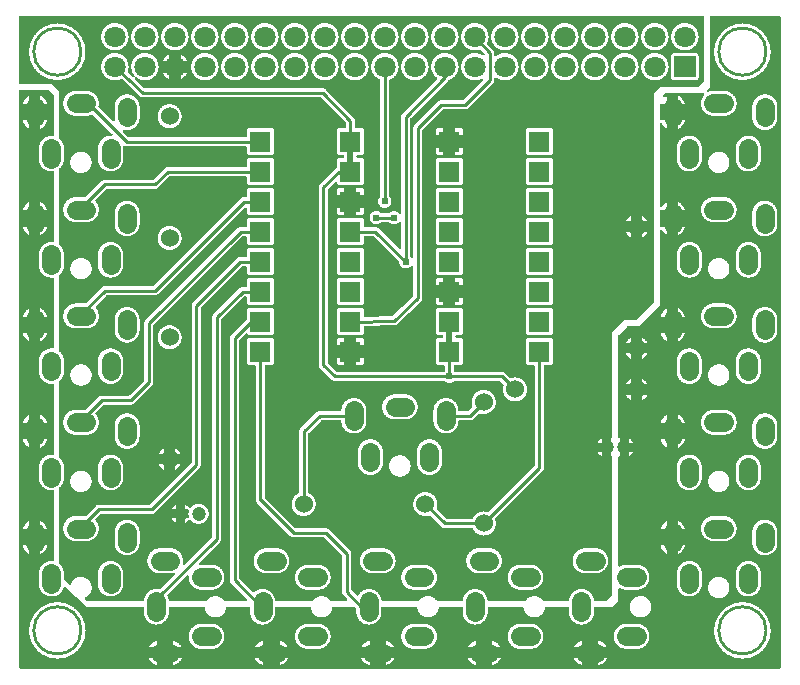
<source format=gtl>
G04 Layer: TopLayer*
G04 EasyEDA v6.4.0, 2020-07-14T23:16:01--5:00*
G04 6dc5d916f8a9456ea10d5ff2c879efc5,9df6f537d2f94b3ba0ed850023b5714d,10*
G04 Gerber Generator version 0.2*
G04 Scale: 100 percent, Rotated: No, Reflected: No *
G04 Dimensions in millimeters *
G04 leading zeros omitted , absolute positions ,3 integer and 3 decimal *
%FSLAX33Y33*%
%MOMM*%
G90*
G71D02*

%ADD10C,0.254000*%
%ADD11C,0.508000*%
%ADD12C,0.609600*%
%ADD13R,1.799996X1.799996*%
%ADD14C,1.799996*%
%ADD15C,1.199998*%
%ADD16C,1.524000*%
%ADD17C,1.599997*%

%LPD*%
G36*
G01X58148Y55499D02*
G01X358Y55499D01*
G01X343Y55498D01*
G01X329Y55495D01*
G01X315Y55490D01*
G01X303Y55483D01*
G01X291Y55475D01*
G01X281Y55464D01*
G01X272Y55453D01*
G01X265Y55440D01*
G01X260Y55426D01*
G01X257Y55412D01*
G01X256Y55398D01*
G01X256Y49851D01*
G01X257Y49837D01*
G01X260Y49823D01*
G01X265Y49809D01*
G01X272Y49796D01*
G01X281Y49785D01*
G01X291Y49774D01*
G01X303Y49766D01*
G01X315Y49759D01*
G01X329Y49754D01*
G01X343Y49751D01*
G01X358Y49750D01*
G01X2999Y49750D01*
G01X3599Y49199D01*
G01X3599Y45246D01*
G01X3601Y45230D01*
G01X3604Y45215D01*
G01X3610Y45201D01*
G01X3618Y45187D01*
G01X3628Y45175D01*
G01X3639Y45165D01*
G01X3677Y45134D01*
G01X3714Y45102D01*
G01X3749Y45069D01*
G01X3782Y45033D01*
G01X3814Y44997D01*
G01X3844Y44959D01*
G01X3873Y44919D01*
G01X3899Y44878D01*
G01X3923Y44836D01*
G01X3946Y44793D01*
G01X3967Y44749D01*
G01X3985Y44704D01*
G01X4002Y44659D01*
G01X4016Y44612D01*
G01X4028Y44565D01*
G01X4038Y44518D01*
G01X4046Y44470D01*
G01X4051Y44421D01*
G01X4055Y44373D01*
G01X4056Y44324D01*
G01X4056Y43424D01*
G01X4055Y43376D01*
G01X4051Y43327D01*
G01X4046Y43279D01*
G01X4038Y43231D01*
G01X4028Y43183D01*
G01X4016Y43136D01*
G01X4002Y43090D01*
G01X3985Y43044D01*
G01X3967Y42999D01*
G01X3946Y42955D01*
G01X3923Y42912D01*
G01X3899Y42870D01*
G01X3873Y42830D01*
G01X3844Y42790D01*
G01X3814Y42752D01*
G01X3782Y42715D01*
G01X3749Y42680D01*
G01X3714Y42646D01*
G01X3677Y42614D01*
G01X3639Y42584D01*
G01X3628Y42573D01*
G01X3618Y42561D01*
G01X3610Y42548D01*
G01X3604Y42534D01*
G01X3601Y42519D01*
G01X3599Y42503D01*
G01X3599Y36246D01*
G01X3601Y36230D01*
G01X3604Y36215D01*
G01X3610Y36201D01*
G01X3618Y36187D01*
G01X3628Y36175D01*
G01X3639Y36165D01*
G01X3677Y36134D01*
G01X3714Y36102D01*
G01X3749Y36069D01*
G01X3782Y36034D01*
G01X3814Y35997D01*
G01X3844Y35959D01*
G01X3873Y35919D01*
G01X3899Y35878D01*
G01X3923Y35836D01*
G01X3946Y35793D01*
G01X3967Y35749D01*
G01X3985Y35704D01*
G01X4002Y35659D01*
G01X4016Y35612D01*
G01X4028Y35565D01*
G01X4038Y35518D01*
G01X4046Y35470D01*
G01X4051Y35421D01*
G01X4055Y35373D01*
G01X4056Y35324D01*
G01X4056Y34424D01*
G01X4055Y34376D01*
G01X4051Y34327D01*
G01X4046Y34279D01*
G01X4038Y34231D01*
G01X4028Y34183D01*
G01X4016Y34136D01*
G01X4002Y34090D01*
G01X3985Y34044D01*
G01X3967Y33999D01*
G01X3946Y33955D01*
G01X3923Y33912D01*
G01X3899Y33870D01*
G01X3873Y33830D01*
G01X3844Y33790D01*
G01X3814Y33752D01*
G01X3782Y33715D01*
G01X3749Y33680D01*
G01X3714Y33646D01*
G01X3677Y33614D01*
G01X3639Y33584D01*
G01X3628Y33573D01*
G01X3618Y33561D01*
G01X3610Y33548D01*
G01X3604Y33534D01*
G01X3601Y33519D01*
G01X3599Y33503D01*
G01X3599Y27246D01*
G01X3601Y27230D01*
G01X3604Y27215D01*
G01X3610Y27201D01*
G01X3618Y27187D01*
G01X3628Y27175D01*
G01X3639Y27165D01*
G01X3677Y27134D01*
G01X3714Y27102D01*
G01X3749Y27069D01*
G01X3782Y27034D01*
G01X3814Y26997D01*
G01X3844Y26959D01*
G01X3873Y26919D01*
G01X3899Y26878D01*
G01X3923Y26836D01*
G01X3946Y26793D01*
G01X3967Y26749D01*
G01X3985Y26704D01*
G01X4002Y26659D01*
G01X4016Y26612D01*
G01X4028Y26565D01*
G01X4038Y26518D01*
G01X4046Y26470D01*
G01X4051Y26421D01*
G01X4055Y26373D01*
G01X4056Y26324D01*
G01X4056Y25424D01*
G01X4055Y25376D01*
G01X4051Y25327D01*
G01X4046Y25279D01*
G01X4038Y25231D01*
G01X4028Y25183D01*
G01X4016Y25136D01*
G01X4002Y25090D01*
G01X3985Y25044D01*
G01X3967Y24999D01*
G01X3946Y24955D01*
G01X3923Y24912D01*
G01X3899Y24870D01*
G01X3873Y24830D01*
G01X3844Y24790D01*
G01X3814Y24752D01*
G01X3782Y24715D01*
G01X3749Y24680D01*
G01X3714Y24646D01*
G01X3677Y24614D01*
G01X3639Y24584D01*
G01X3628Y24573D01*
G01X3618Y24561D01*
G01X3610Y24548D01*
G01X3604Y24534D01*
G01X3601Y24519D01*
G01X3599Y24503D01*
G01X3599Y18246D01*
G01X3601Y18230D01*
G01X3604Y18215D01*
G01X3610Y18201D01*
G01X3618Y18187D01*
G01X3628Y18175D01*
G01X3639Y18165D01*
G01X3677Y18135D01*
G01X3714Y18102D01*
G01X3749Y18069D01*
G01X3782Y18034D01*
G01X3814Y17997D01*
G01X3844Y17959D01*
G01X3873Y17919D01*
G01X3899Y17878D01*
G01X3923Y17836D01*
G01X3946Y17793D01*
G01X3967Y17749D01*
G01X3985Y17704D01*
G01X4002Y17659D01*
G01X4016Y17612D01*
G01X4028Y17565D01*
G01X4038Y17518D01*
G01X4046Y17470D01*
G01X4051Y17421D01*
G01X4055Y17373D01*
G01X4056Y17324D01*
G01X4056Y16424D01*
G01X4055Y16376D01*
G01X4051Y16327D01*
G01X4046Y16279D01*
G01X4038Y16231D01*
G01X4028Y16183D01*
G01X4016Y16136D01*
G01X4002Y16090D01*
G01X3985Y16044D01*
G01X3967Y15999D01*
G01X3946Y15955D01*
G01X3923Y15912D01*
G01X3899Y15870D01*
G01X3873Y15830D01*
G01X3844Y15790D01*
G01X3814Y15752D01*
G01X3782Y15715D01*
G01X3749Y15680D01*
G01X3714Y15646D01*
G01X3677Y15614D01*
G01X3639Y15584D01*
G01X3628Y15573D01*
G01X3618Y15561D01*
G01X3610Y15548D01*
G01X3604Y15534D01*
G01X3601Y15518D01*
G01X3599Y15503D01*
G01X3599Y9246D01*
G01X3601Y9230D01*
G01X3604Y9215D01*
G01X3610Y9201D01*
G01X3618Y9187D01*
G01X3628Y9175D01*
G01X3639Y9165D01*
G01X3677Y9135D01*
G01X3714Y9103D01*
G01X3749Y9069D01*
G01X3782Y9034D01*
G01X3814Y8997D01*
G01X3844Y8959D01*
G01X3873Y8919D01*
G01X3899Y8878D01*
G01X3924Y8836D01*
G01X3946Y8793D01*
G01X3967Y8749D01*
G01X3985Y8704D01*
G01X4002Y8659D01*
G01X4016Y8612D01*
G01X4028Y8565D01*
G01X4038Y8518D01*
G01X4046Y8470D01*
G01X4051Y8421D01*
G01X4055Y8373D01*
G01X4056Y8324D01*
G01X4056Y7826D01*
G01X4057Y7809D01*
G01X4061Y7793D01*
G01X4068Y7777D01*
G01X4077Y7763D01*
G01X4089Y7751D01*
G01X4482Y7390D01*
G01X4494Y7381D01*
G01X4507Y7374D01*
G01X4521Y7368D01*
G01X4536Y7365D01*
G01X4551Y7364D01*
G01X4566Y7365D01*
G01X4582Y7368D01*
G01X4596Y7374D01*
G01X4609Y7382D01*
G01X4621Y7392D01*
G01X4632Y7404D01*
G01X4640Y7417D01*
G01X4646Y7431D01*
G01X4663Y7472D01*
G01X4681Y7513D01*
G01X4701Y7553D01*
G01X4723Y7591D01*
G01X4746Y7629D01*
G01X4772Y7665D01*
G01X4799Y7700D01*
G01X4828Y7734D01*
G01X4859Y7766D01*
G01X4891Y7797D01*
G01X4925Y7826D01*
G01X4960Y7853D01*
G01X4996Y7878D01*
G01X5034Y7902D01*
G01X5073Y7924D01*
G01X5112Y7944D01*
G01X5153Y7962D01*
G01X5195Y7978D01*
G01X5237Y7992D01*
G01X5280Y8004D01*
G01X5323Y8014D01*
G01X5367Y8021D01*
G01X5411Y8027D01*
G01X5455Y8030D01*
G01X5500Y8031D01*
G01X5543Y8030D01*
G01X5586Y8027D01*
G01X5629Y8022D01*
G01X5671Y8015D01*
G01X5713Y8005D01*
G01X5755Y7994D01*
G01X5796Y7981D01*
G01X5837Y7966D01*
G01X5876Y7949D01*
G01X5915Y7930D01*
G01X5953Y7909D01*
G01X5990Y7887D01*
G01X6025Y7863D01*
G01X6060Y7837D01*
G01X6093Y7809D01*
G01X6125Y7780D01*
G01X6156Y7750D01*
G01X6185Y7718D01*
G01X6212Y7685D01*
G01X6238Y7650D01*
G01X6262Y7614D01*
G01X6285Y7578D01*
G01X6305Y7540D01*
G01X6324Y7501D01*
G01X6341Y7461D01*
G01X6356Y7421D01*
G01X6369Y7380D01*
G01X6381Y7338D01*
G01X6390Y7296D01*
G01X6397Y7253D01*
G01X6402Y7211D01*
G01X6405Y7168D01*
G01X6406Y7124D01*
G01X6405Y7081D01*
G01X6402Y7038D01*
G01X6397Y6996D01*
G01X6390Y6953D01*
G01X6381Y6911D01*
G01X6370Y6870D01*
G01X6357Y6829D01*
G01X6342Y6788D01*
G01X6325Y6749D01*
G01X6306Y6710D01*
G01X6285Y6672D01*
G01X6263Y6636D01*
G01X6239Y6600D01*
G01X6213Y6565D01*
G01X6186Y6532D01*
G01X6157Y6500D01*
G01X6127Y6470D01*
G01X6095Y6441D01*
G01X6062Y6413D01*
G01X6028Y6387D01*
G01X5992Y6363D01*
G01X5955Y6341D01*
G01X5918Y6320D01*
G01X5879Y6301D01*
G01X5866Y6294D01*
G01X5855Y6285D01*
G01X5845Y6275D01*
G01X5836Y6264D01*
G01X5829Y6251D01*
G01X5824Y6237D01*
G01X5821Y6223D01*
G01X5820Y6209D01*
G01X5821Y6192D01*
G01X5826Y6176D01*
G01X5832Y6160D01*
G01X5842Y6146D01*
G01X5853Y6134D01*
G01X5970Y6026D01*
G01X5982Y6017D01*
G01X5995Y6010D01*
G01X6009Y6004D01*
G01X6024Y6001D01*
G01X6039Y6000D01*
G01X10726Y6000D01*
G01X10741Y6001D01*
G01X10755Y6004D01*
G01X10769Y6009D01*
G01X10782Y6016D01*
G01X10793Y6025D01*
G01X10804Y6035D01*
G01X10812Y6047D01*
G01X10819Y6060D01*
G01X10824Y6074D01*
G01X10827Y6088D01*
G01X10834Y6135D01*
G01X10844Y6182D01*
G01X10855Y6228D01*
G01X10869Y6273D01*
G01X10884Y6318D01*
G01X10902Y6362D01*
G01X10921Y6406D01*
G01X10943Y6448D01*
G01X10966Y6489D01*
G01X10991Y6530D01*
G01X11018Y6569D01*
G01X11047Y6607D01*
G01X11077Y6643D01*
G01X11109Y6678D01*
G01X11143Y6712D01*
G01X11178Y6744D01*
G01X11214Y6775D01*
G01X11252Y6804D01*
G01X11291Y6831D01*
G01X11331Y6856D01*
G01X11373Y6880D01*
G01X11415Y6901D01*
G01X11458Y6921D01*
G01X11502Y6939D01*
G01X11547Y6954D01*
G01X11593Y6968D01*
G01X11639Y6980D01*
G01X11685Y6989D01*
G01X11732Y6997D01*
G01X11780Y7002D01*
G01X11827Y7005D01*
G01X11875Y7006D01*
G01X11924Y7005D01*
G01X11972Y7002D01*
G01X12021Y6996D01*
G01X12069Y6988D01*
G01X12117Y6978D01*
G01X12141Y6975D01*
G01X12157Y6977D01*
G01X12172Y6980D01*
G01X12187Y6986D01*
G01X12200Y6995D01*
G01X12213Y7005D01*
G01X13407Y8199D01*
G01X13417Y8211D01*
G01X13425Y8225D01*
G01X13432Y8240D01*
G01X13435Y8255D01*
G01X13437Y8271D01*
G01X13436Y8286D01*
G01X13432Y8300D01*
G01X13427Y8313D01*
G01X13420Y8326D01*
G01X13412Y8338D01*
G01X13401Y8348D01*
G01X13390Y8357D01*
G01X13377Y8364D01*
G01X13364Y8369D01*
G01X13349Y8372D01*
G01X13335Y8373D01*
G01X13312Y8370D01*
G01X13265Y8360D01*
G01X13218Y8353D01*
G01X13170Y8347D01*
G01X13122Y8344D01*
G01X13075Y8343D01*
G01X12175Y8343D01*
G01X12127Y8344D01*
G01X12080Y8347D01*
G01X12033Y8353D01*
G01X11986Y8360D01*
G01X11939Y8370D01*
G01X11894Y8381D01*
G01X11848Y8395D01*
G01X11803Y8410D01*
G01X11759Y8428D01*
G01X11716Y8448D01*
G01X11674Y8469D01*
G01X11633Y8493D01*
G01X11593Y8518D01*
G01X11554Y8545D01*
G01X11516Y8574D01*
G01X11479Y8604D01*
G01X11444Y8636D01*
G01X11411Y8670D01*
G01X11379Y8705D01*
G01X11349Y8741D01*
G01X11320Y8779D01*
G01X11293Y8818D01*
G01X11268Y8858D01*
G01X11244Y8899D01*
G01X11223Y8941D01*
G01X11203Y8984D01*
G01X11185Y9028D01*
G01X11170Y9073D01*
G01X11156Y9119D01*
G01X11145Y9165D01*
G01X11135Y9211D01*
G01X11128Y9258D01*
G01X11122Y9305D01*
G01X11119Y9352D01*
G01X11118Y9400D01*
G01X11119Y9447D01*
G01X11122Y9494D01*
G01X11128Y9541D01*
G01X11135Y9588D01*
G01X11145Y9635D01*
G01X11156Y9681D01*
G01X11170Y9726D01*
G01X11185Y9771D01*
G01X11203Y9815D01*
G01X11223Y9858D01*
G01X11244Y9900D01*
G01X11268Y9942D01*
G01X11293Y9982D01*
G01X11320Y10021D01*
G01X11349Y10058D01*
G01X11379Y10095D01*
G01X11411Y10130D01*
G01X11444Y10163D01*
G01X11479Y10195D01*
G01X11516Y10226D01*
G01X11554Y10254D01*
G01X11593Y10281D01*
G01X11633Y10307D01*
G01X11674Y10330D01*
G01X11716Y10352D01*
G01X11759Y10371D01*
G01X11803Y10389D01*
G01X11848Y10404D01*
G01X11894Y10418D01*
G01X11939Y10430D01*
G01X11986Y10439D01*
G01X12033Y10447D01*
G01X12080Y10452D01*
G01X12127Y10455D01*
G01X12175Y10456D01*
G01X13075Y10456D01*
G01X13122Y10455D01*
G01X13169Y10452D01*
G01X13216Y10447D01*
G01X13263Y10439D01*
G01X13310Y10430D01*
G01X13356Y10418D01*
G01X13401Y10404D01*
G01X13446Y10389D01*
G01X13490Y10371D01*
G01X13533Y10352D01*
G01X13575Y10330D01*
G01X13616Y10307D01*
G01X13657Y10281D01*
G01X13696Y10254D01*
G01X13733Y10226D01*
G01X13770Y10195D01*
G01X13805Y10163D01*
G01X13838Y10130D01*
G01X13870Y10095D01*
G01X13901Y10058D01*
G01X13929Y10021D01*
G01X13956Y9982D01*
G01X13982Y9942D01*
G01X14005Y9900D01*
G01X14026Y9858D01*
G01X14046Y9815D01*
G01X14064Y9771D01*
G01X14079Y9726D01*
G01X14093Y9681D01*
G01X14105Y9635D01*
G01X14114Y9588D01*
G01X14122Y9541D01*
G01X14127Y9494D01*
G01X14130Y9447D01*
G01X14131Y9400D01*
G01X14130Y9352D01*
G01X14127Y9304D01*
G01X14121Y9256D01*
G01X14114Y9209D01*
G01X14104Y9162D01*
G01X14101Y9139D01*
G01X14102Y9125D01*
G01X14106Y9111D01*
G01X14111Y9097D01*
G01X14118Y9084D01*
G01X14126Y9073D01*
G01X14137Y9062D01*
G01X14148Y9054D01*
G01X14161Y9047D01*
G01X14174Y9042D01*
G01X14189Y9039D01*
G01X14203Y9038D01*
G01X14219Y9039D01*
G01X14234Y9043D01*
G01X14249Y9049D01*
G01X14263Y9057D01*
G01X14275Y9067D01*
G01X16586Y11379D01*
G01X16597Y11391D01*
G01X16605Y11405D01*
G01X16611Y11419D01*
G01X16615Y11435D01*
G01X16616Y11451D01*
G01X16616Y30000D01*
G01X16617Y30030D01*
G01X16621Y30060D01*
G01X16627Y30090D01*
G01X16635Y30119D01*
G01X16645Y30147D01*
G01X16658Y30174D01*
G01X16673Y30201D01*
G01X16689Y30226D01*
G01X16708Y30249D01*
G01X16729Y30271D01*
G01X18918Y32461D01*
G01X18940Y32481D01*
G01X18964Y32500D01*
G01X18989Y32517D01*
G01X19015Y32531D01*
G01X19042Y32544D01*
G01X19071Y32554D01*
G01X19100Y32563D01*
G01X19129Y32568D01*
G01X19159Y32572D01*
G01X19189Y32573D01*
G01X19431Y32573D01*
G01X19446Y32574D01*
G01X19460Y32577D01*
G01X19474Y32582D01*
G01X19486Y32589D01*
G01X19498Y32598D01*
G01X19508Y32608D01*
G01X19517Y32620D01*
G01X19524Y32633D01*
G01X19529Y32646D01*
G01X19532Y32660D01*
G01X19533Y32675D01*
G01X19533Y33090D01*
G01X19534Y33113D01*
G01X19537Y33137D01*
G01X19543Y33160D01*
G01X19550Y33182D01*
G01X19560Y33204D01*
G01X19571Y33225D01*
G01X19585Y33244D01*
G01X19600Y33262D01*
G01X19617Y33279D01*
G01X19635Y33294D01*
G01X19654Y33308D01*
G01X19675Y33319D01*
G01X19697Y33329D01*
G01X19719Y33336D01*
G01X19742Y33342D01*
G01X19766Y33345D01*
G01X19790Y33346D01*
G01X21590Y33346D01*
G01X21613Y33345D01*
G01X21637Y33342D01*
G01X21660Y33336D01*
G01X21682Y33329D01*
G01X21704Y33319D01*
G01X21725Y33308D01*
G01X21744Y33294D01*
G01X21762Y33279D01*
G01X21779Y33262D01*
G01X21794Y33244D01*
G01X21808Y33225D01*
G01X21819Y33204D01*
G01X21829Y33182D01*
G01X21836Y33160D01*
G01X21842Y33137D01*
G01X21845Y33113D01*
G01X21846Y33090D01*
G01X21846Y31290D01*
G01X21845Y31266D01*
G01X21842Y31242D01*
G01X21836Y31219D01*
G01X21829Y31197D01*
G01X21819Y31175D01*
G01X21808Y31155D01*
G01X21794Y31135D01*
G01X21779Y31117D01*
G01X21762Y31100D01*
G01X21744Y31085D01*
G01X21725Y31071D01*
G01X21704Y31060D01*
G01X21682Y31050D01*
G01X21660Y31043D01*
G01X21637Y31037D01*
G01X21613Y31034D01*
G01X21590Y31033D01*
G01X19790Y31033D01*
G01X19766Y31034D01*
G01X19742Y31037D01*
G01X19719Y31043D01*
G01X19697Y31050D01*
G01X19675Y31060D01*
G01X19654Y31071D01*
G01X19635Y31085D01*
G01X19617Y31100D01*
G01X19600Y31117D01*
G01X19585Y31135D01*
G01X19571Y31155D01*
G01X19560Y31175D01*
G01X19550Y31197D01*
G01X19543Y31219D01*
G01X19537Y31242D01*
G01X19534Y31266D01*
G01X19533Y31290D01*
G01X19533Y31704D01*
G01X19532Y31719D01*
G01X19529Y31733D01*
G01X19524Y31747D01*
G01X19517Y31759D01*
G01X19508Y31771D01*
G01X19498Y31781D01*
G01X19486Y31790D01*
G01X19474Y31797D01*
G01X19460Y31802D01*
G01X19446Y31805D01*
G01X19431Y31806D01*
G01X19390Y31806D01*
G01X19374Y31805D01*
G01X19359Y31801D01*
G01X19344Y31795D01*
G01X19330Y31787D01*
G01X19318Y31776D01*
G01X17413Y29871D01*
G01X17403Y29859D01*
G01X17394Y29845D01*
G01X17388Y29831D01*
G01X17385Y29815D01*
G01X17383Y29799D01*
G01X17383Y11250D01*
G01X17382Y11220D01*
G01X17379Y11190D01*
G01X17373Y11160D01*
G01X17364Y11131D01*
G01X17354Y11103D01*
G01X17341Y11076D01*
G01X17327Y11049D01*
G01X17310Y11024D01*
G01X17291Y11001D01*
G01X17271Y10979D01*
G01X15519Y9227D01*
G01X15509Y9215D01*
G01X15500Y9201D01*
G01X15494Y9186D01*
G01X15491Y9171D01*
G01X15489Y9155D01*
G01X15490Y9140D01*
G01X15493Y9126D01*
G01X15498Y9113D01*
G01X15505Y9100D01*
G01X15514Y9088D01*
G01X15524Y9078D01*
G01X15536Y9069D01*
G01X15549Y9062D01*
G01X15562Y9057D01*
G01X15576Y9054D01*
G01X15591Y9053D01*
G01X15598Y9054D01*
G01X15674Y9056D01*
G01X16574Y9056D01*
G01X16622Y9055D01*
G01X16669Y9052D01*
G01X16716Y9047D01*
G01X16763Y9039D01*
G01X16809Y9030D01*
G01X16855Y9018D01*
G01X16901Y9005D01*
G01X16946Y8989D01*
G01X16990Y8971D01*
G01X17033Y8952D01*
G01X17075Y8930D01*
G01X17116Y8907D01*
G01X17156Y8882D01*
G01X17195Y8855D01*
G01X17233Y8826D01*
G01X17270Y8795D01*
G01X17304Y8763D01*
G01X17338Y8730D01*
G01X17370Y8695D01*
G01X17400Y8659D01*
G01X17429Y8621D01*
G01X17456Y8582D01*
G01X17481Y8542D01*
G01X17505Y8500D01*
G01X17526Y8458D01*
G01X17546Y8415D01*
G01X17564Y8371D01*
G01X17579Y8326D01*
G01X17593Y8281D01*
G01X17604Y8235D01*
G01X17614Y8188D01*
G01X17621Y8142D01*
G01X17627Y8094D01*
G01X17630Y8047D01*
G01X17631Y8000D01*
G01X17630Y7952D01*
G01X17627Y7905D01*
G01X17621Y7858D01*
G01X17614Y7811D01*
G01X17604Y7765D01*
G01X17593Y7719D01*
G01X17579Y7673D01*
G01X17564Y7629D01*
G01X17546Y7585D01*
G01X17526Y7541D01*
G01X17505Y7499D01*
G01X17481Y7458D01*
G01X17456Y7418D01*
G01X17429Y7379D01*
G01X17400Y7341D01*
G01X17370Y7305D01*
G01X17338Y7270D01*
G01X17304Y7236D01*
G01X17270Y7204D01*
G01X17233Y7174D01*
G01X17195Y7145D01*
G01X17156Y7118D01*
G01X17116Y7093D01*
G01X17075Y7069D01*
G01X17033Y7048D01*
G01X16990Y7028D01*
G01X16946Y7011D01*
G01X16901Y6995D01*
G01X16855Y6981D01*
G01X16809Y6970D01*
G01X16763Y6960D01*
G01X16716Y6953D01*
G01X16669Y6947D01*
G01X16622Y6944D01*
G01X16574Y6943D01*
G01X15674Y6943D01*
G01X15627Y6944D01*
G01X15580Y6947D01*
G01X15533Y6953D01*
G01X15486Y6960D01*
G01X15439Y6970D01*
G01X15393Y6981D01*
G01X15348Y6995D01*
G01X15303Y7011D01*
G01X15259Y7028D01*
G01X15216Y7048D01*
G01X15174Y7069D01*
G01X15132Y7093D01*
G01X15092Y7118D01*
G01X15053Y7145D01*
G01X15016Y7174D01*
G01X14979Y7204D01*
G01X14944Y7236D01*
G01X14911Y7270D01*
G01X14879Y7305D01*
G01X14848Y7341D01*
G01X14820Y7379D01*
G01X14793Y7418D01*
G01X14767Y7458D01*
G01X14744Y7499D01*
G01X14722Y7541D01*
G01X14703Y7585D01*
G01X14685Y7629D01*
G01X14670Y7673D01*
G01X14656Y7719D01*
G01X14644Y7765D01*
G01X14635Y7811D01*
G01X14627Y7858D01*
G01X14622Y7905D01*
G01X14619Y7952D01*
G01X14618Y8000D01*
G01X14621Y8076D01*
G01X14621Y8083D01*
G01X14620Y8098D01*
G01X14617Y8112D01*
G01X14612Y8126D01*
G01X14605Y8138D01*
G01X14596Y8150D01*
G01X14586Y8160D01*
G01X14574Y8169D01*
G01X14561Y8176D01*
G01X14548Y8181D01*
G01X14534Y8184D01*
G01X14519Y8185D01*
G01X14503Y8184D01*
G01X14488Y8180D01*
G01X14473Y8174D01*
G01X14460Y8165D01*
G01X14447Y8155D01*
G01X12836Y6544D01*
G01X12826Y6532D01*
G01X12818Y6518D01*
G01X12812Y6504D01*
G01X12808Y6488D01*
G01X12807Y6472D01*
G01X12808Y6456D01*
G01X12811Y6441D01*
G01X12817Y6426D01*
G01X12839Y6380D01*
G01X12859Y6334D01*
G01X12876Y6286D01*
G01X12891Y6237D01*
G01X12904Y6188D01*
G01X12914Y6138D01*
G01X12922Y6088D01*
G01X12925Y6074D01*
G01X12930Y6060D01*
G01X12937Y6047D01*
G01X12945Y6035D01*
G01X12956Y6025D01*
G01X12967Y6016D01*
G01X12980Y6009D01*
G01X12994Y6004D01*
G01X13008Y6001D01*
G01X13023Y6000D01*
G01X16066Y6000D01*
G01X16082Y6001D01*
G01X16097Y6005D01*
G01X16111Y6010D01*
G01X16125Y6019D01*
G01X16137Y6029D01*
G01X16147Y6041D01*
G01X16175Y6076D01*
G01X16204Y6109D01*
G01X16234Y6141D01*
G01X16267Y6172D01*
G01X16300Y6201D01*
G01X16335Y6228D01*
G01X16372Y6254D01*
G01X16409Y6278D01*
G01X16448Y6299D01*
G01X16488Y6319D01*
G01X16528Y6337D01*
G01X16570Y6353D01*
G01X16612Y6367D01*
G01X16655Y6379D01*
G01X16698Y6389D01*
G01X16742Y6396D01*
G01X16786Y6402D01*
G01X16830Y6405D01*
G01X16875Y6406D01*
G01X16919Y6405D01*
G01X16963Y6402D01*
G01X17008Y6396D01*
G01X17051Y6389D01*
G01X17095Y6379D01*
G01X17138Y6367D01*
G01X17180Y6353D01*
G01X17221Y6337D01*
G01X17262Y6319D01*
G01X17301Y6299D01*
G01X17340Y6278D01*
G01X17378Y6254D01*
G01X17414Y6228D01*
G01X17449Y6201D01*
G01X17483Y6172D01*
G01X17515Y6141D01*
G01X17546Y6109D01*
G01X17575Y6076D01*
G01X17602Y6041D01*
G01X17612Y6029D01*
G01X17625Y6019D01*
G01X17638Y6010D01*
G01X17653Y6005D01*
G01X17668Y6001D01*
G01X17684Y6000D01*
G01X19461Y6000D01*
G01X19475Y6001D01*
G01X19489Y6004D01*
G01X19503Y6009D01*
G01X19516Y6016D01*
G01X19527Y6024D01*
G01X19537Y6035D01*
G01X19546Y6046D01*
G01X19553Y6059D01*
G01X19558Y6073D01*
G01X19561Y6087D01*
G01X19562Y6101D01*
G01X19561Y6117D01*
G01X19557Y6133D01*
G01X19551Y6147D01*
G01X19543Y6161D01*
G01X19533Y6173D01*
G01X18227Y7479D01*
G01X18207Y7501D01*
G01X18188Y7524D01*
G01X18171Y7549D01*
G01X18157Y7576D01*
G01X18144Y7603D01*
G01X18134Y7631D01*
G01X18125Y7660D01*
G01X18120Y7690D01*
G01X18116Y7720D01*
G01X18115Y7750D01*
G01X18115Y28250D01*
G01X18116Y28280D01*
G01X18120Y28310D01*
G01X18125Y28340D01*
G01X18134Y28369D01*
G01X18144Y28397D01*
G01X18157Y28424D01*
G01X18171Y28451D01*
G01X18188Y28476D01*
G01X18207Y28499D01*
G01X18227Y28522D01*
G01X19503Y29795D01*
G01X19514Y29807D01*
G01X19522Y29821D01*
G01X19528Y29835D01*
G01X19532Y29851D01*
G01X19533Y29867D01*
G01X19533Y30550D01*
G01X19534Y30573D01*
G01X19537Y30597D01*
G01X19543Y30620D01*
G01X19550Y30642D01*
G01X19560Y30664D01*
G01X19571Y30685D01*
G01X19585Y30704D01*
G01X19600Y30722D01*
G01X19617Y30739D01*
G01X19635Y30754D01*
G01X19654Y30768D01*
G01X19675Y30779D01*
G01X19697Y30789D01*
G01X19719Y30796D01*
G01X19742Y30802D01*
G01X19766Y30805D01*
G01X19790Y30806D01*
G01X21590Y30806D01*
G01X21613Y30805D01*
G01X21637Y30802D01*
G01X21660Y30796D01*
G01X21682Y30789D01*
G01X21704Y30779D01*
G01X21725Y30768D01*
G01X21744Y30754D01*
G01X21762Y30739D01*
G01X21779Y30722D01*
G01X21794Y30704D01*
G01X21808Y30685D01*
G01X21819Y30664D01*
G01X21829Y30642D01*
G01X21836Y30620D01*
G01X21842Y30597D01*
G01X21845Y30573D01*
G01X21846Y30550D01*
G01X21846Y28750D01*
G01X21845Y28726D01*
G01X21842Y28702D01*
G01X21836Y28679D01*
G01X21829Y28657D01*
G01X21819Y28635D01*
G01X21808Y28615D01*
G01X21794Y28595D01*
G01X21779Y28577D01*
G01X21762Y28560D01*
G01X21744Y28545D01*
G01X21725Y28531D01*
G01X21704Y28520D01*
G01X21682Y28510D01*
G01X21660Y28503D01*
G01X21637Y28497D01*
G01X21613Y28494D01*
G01X21590Y28493D01*
G01X19790Y28493D01*
G01X19766Y28494D01*
G01X19743Y28497D01*
G01X19721Y28502D01*
G01X19699Y28510D01*
G01X19678Y28519D01*
G01X19657Y28530D01*
G01X19638Y28543D01*
G01X19620Y28557D01*
G01X19603Y28573D01*
G01X19588Y28591D01*
G01X19575Y28609D01*
G01X19566Y28621D01*
G01X19556Y28631D01*
G01X19544Y28640D01*
G01X19531Y28647D01*
G01X19518Y28652D01*
G01X19504Y28655D01*
G01X19489Y28656D01*
G01X19474Y28654D01*
G01X19458Y28651D01*
G01X19443Y28645D01*
G01X19430Y28636D01*
G01X19418Y28626D01*
G01X18912Y28121D01*
G01X18901Y28109D01*
G01X18893Y28095D01*
G01X18887Y28080D01*
G01X18883Y28065D01*
G01X18882Y28049D01*
G01X18882Y7951D01*
G01X18883Y7935D01*
G01X18887Y7919D01*
G01X18893Y7905D01*
G01X18901Y7891D01*
G01X18912Y7879D01*
G01X20041Y6750D01*
G01X20053Y6740D01*
G01X20066Y6731D01*
G01X20081Y6725D01*
G01X20096Y6721D01*
G01X20112Y6720D01*
G01X20127Y6721D01*
G01X20141Y6724D01*
G01X20155Y6729D01*
G01X20168Y6737D01*
G01X20179Y6745D01*
G01X20216Y6776D01*
G01X20253Y6804D01*
G01X20292Y6831D01*
G01X20332Y6857D01*
G01X20374Y6880D01*
G01X20416Y6902D01*
G01X20459Y6921D01*
G01X20503Y6939D01*
G01X20548Y6955D01*
G01X20593Y6968D01*
G01X20639Y6980D01*
G01X20686Y6989D01*
G01X20733Y6997D01*
G01X20780Y7002D01*
G01X20827Y7005D01*
G01X20875Y7006D01*
G01X20922Y7005D01*
G01X20969Y7002D01*
G01X21017Y6997D01*
G01X21064Y6989D01*
G01X21110Y6980D01*
G01X21156Y6968D01*
G01X21202Y6954D01*
G01X21247Y6939D01*
G01X21291Y6921D01*
G01X21334Y6901D01*
G01X21376Y6880D01*
G01X21418Y6856D01*
G01X21458Y6831D01*
G01X21497Y6804D01*
G01X21535Y6775D01*
G01X21571Y6744D01*
G01X21606Y6712D01*
G01X21640Y6678D01*
G01X21672Y6643D01*
G01X21702Y6607D01*
G01X21731Y6569D01*
G01X21758Y6530D01*
G01X21783Y6489D01*
G01X21806Y6448D01*
G01X21828Y6406D01*
G01X21847Y6362D01*
G01X21865Y6318D01*
G01X21880Y6273D01*
G01X21894Y6228D01*
G01X21905Y6182D01*
G01X21915Y6135D01*
G01X21922Y6088D01*
G01X21925Y6074D01*
G01X21930Y6060D01*
G01X21937Y6047D01*
G01X21945Y6035D01*
G01X21956Y6025D01*
G01X21967Y6016D01*
G01X21980Y6009D01*
G01X21994Y6004D01*
G01X22008Y6001D01*
G01X22023Y6000D01*
G01X25066Y6000D01*
G01X25082Y6001D01*
G01X25097Y6005D01*
G01X25111Y6010D01*
G01X25125Y6019D01*
G01X25137Y6029D01*
G01X25147Y6041D01*
G01X25175Y6076D01*
G01X25204Y6109D01*
G01X25234Y6141D01*
G01X25267Y6172D01*
G01X25300Y6201D01*
G01X25335Y6228D01*
G01X25372Y6254D01*
G01X25409Y6278D01*
G01X25448Y6299D01*
G01X25488Y6319D01*
G01X25528Y6337D01*
G01X25570Y6353D01*
G01X25612Y6367D01*
G01X25655Y6379D01*
G01X25698Y6389D01*
G01X25742Y6396D01*
G01X25786Y6402D01*
G01X25830Y6405D01*
G01X25875Y6406D01*
G01X25919Y6405D01*
G01X25963Y6402D01*
G01X26008Y6396D01*
G01X26051Y6389D01*
G01X26095Y6379D01*
G01X26137Y6367D01*
G01X26180Y6353D01*
G01X26221Y6337D01*
G01X26262Y6319D01*
G01X26301Y6299D01*
G01X26340Y6278D01*
G01X26378Y6254D01*
G01X26414Y6228D01*
G01X26449Y6201D01*
G01X26483Y6172D01*
G01X26515Y6141D01*
G01X26546Y6109D01*
G01X26575Y6076D01*
G01X26602Y6041D01*
G01X26612Y6029D01*
G01X26625Y6019D01*
G01X26638Y6010D01*
G01X26653Y6005D01*
G01X26668Y6001D01*
G01X26684Y6000D01*
G01X27962Y6000D01*
G01X27977Y6001D01*
G01X27991Y6004D01*
G01X28004Y6009D01*
G01X28017Y6016D01*
G01X28029Y6024D01*
G01X28039Y6035D01*
G01X28048Y6046D01*
G01X28054Y6059D01*
G01X28060Y6073D01*
G01X28063Y6087D01*
G01X28064Y6101D01*
G01X28062Y6117D01*
G01X28059Y6133D01*
G01X28053Y6147D01*
G01X28044Y6161D01*
G01X28034Y6173D01*
G01X27729Y6478D01*
G01X27709Y6500D01*
G01X27690Y6524D01*
G01X27673Y6549D01*
G01X27659Y6575D01*
G01X27646Y6602D01*
G01X27636Y6630D01*
G01X27628Y6659D01*
G01X27622Y6689D01*
G01X27618Y6719D01*
G01X27617Y6749D01*
G01X27617Y9799D01*
G01X27616Y9815D01*
G01X27612Y9831D01*
G01X27606Y9845D01*
G01X27598Y9859D01*
G01X27587Y9871D01*
G01X26121Y11337D01*
G01X26109Y11347D01*
G01X26096Y11356D01*
G01X26081Y11362D01*
G01X26065Y11365D01*
G01X26049Y11367D01*
G01X23500Y11367D01*
G01X23470Y11368D01*
G01X23440Y11371D01*
G01X23410Y11377D01*
G01X23381Y11385D01*
G01X23353Y11396D01*
G01X23326Y11408D01*
G01X23299Y11423D01*
G01X23274Y11440D01*
G01X23251Y11458D01*
G01X23229Y11479D01*
G01X20478Y14227D01*
G01X20472Y14233D01*
G01X20413Y14294D01*
G01X20394Y14316D01*
G01X20376Y14339D01*
G01X20360Y14364D01*
G01X20346Y14390D01*
G01X20334Y14416D01*
G01X20325Y14444D01*
G01X20317Y14472D01*
G01X20311Y14501D01*
G01X20308Y14530D01*
G01X20307Y14559D01*
G01X20307Y25851D01*
G01X20306Y25866D01*
G01X20303Y25880D01*
G01X20298Y25894D01*
G01X20291Y25906D01*
G01X20282Y25918D01*
G01X20272Y25928D01*
G01X20260Y25937D01*
G01X20247Y25944D01*
G01X20234Y25949D01*
G01X20220Y25952D01*
G01X20205Y25953D01*
G01X19790Y25953D01*
G01X19766Y25954D01*
G01X19742Y25957D01*
G01X19719Y25963D01*
G01X19697Y25970D01*
G01X19675Y25980D01*
G01X19654Y25991D01*
G01X19635Y26005D01*
G01X19617Y26020D01*
G01X19600Y26037D01*
G01X19585Y26055D01*
G01X19571Y26075D01*
G01X19560Y26095D01*
G01X19550Y26117D01*
G01X19543Y26139D01*
G01X19537Y26162D01*
G01X19534Y26186D01*
G01X19533Y26210D01*
G01X19533Y28010D01*
G01X19534Y28033D01*
G01X19537Y28057D01*
G01X19543Y28080D01*
G01X19550Y28102D01*
G01X19560Y28124D01*
G01X19571Y28145D01*
G01X19585Y28164D01*
G01X19600Y28182D01*
G01X19617Y28199D01*
G01X19635Y28214D01*
G01X19654Y28228D01*
G01X19675Y28239D01*
G01X19697Y28249D01*
G01X19719Y28256D01*
G01X19742Y28262D01*
G01X19766Y28265D01*
G01X19790Y28266D01*
G01X21590Y28266D01*
G01X21613Y28265D01*
G01X21637Y28262D01*
G01X21660Y28256D01*
G01X21682Y28249D01*
G01X21704Y28239D01*
G01X21725Y28228D01*
G01X21744Y28214D01*
G01X21762Y28199D01*
G01X21779Y28182D01*
G01X21794Y28164D01*
G01X21808Y28145D01*
G01X21819Y28124D01*
G01X21829Y28102D01*
G01X21836Y28080D01*
G01X21842Y28057D01*
G01X21845Y28033D01*
G01X21846Y28010D01*
G01X21846Y26210D01*
G01X21845Y26186D01*
G01X21842Y26162D01*
G01X21836Y26139D01*
G01X21829Y26117D01*
G01X21819Y26095D01*
G01X21808Y26075D01*
G01X21794Y26055D01*
G01X21779Y26037D01*
G01X21762Y26020D01*
G01X21744Y26005D01*
G01X21725Y25991D01*
G01X21704Y25980D01*
G01X21682Y25970D01*
G01X21660Y25963D01*
G01X21637Y25957D01*
G01X21613Y25954D01*
G01X21590Y25953D01*
G01X21175Y25953D01*
G01X21161Y25952D01*
G01X21147Y25949D01*
G01X21133Y25944D01*
G01X21121Y25937D01*
G01X21109Y25928D01*
G01X21099Y25918D01*
G01X21090Y25906D01*
G01X21083Y25894D01*
G01X21078Y25880D01*
G01X21075Y25866D01*
G01X21074Y25851D01*
G01X21074Y14758D01*
G01X21075Y14742D01*
G01X21079Y14727D01*
G01X21085Y14712D01*
G01X21093Y14698D01*
G01X21104Y14686D01*
G01X23629Y12163D01*
G01X23641Y12153D01*
G01X23654Y12145D01*
G01X23669Y12139D01*
G01X23685Y12135D01*
G01X23700Y12134D01*
G01X26250Y12134D01*
G01X26280Y12133D01*
G01X26310Y12129D01*
G01X26340Y12123D01*
G01X26369Y12115D01*
G01X26397Y12105D01*
G01X26425Y12092D01*
G01X26451Y12077D01*
G01X26476Y12061D01*
G01X26499Y12042D01*
G01X26522Y12021D01*
G01X28272Y10271D01*
G01X28292Y10249D01*
G01X28311Y10226D01*
G01X28327Y10201D01*
G01X28342Y10174D01*
G01X28355Y10147D01*
G01X28365Y10119D01*
G01X28373Y10090D01*
G01X28379Y10060D01*
G01X28383Y10030D01*
G01X28384Y10000D01*
G01X28384Y6950D01*
G01X28385Y6934D01*
G01X28389Y6919D01*
G01X28395Y6904D01*
G01X28403Y6890D01*
G01X28414Y6878D01*
G01X28813Y6479D01*
G01X28825Y6469D01*
G01X28838Y6460D01*
G01X28853Y6454D01*
G01X28869Y6451D01*
G01X28885Y6449D01*
G01X28899Y6450D01*
G01X28914Y6454D01*
G01X28928Y6459D01*
G01X28941Y6466D01*
G01X28953Y6475D01*
G01X28963Y6486D01*
G01X28971Y6498D01*
G01X28997Y6538D01*
G01X29024Y6576D01*
G01X29053Y6614D01*
G01X29083Y6650D01*
G01X29115Y6684D01*
G01X29148Y6717D01*
G01X29183Y6749D01*
G01X29220Y6779D01*
G01X29257Y6807D01*
G01X29296Y6834D01*
G01X29336Y6859D01*
G01X29377Y6882D01*
G01X29419Y6903D01*
G01X29462Y6922D01*
G01X29506Y6940D01*
G01X29550Y6955D01*
G01X29595Y6969D01*
G01X29641Y6980D01*
G01X29687Y6990D01*
G01X29734Y6997D01*
G01X29780Y7002D01*
G01X29827Y7005D01*
G01X29875Y7006D01*
G01X29922Y7005D01*
G01X29969Y7002D01*
G01X30017Y6997D01*
G01X30064Y6989D01*
G01X30110Y6980D01*
G01X30156Y6968D01*
G01X30202Y6954D01*
G01X30247Y6939D01*
G01X30291Y6921D01*
G01X30334Y6901D01*
G01X30376Y6880D01*
G01X30418Y6856D01*
G01X30458Y6831D01*
G01X30497Y6804D01*
G01X30535Y6775D01*
G01X30571Y6744D01*
G01X30606Y6712D01*
G01X30640Y6678D01*
G01X30672Y6643D01*
G01X30702Y6607D01*
G01X30731Y6569D01*
G01X30758Y6530D01*
G01X30783Y6489D01*
G01X30806Y6448D01*
G01X30828Y6406D01*
G01X30847Y6362D01*
G01X30865Y6318D01*
G01X30880Y6273D01*
G01X30894Y6228D01*
G01X30905Y6182D01*
G01X30915Y6135D01*
G01X30922Y6088D01*
G01X30925Y6074D01*
G01X30930Y6060D01*
G01X30937Y6047D01*
G01X30945Y6035D01*
G01X30956Y6025D01*
G01X30967Y6016D01*
G01X30980Y6009D01*
G01X30994Y6004D01*
G01X31008Y6001D01*
G01X31023Y6000D01*
G01X34066Y6000D01*
G01X34082Y6001D01*
G01X34097Y6005D01*
G01X34111Y6010D01*
G01X34125Y6019D01*
G01X34137Y6029D01*
G01X34147Y6041D01*
G01X34175Y6076D01*
G01X34204Y6109D01*
G01X34234Y6141D01*
G01X34267Y6172D01*
G01X34300Y6201D01*
G01X34335Y6228D01*
G01X34372Y6254D01*
G01X34409Y6278D01*
G01X34448Y6299D01*
G01X34488Y6319D01*
G01X34528Y6337D01*
G01X34570Y6353D01*
G01X34612Y6367D01*
G01X34655Y6379D01*
G01X34698Y6389D01*
G01X34742Y6396D01*
G01X34786Y6402D01*
G01X34830Y6405D01*
G01X34875Y6406D01*
G01X34919Y6405D01*
G01X34963Y6402D01*
G01X35008Y6396D01*
G01X35051Y6389D01*
G01X35095Y6379D01*
G01X35137Y6367D01*
G01X35180Y6353D01*
G01X35221Y6337D01*
G01X35262Y6319D01*
G01X35301Y6299D01*
G01X35340Y6278D01*
G01X35378Y6254D01*
G01X35414Y6228D01*
G01X35449Y6201D01*
G01X35483Y6172D01*
G01X35515Y6141D01*
G01X35546Y6109D01*
G01X35575Y6076D01*
G01X35602Y6041D01*
G01X35612Y6029D01*
G01X35624Y6019D01*
G01X35638Y6010D01*
G01X35653Y6005D01*
G01X35668Y6001D01*
G01X35684Y6000D01*
G01X37726Y6000D01*
G01X37741Y6001D01*
G01X37755Y6004D01*
G01X37769Y6009D01*
G01X37782Y6016D01*
G01X37793Y6025D01*
G01X37804Y6035D01*
G01X37812Y6047D01*
G01X37819Y6060D01*
G01X37824Y6074D01*
G01X37827Y6088D01*
G01X37834Y6135D01*
G01X37844Y6182D01*
G01X37855Y6228D01*
G01X37869Y6273D01*
G01X37884Y6318D01*
G01X37902Y6362D01*
G01X37921Y6406D01*
G01X37943Y6448D01*
G01X37966Y6489D01*
G01X37991Y6530D01*
G01X38018Y6569D01*
G01X38047Y6607D01*
G01X38077Y6643D01*
G01X38109Y6678D01*
G01X38143Y6712D01*
G01X38178Y6744D01*
G01X38214Y6775D01*
G01X38252Y6804D01*
G01X38291Y6831D01*
G01X38331Y6856D01*
G01X38373Y6880D01*
G01X38415Y6901D01*
G01X38458Y6921D01*
G01X38502Y6939D01*
G01X38547Y6954D01*
G01X38593Y6968D01*
G01X38639Y6980D01*
G01X38685Y6989D01*
G01X38732Y6997D01*
G01X38780Y7002D01*
G01X38827Y7005D01*
G01X38875Y7006D01*
G01X38922Y7005D01*
G01X38969Y7002D01*
G01X39017Y6997D01*
G01X39064Y6989D01*
G01X39110Y6980D01*
G01X39156Y6968D01*
G01X39202Y6954D01*
G01X39247Y6939D01*
G01X39291Y6921D01*
G01X39334Y6901D01*
G01X39376Y6880D01*
G01X39418Y6856D01*
G01X39458Y6831D01*
G01X39497Y6804D01*
G01X39535Y6775D01*
G01X39571Y6744D01*
G01X39606Y6712D01*
G01X39640Y6678D01*
G01X39672Y6643D01*
G01X39702Y6607D01*
G01X39731Y6569D01*
G01X39758Y6530D01*
G01X39783Y6489D01*
G01X39806Y6448D01*
G01X39828Y6406D01*
G01X39847Y6362D01*
G01X39865Y6318D01*
G01X39880Y6273D01*
G01X39894Y6228D01*
G01X39905Y6182D01*
G01X39915Y6135D01*
G01X39922Y6088D01*
G01X39925Y6074D01*
G01X39930Y6060D01*
G01X39937Y6047D01*
G01X39945Y6035D01*
G01X39956Y6025D01*
G01X39967Y6016D01*
G01X39980Y6009D01*
G01X39994Y6004D01*
G01X40008Y6001D01*
G01X40023Y6000D01*
G01X43066Y6000D01*
G01X43082Y6001D01*
G01X43097Y6005D01*
G01X43111Y6010D01*
G01X43125Y6019D01*
G01X43137Y6029D01*
G01X43147Y6041D01*
G01X43175Y6076D01*
G01X43204Y6109D01*
G01X43234Y6141D01*
G01X43267Y6172D01*
G01X43300Y6201D01*
G01X43335Y6228D01*
G01X43372Y6254D01*
G01X43409Y6278D01*
G01X43448Y6299D01*
G01X43488Y6319D01*
G01X43528Y6337D01*
G01X43570Y6353D01*
G01X43612Y6367D01*
G01X43655Y6379D01*
G01X43698Y6389D01*
G01X43742Y6396D01*
G01X43786Y6402D01*
G01X43830Y6405D01*
G01X43875Y6406D01*
G01X43919Y6405D01*
G01X43963Y6402D01*
G01X44008Y6396D01*
G01X44051Y6389D01*
G01X44095Y6379D01*
G01X44137Y6367D01*
G01X44180Y6353D01*
G01X44221Y6337D01*
G01X44262Y6319D01*
G01X44301Y6299D01*
G01X44340Y6278D01*
G01X44378Y6254D01*
G01X44414Y6228D01*
G01X44449Y6201D01*
G01X44483Y6172D01*
G01X44515Y6141D01*
G01X44546Y6109D01*
G01X44575Y6076D01*
G01X44602Y6041D01*
G01X44612Y6029D01*
G01X44624Y6019D01*
G01X44638Y6010D01*
G01X44653Y6005D01*
G01X44668Y6001D01*
G01X44684Y6000D01*
G01X46726Y6000D01*
G01X46741Y6001D01*
G01X46755Y6004D01*
G01X46769Y6009D01*
G01X46782Y6016D01*
G01X46793Y6025D01*
G01X46804Y6035D01*
G01X46812Y6047D01*
G01X46819Y6060D01*
G01X46824Y6074D01*
G01X46827Y6088D01*
G01X46834Y6135D01*
G01X46844Y6182D01*
G01X46855Y6228D01*
G01X46869Y6273D01*
G01X46884Y6318D01*
G01X46902Y6362D01*
G01X46921Y6406D01*
G01X46943Y6448D01*
G01X46966Y6489D01*
G01X46991Y6530D01*
G01X47018Y6569D01*
G01X47047Y6607D01*
G01X47077Y6643D01*
G01X47109Y6678D01*
G01X47143Y6712D01*
G01X47178Y6744D01*
G01X47214Y6775D01*
G01X47252Y6804D01*
G01X47291Y6831D01*
G01X47331Y6856D01*
G01X47373Y6880D01*
G01X47415Y6901D01*
G01X47458Y6921D01*
G01X47502Y6939D01*
G01X47547Y6954D01*
G01X47593Y6968D01*
G01X47639Y6980D01*
G01X47685Y6989D01*
G01X47732Y6997D01*
G01X47780Y7002D01*
G01X47827Y7005D01*
G01X47875Y7006D01*
G01X47922Y7005D01*
G01X47969Y7002D01*
G01X48017Y6997D01*
G01X48064Y6989D01*
G01X48110Y6980D01*
G01X48156Y6968D01*
G01X48202Y6954D01*
G01X48247Y6939D01*
G01X48291Y6921D01*
G01X48334Y6901D01*
G01X48376Y6880D01*
G01X48418Y6856D01*
G01X48458Y6831D01*
G01X48497Y6804D01*
G01X48535Y6775D01*
G01X48571Y6744D01*
G01X48606Y6712D01*
G01X48640Y6678D01*
G01X48672Y6643D01*
G01X48702Y6607D01*
G01X48731Y6569D01*
G01X48758Y6530D01*
G01X48783Y6489D01*
G01X48806Y6448D01*
G01X48828Y6406D01*
G01X48847Y6362D01*
G01X48865Y6318D01*
G01X48880Y6273D01*
G01X48894Y6228D01*
G01X48905Y6182D01*
G01X48915Y6135D01*
G01X48922Y6088D01*
G01X48925Y6074D01*
G01X48930Y6060D01*
G01X48937Y6047D01*
G01X48945Y6035D01*
G01X48956Y6025D01*
G01X48967Y6016D01*
G01X48980Y6009D01*
G01X48994Y6004D01*
G01X49008Y6001D01*
G01X49023Y6000D01*
G01X49957Y6000D01*
G01X49973Y6001D01*
G01X49989Y6005D01*
G01X50003Y6011D01*
G01X50017Y6019D01*
G01X50029Y6029D01*
G01X50470Y6470D01*
G01X50480Y6482D01*
G01X50488Y6496D01*
G01X50495Y6510D01*
G01X50498Y6526D01*
G01X50500Y6542D01*
G01X50500Y18128D01*
G01X50498Y18143D01*
G01X50495Y18157D01*
G01X50490Y18171D01*
G01X50483Y18183D01*
G01X50475Y18195D01*
G01X50464Y18205D01*
G01X50453Y18214D01*
G01X50440Y18221D01*
G01X50427Y18226D01*
G01X50412Y18229D01*
G01X50398Y18230D01*
G01X50380Y18228D01*
G01X50362Y18224D01*
G01X50362Y18636D01*
G01X50398Y18636D01*
G01X50412Y18637D01*
G01X50427Y18640D01*
G01X50440Y18645D01*
G01X50453Y18652D01*
G01X50464Y18661D01*
G01X50475Y18671D01*
G01X50483Y18683D01*
G01X50490Y18695D01*
G01X50495Y18709D01*
G01X50498Y18723D01*
G01X50500Y18738D01*
G01X50500Y19261D01*
G01X50498Y19276D01*
G01X50495Y19290D01*
G01X50490Y19304D01*
G01X50483Y19316D01*
G01X50475Y19328D01*
G01X50464Y19338D01*
G01X50453Y19347D01*
G01X50440Y19354D01*
G01X50427Y19359D01*
G01X50412Y19362D01*
G01X50398Y19363D01*
G01X50362Y19363D01*
G01X50362Y19775D01*
G01X50380Y19771D01*
G01X50398Y19769D01*
G01X50412Y19770D01*
G01X50427Y19773D01*
G01X50440Y19778D01*
G01X50453Y19785D01*
G01X50464Y19794D01*
G01X50475Y19804D01*
G01X50483Y19816D01*
G01X50490Y19828D01*
G01X50495Y19842D01*
G01X50498Y19856D01*
G01X50500Y19871D01*
G01X50500Y28749D01*
G01X51499Y29750D01*
G01X52457Y29749D01*
G01X52473Y29751D01*
G01X52489Y29754D01*
G01X52504Y29761D01*
G01X52517Y29769D01*
G01X52529Y29779D01*
G01X53970Y31220D01*
G01X53980Y31232D01*
G01X53988Y31246D01*
G01X53994Y31260D01*
G01X53998Y31276D01*
G01X53999Y31292D01*
G01X53999Y49000D01*
G01X54499Y49500D01*
G01X57707Y49500D01*
G01X57723Y49501D01*
G01X57739Y49505D01*
G01X57754Y49511D01*
G01X57767Y49519D01*
G01X57779Y49529D01*
G01X58220Y49970D01*
G01X58230Y49982D01*
G01X58238Y49996D01*
G01X58245Y50010D01*
G01X58248Y50026D01*
G01X58250Y50042D01*
G01X58250Y55398D01*
G01X58249Y55412D01*
G01X58245Y55426D01*
G01X58240Y55440D01*
G01X58233Y55453D01*
G01X58225Y55464D01*
G01X58214Y55475D01*
G01X58203Y55483D01*
G01X58190Y55490D01*
G01X58177Y55495D01*
G01X58162Y55498D01*
G01X58148Y55499D01*
G37*

%LPC*%
G36*
G01X8419Y52385D02*
G01X8370Y52386D01*
G01X8320Y52385D01*
G01X8271Y52382D01*
G01X8223Y52377D01*
G01X8174Y52369D01*
G01X8126Y52360D01*
G01X8078Y52349D01*
G01X8031Y52335D01*
G01X7984Y52320D01*
G01X7938Y52303D01*
G01X7893Y52283D01*
G01X7849Y52262D01*
G01X7805Y52239D01*
G01X7763Y52214D01*
G01X7722Y52188D01*
G01X7682Y52159D01*
G01X7643Y52129D01*
G01X7605Y52098D01*
G01X7569Y52065D01*
G01X7535Y52030D01*
G01X7501Y51994D01*
G01X7470Y51956D01*
G01X7440Y51917D01*
G01X7411Y51877D01*
G01X7385Y51836D01*
G01X7360Y51794D01*
G01X7337Y51750D01*
G01X7316Y51706D01*
G01X7296Y51661D01*
G01X7279Y51615D01*
G01X7264Y51568D01*
G01X7250Y51521D01*
G01X7239Y51473D01*
G01X7230Y51425D01*
G01X7222Y51376D01*
G01X7217Y51328D01*
G01X7214Y51279D01*
G01X7213Y51230D01*
G01X7214Y51181D01*
G01X7217Y51132D01*
G01X7222Y51083D01*
G01X7230Y51034D01*
G01X7239Y50986D01*
G01X7250Y50938D01*
G01X7264Y50891D01*
G01X7279Y50844D01*
G01X7296Y50798D01*
G01X7316Y50753D01*
G01X7337Y50709D01*
G01X7360Y50666D01*
G01X7385Y50623D01*
G01X7411Y50582D01*
G01X7440Y50542D01*
G01X7470Y50503D01*
G01X7501Y50465D01*
G01X7535Y50429D01*
G01X7569Y50395D01*
G01X7605Y50361D01*
G01X7643Y50330D01*
G01X7682Y50300D01*
G01X7722Y50271D01*
G01X7763Y50245D01*
G01X7805Y50220D01*
G01X7849Y50197D01*
G01X7893Y50176D01*
G01X7938Y50156D01*
G01X7984Y50139D01*
G01X8031Y50124D01*
G01X8078Y50110D01*
G01X8126Y50099D01*
G01X8174Y50090D01*
G01X8223Y50082D01*
G01X8271Y50077D01*
G01X8320Y50074D01*
G01X8370Y50073D01*
G01X8418Y50074D01*
G01X8467Y50077D01*
G01X8515Y50082D01*
G01X8564Y50089D01*
G01X8612Y50099D01*
G01X8659Y50110D01*
G01X8706Y50123D01*
G01X8752Y50138D01*
G01X8798Y50155D01*
G01X8843Y50174D01*
G01X8863Y50181D01*
G01X8885Y50183D01*
G01X8900Y50182D01*
G01X8915Y50179D01*
G01X8929Y50173D01*
G01X8942Y50165D01*
G01X8954Y50156D01*
G01X10487Y48720D01*
G01X10509Y48701D01*
G01X10532Y48683D01*
G01X10557Y48668D01*
G01X10582Y48654D01*
G01X10609Y48643D01*
G01X10636Y48633D01*
G01X10664Y48626D01*
G01X10692Y48620D01*
G01X10721Y48617D01*
G01X10749Y48616D01*
G01X25795Y48616D01*
G01X25811Y48615D01*
G01X25827Y48611D01*
G01X25842Y48605D01*
G01X25855Y48596D01*
G01X25868Y48585D01*
G01X27898Y46503D01*
G01X27908Y46491D01*
G01X27916Y46478D01*
G01X27922Y46463D01*
G01X27926Y46448D01*
G01X27927Y46432D01*
G01X27927Y46148D01*
G01X27926Y46133D01*
G01X27923Y46119D01*
G01X27918Y46105D01*
G01X27911Y46093D01*
G01X27902Y46081D01*
G01X27892Y46071D01*
G01X27880Y46062D01*
G01X27867Y46055D01*
G01X27854Y46050D01*
G01X27840Y46047D01*
G01X27825Y46046D01*
G01X27410Y46046D01*
G01X27386Y46045D01*
G01X27362Y46042D01*
G01X27339Y46036D01*
G01X27317Y46029D01*
G01X27295Y46019D01*
G01X27274Y46008D01*
G01X27255Y45994D01*
G01X27237Y45979D01*
G01X27220Y45962D01*
G01X27205Y45944D01*
G01X27191Y45925D01*
G01X27180Y45904D01*
G01X27170Y45882D01*
G01X27163Y45860D01*
G01X27157Y45837D01*
G01X27154Y45813D01*
G01X27153Y45790D01*
G01X27153Y43990D01*
G01X27154Y43966D01*
G01X27157Y43942D01*
G01X27163Y43919D01*
G01X27170Y43897D01*
G01X27180Y43875D01*
G01X27191Y43855D01*
G01X27205Y43835D01*
G01X27220Y43817D01*
G01X27237Y43800D01*
G01X27255Y43785D01*
G01X27274Y43771D01*
G01X27295Y43760D01*
G01X27317Y43750D01*
G01X27339Y43743D01*
G01X27362Y43737D01*
G01X27386Y43734D01*
G01X27410Y43733D01*
G01X27697Y43733D01*
G01X27712Y43732D01*
G01X27726Y43729D01*
G01X27740Y43724D01*
G01X27752Y43717D01*
G01X27764Y43708D01*
G01X27774Y43698D01*
G01X27783Y43686D01*
G01X27790Y43674D01*
G01X27795Y43660D01*
G01X27798Y43646D01*
G01X27799Y43631D01*
G01X27799Y43608D01*
G01X27798Y43593D01*
G01X27795Y43579D01*
G01X27790Y43565D01*
G01X27783Y43553D01*
G01X27774Y43541D01*
G01X27764Y43531D01*
G01X27752Y43522D01*
G01X27740Y43515D01*
G01X27726Y43510D01*
G01X27712Y43507D01*
G01X27697Y43506D01*
G01X27410Y43506D01*
G01X27386Y43505D01*
G01X27362Y43502D01*
G01X27339Y43496D01*
G01X27317Y43489D01*
G01X27295Y43479D01*
G01X27274Y43468D01*
G01X27255Y43454D01*
G01X27237Y43439D01*
G01X27220Y43422D01*
G01X27205Y43404D01*
G01X27191Y43385D01*
G01X27180Y43364D01*
G01X27170Y43342D01*
G01X27163Y43320D01*
G01X27157Y43297D01*
G01X27154Y43273D01*
G01X27153Y43250D01*
G01X27153Y42732D01*
G01X27152Y42717D01*
G01X27148Y42702D01*
G01X27143Y42688D01*
G01X27135Y42674D01*
G01X27125Y42662D01*
G01X27114Y42652D01*
G01X27078Y42621D01*
G01X25728Y41271D01*
G01X25708Y41249D01*
G01X25689Y41225D01*
G01X25672Y41200D01*
G01X25658Y41174D01*
G01X25645Y41146D01*
G01X25635Y41118D01*
G01X25627Y41089D01*
G01X25621Y41060D01*
G01X25617Y41030D01*
G01X25616Y41000D01*
G01X25616Y26000D01*
G01X25617Y25969D01*
G01X25621Y25940D01*
G01X25627Y25910D01*
G01X25635Y25881D01*
G01X25645Y25853D01*
G01X25658Y25825D01*
G01X25672Y25799D01*
G01X25689Y25774D01*
G01X25708Y25750D01*
G01X25728Y25728D01*
G01X26728Y24728D01*
G01X26750Y24708D01*
G01X26774Y24689D01*
G01X26799Y24673D01*
G01X26825Y24658D01*
G01X26853Y24645D01*
G01X26881Y24635D01*
G01X26910Y24627D01*
G01X26940Y24621D01*
G01X26969Y24617D01*
G01X26999Y24616D01*
G01X36248Y24616D01*
G01X36263Y24615D01*
G01X36278Y24611D01*
G01X36292Y24606D01*
G01X36305Y24598D01*
G01X36317Y24589D01*
G01X36343Y24566D01*
G01X36371Y24544D01*
G01X36400Y24525D01*
G01X36430Y24507D01*
G01X36462Y24491D01*
G01X36494Y24477D01*
G01X36527Y24465D01*
G01X36561Y24456D01*
G01X36595Y24448D01*
G01X36630Y24443D01*
G01X36664Y24439D01*
G01X36699Y24438D01*
G01X36735Y24439D01*
G01X36769Y24443D01*
G01X36804Y24448D01*
G01X36838Y24456D01*
G01X36872Y24465D01*
G01X36905Y24477D01*
G01X36937Y24491D01*
G01X36969Y24507D01*
G01X36999Y24525D01*
G01X37028Y24544D01*
G01X37056Y24566D01*
G01X37082Y24589D01*
G01X37094Y24598D01*
G01X37107Y24606D01*
G01X37121Y24612D01*
G01X37136Y24615D01*
G01X37151Y24616D01*
G01X40931Y24616D01*
G01X40947Y24615D01*
G01X40962Y24611D01*
G01X40976Y24605D01*
G01X40990Y24597D01*
G01X41002Y24587D01*
G01X41260Y24333D01*
G01X41271Y24321D01*
G01X41280Y24307D01*
G01X41286Y24292D01*
G01X41290Y24277D01*
G01X41291Y24261D01*
G01X41289Y24244D01*
G01X41285Y24228D01*
G01X41271Y24182D01*
G01X41259Y24136D01*
G01X41249Y24090D01*
G01X41241Y24042D01*
G01X41235Y23995D01*
G01X41232Y23947D01*
G01X41231Y23900D01*
G01X41232Y23854D01*
G01X41235Y23808D01*
G01X41240Y23763D01*
G01X41247Y23718D01*
G01X41257Y23673D01*
G01X41268Y23629D01*
G01X41281Y23585D01*
G01X41296Y23542D01*
G01X41313Y23499D01*
G01X41332Y23458D01*
G01X41353Y23417D01*
G01X41375Y23377D01*
G01X41399Y23338D01*
G01X41426Y23301D01*
G01X41453Y23265D01*
G01X41483Y23229D01*
G01X41513Y23196D01*
G01X41546Y23163D01*
G01X41579Y23133D01*
G01X41614Y23103D01*
G01X41651Y23076D01*
G01X41688Y23050D01*
G01X41727Y23025D01*
G01X41767Y23003D01*
G01X41808Y22982D01*
G01X41849Y22963D01*
G01X41892Y22946D01*
G01X41935Y22931D01*
G01X41979Y22918D01*
G01X42023Y22907D01*
G01X42068Y22897D01*
G01X42113Y22890D01*
G01X42158Y22885D01*
G01X42204Y22882D01*
G01X42250Y22881D01*
G01X42295Y22882D01*
G01X42341Y22885D01*
G01X42386Y22890D01*
G01X42431Y22897D01*
G01X42476Y22907D01*
G01X42520Y22918D01*
G01X42564Y22931D01*
G01X42607Y22946D01*
G01X42650Y22963D01*
G01X42691Y22982D01*
G01X42732Y23003D01*
G01X42772Y23025D01*
G01X42811Y23050D01*
G01X42848Y23076D01*
G01X42885Y23103D01*
G01X42920Y23133D01*
G01X42953Y23163D01*
G01X42986Y23196D01*
G01X43017Y23229D01*
G01X43046Y23265D01*
G01X43074Y23301D01*
G01X43100Y23338D01*
G01X43124Y23377D01*
G01X43146Y23417D01*
G01X43167Y23458D01*
G01X43186Y23499D01*
G01X43203Y23542D01*
G01X43218Y23585D01*
G01X43231Y23629D01*
G01X43243Y23673D01*
G01X43252Y23718D01*
G01X43259Y23763D01*
G01X43264Y23808D01*
G01X43267Y23854D01*
G01X43268Y23900D01*
G01X43267Y23945D01*
G01X43264Y23991D01*
G01X43259Y24036D01*
G01X43252Y24081D01*
G01X43243Y24126D01*
G01X43231Y24171D01*
G01X43218Y24214D01*
G01X43203Y24257D01*
G01X43186Y24300D01*
G01X43167Y24341D01*
G01X43146Y24382D01*
G01X43124Y24422D01*
G01X43100Y24461D01*
G01X43074Y24498D01*
G01X43046Y24535D01*
G01X43017Y24570D01*
G01X42986Y24603D01*
G01X42953Y24636D01*
G01X42920Y24667D01*
G01X42885Y24696D01*
G01X42848Y24724D01*
G01X42811Y24750D01*
G01X42772Y24774D01*
G01X42732Y24796D01*
G01X42691Y24817D01*
G01X42650Y24836D01*
G01X42607Y24853D01*
G01X42564Y24868D01*
G01X42520Y24881D01*
G01X42476Y24893D01*
G01X42431Y24902D01*
G01X42386Y24909D01*
G01X42341Y24914D01*
G01X42295Y24917D01*
G01X42250Y24918D01*
G01X42199Y24917D01*
G01X42149Y24913D01*
G01X42099Y24907D01*
G01X42049Y24898D01*
G01X42000Y24887D01*
G01X41951Y24873D01*
G01X41904Y24858D01*
G01X41887Y24853D01*
G01X41869Y24851D01*
G01X41853Y24853D01*
G01X41838Y24856D01*
G01X41823Y24862D01*
G01X41810Y24870D01*
G01X41798Y24881D01*
G01X41398Y25273D01*
G01X41376Y25293D01*
G01X41352Y25312D01*
G01X41328Y25328D01*
G01X41301Y25342D01*
G01X41274Y25355D01*
G01X41246Y25365D01*
G01X41218Y25373D01*
G01X41188Y25379D01*
G01X41159Y25382D01*
G01X41129Y25383D01*
G01X37182Y25383D01*
G01X37168Y25384D01*
G01X37154Y25387D01*
G01X37140Y25392D01*
G01X37128Y25399D01*
G01X37116Y25408D01*
G01X37106Y25418D01*
G01X37097Y25430D01*
G01X37090Y25442D01*
G01X37085Y25456D01*
G01X37082Y25470D01*
G01X37081Y25484D01*
G01X37079Y25851D01*
G01X37080Y25866D01*
G01X37083Y25880D01*
G01X37088Y25894D01*
G01X37095Y25906D01*
G01X37104Y25918D01*
G01X37114Y25928D01*
G01X37126Y25937D01*
G01X37138Y25944D01*
G01X37152Y25949D01*
G01X37166Y25952D01*
G01X37181Y25953D01*
G01X37589Y25953D01*
G01X37613Y25954D01*
G01X37637Y25957D01*
G01X37660Y25963D01*
G01X37682Y25970D01*
G01X37704Y25980D01*
G01X37725Y25991D01*
G01X37744Y26005D01*
G01X37762Y26020D01*
G01X37779Y26037D01*
G01X37794Y26055D01*
G01X37808Y26075D01*
G01X37819Y26095D01*
G01X37829Y26117D01*
G01X37836Y26139D01*
G01X37842Y26162D01*
G01X37845Y26186D01*
G01X37846Y26210D01*
G01X37846Y28010D01*
G01X37845Y28033D01*
G01X37842Y28057D01*
G01X37836Y28080D01*
G01X37829Y28102D01*
G01X37819Y28124D01*
G01X37808Y28145D01*
G01X37794Y28164D01*
G01X37779Y28182D01*
G01X37762Y28199D01*
G01X37744Y28214D01*
G01X37725Y28228D01*
G01X37704Y28239D01*
G01X37682Y28249D01*
G01X37660Y28256D01*
G01X37637Y28262D01*
G01X37613Y28265D01*
G01X37589Y28266D01*
G01X37302Y28266D01*
G01X37287Y28267D01*
G01X37273Y28270D01*
G01X37259Y28275D01*
G01X37247Y28282D01*
G01X37235Y28291D01*
G01X37225Y28301D01*
G01X37216Y28313D01*
G01X37209Y28325D01*
G01X37204Y28339D01*
G01X37201Y28353D01*
G01X37200Y28368D01*
G01X37200Y28391D01*
G01X37201Y28406D01*
G01X37204Y28420D01*
G01X37209Y28434D01*
G01X37216Y28446D01*
G01X37225Y28458D01*
G01X37235Y28468D01*
G01X37247Y28477D01*
G01X37259Y28484D01*
G01X37273Y28489D01*
G01X37287Y28492D01*
G01X37302Y28493D01*
G01X37589Y28493D01*
G01X37613Y28494D01*
G01X37637Y28497D01*
G01X37660Y28503D01*
G01X37682Y28510D01*
G01X37704Y28520D01*
G01X37725Y28531D01*
G01X37744Y28545D01*
G01X37762Y28560D01*
G01X37779Y28577D01*
G01X37794Y28595D01*
G01X37808Y28615D01*
G01X37819Y28635D01*
G01X37829Y28657D01*
G01X37836Y28679D01*
G01X37842Y28702D01*
G01X37845Y28726D01*
G01X37846Y28750D01*
G01X37846Y30550D01*
G01X37845Y30573D01*
G01X37842Y30597D01*
G01X37836Y30620D01*
G01X37829Y30642D01*
G01X37819Y30664D01*
G01X37808Y30685D01*
G01X37794Y30704D01*
G01X37779Y30722D01*
G01X37762Y30739D01*
G01X37744Y30754D01*
G01X37725Y30768D01*
G01X37704Y30779D01*
G01X37682Y30789D01*
G01X37660Y30796D01*
G01X37637Y30802D01*
G01X37613Y30805D01*
G01X37589Y30806D01*
G01X35789Y30806D01*
G01X35766Y30805D01*
G01X35742Y30802D01*
G01X35719Y30796D01*
G01X35697Y30789D01*
G01X35675Y30779D01*
G01X35654Y30768D01*
G01X35635Y30754D01*
G01X35617Y30739D01*
G01X35600Y30722D01*
G01X35585Y30704D01*
G01X35571Y30685D01*
G01X35560Y30664D01*
G01X35550Y30642D01*
G01X35543Y30620D01*
G01X35537Y30597D01*
G01X35534Y30573D01*
G01X35533Y30550D01*
G01X35533Y28750D01*
G01X35534Y28726D01*
G01X35537Y28702D01*
G01X35543Y28679D01*
G01X35550Y28657D01*
G01X35560Y28635D01*
G01X35571Y28615D01*
G01X35585Y28595D01*
G01X35600Y28577D01*
G01X35617Y28560D01*
G01X35635Y28545D01*
G01X35654Y28531D01*
G01X35675Y28520D01*
G01X35697Y28510D01*
G01X35719Y28503D01*
G01X35742Y28497D01*
G01X35766Y28494D01*
G01X35789Y28493D01*
G01X36077Y28493D01*
G01X36092Y28492D01*
G01X36106Y28489D01*
G01X36120Y28484D01*
G01X36132Y28477D01*
G01X36144Y28468D01*
G01X36154Y28458D01*
G01X36163Y28446D01*
G01X36170Y28434D01*
G01X36175Y28420D01*
G01X36178Y28406D01*
G01X36179Y28391D01*
G01X36179Y28368D01*
G01X36178Y28353D01*
G01X36175Y28339D01*
G01X36170Y28325D01*
G01X36163Y28313D01*
G01X36154Y28301D01*
G01X36144Y28291D01*
G01X36132Y28282D01*
G01X36120Y28275D01*
G01X36106Y28270D01*
G01X36092Y28267D01*
G01X36077Y28266D01*
G01X35789Y28266D01*
G01X35766Y28265D01*
G01X35742Y28262D01*
G01X35719Y28256D01*
G01X35697Y28249D01*
G01X35675Y28239D01*
G01X35654Y28228D01*
G01X35635Y28214D01*
G01X35617Y28199D01*
G01X35600Y28182D01*
G01X35585Y28164D01*
G01X35571Y28145D01*
G01X35560Y28124D01*
G01X35550Y28102D01*
G01X35543Y28080D01*
G01X35537Y28057D01*
G01X35534Y28033D01*
G01X35533Y28010D01*
G01X35533Y26210D01*
G01X35534Y26186D01*
G01X35537Y26162D01*
G01X35543Y26139D01*
G01X35550Y26117D01*
G01X35560Y26095D01*
G01X35571Y26075D01*
G01X35585Y26055D01*
G01X35600Y26037D01*
G01X35617Y26020D01*
G01X35635Y26005D01*
G01X35654Y25991D01*
G01X35675Y25980D01*
G01X35697Y25970D01*
G01X35719Y25963D01*
G01X35742Y25957D01*
G01X35766Y25954D01*
G01X35789Y25953D01*
G01X36210Y25953D01*
G01X36225Y25952D01*
G01X36239Y25949D01*
G01X36252Y25944D01*
G01X36265Y25937D01*
G01X36277Y25928D01*
G01X36287Y25918D01*
G01X36296Y25907D01*
G01X36303Y25894D01*
G01X36308Y25880D01*
G01X36311Y25866D01*
G01X36312Y25852D01*
G01X36314Y25485D01*
G01X36313Y25470D01*
G01X36310Y25456D01*
G01X36298Y25430D01*
G01X36289Y25418D01*
G01X36279Y25408D01*
G01X36267Y25399D01*
G01X36254Y25392D01*
G01X36241Y25387D01*
G01X36227Y25384D01*
G01X36212Y25383D01*
G01X27200Y25383D01*
G01X27185Y25384D01*
G01X27169Y25388D01*
G01X27154Y25394D01*
G01X27141Y25403D01*
G01X27129Y25413D01*
G01X26413Y26129D01*
G01X26402Y26141D01*
G01X26394Y26154D01*
G01X26388Y26169D01*
G01X26384Y26185D01*
G01X26383Y26201D01*
G01X26383Y40799D01*
G01X26384Y40815D01*
G01X26388Y40830D01*
G01X26394Y40845D01*
G01X26402Y40858D01*
G01X26413Y40870D01*
G01X26988Y41445D01*
G01X27000Y41456D01*
G01X27013Y41464D01*
G01X27028Y41470D01*
G01X27044Y41474D01*
G01X27060Y41475D01*
G01X27075Y41474D01*
G01X27090Y41471D01*
G01X27104Y41465D01*
G01X27117Y41457D01*
G01X27129Y41448D01*
G01X27139Y41436D01*
G01X27148Y41424D01*
G01X27154Y41410D01*
G01X27159Y41395D01*
G01X27165Y41373D01*
G01X27173Y41351D01*
G01X27183Y41330D01*
G01X27194Y41310D01*
G01X27208Y41291D01*
G01X27223Y41273D01*
G01X27240Y41257D01*
G01X27258Y41243D01*
G01X27277Y41230D01*
G01X27297Y41219D01*
G01X27319Y41210D01*
G01X27341Y41202D01*
G01X27363Y41197D01*
G01X27386Y41194D01*
G01X27410Y41193D01*
G01X29210Y41193D01*
G01X29233Y41194D01*
G01X29257Y41197D01*
G01X29280Y41203D01*
G01X29302Y41210D01*
G01X29324Y41220D01*
G01X29345Y41231D01*
G01X29364Y41245D01*
G01X29382Y41260D01*
G01X29399Y41277D01*
G01X29414Y41295D01*
G01X29428Y41315D01*
G01X29439Y41335D01*
G01X29449Y41357D01*
G01X29456Y41379D01*
G01X29462Y41402D01*
G01X29465Y41426D01*
G01X29466Y41450D01*
G01X29466Y43250D01*
G01X29465Y43273D01*
G01X29462Y43297D01*
G01X29456Y43320D01*
G01X29449Y43342D01*
G01X29439Y43364D01*
G01X29428Y43385D01*
G01X29414Y43404D01*
G01X29399Y43422D01*
G01X29382Y43439D01*
G01X29364Y43454D01*
G01X29345Y43468D01*
G01X29324Y43479D01*
G01X29302Y43489D01*
G01X29280Y43496D01*
G01X29257Y43502D01*
G01X29233Y43505D01*
G01X29210Y43506D01*
G01X28922Y43506D01*
G01X28907Y43507D01*
G01X28893Y43510D01*
G01X28879Y43515D01*
G01X28867Y43522D01*
G01X28855Y43531D01*
G01X28845Y43541D01*
G01X28836Y43553D01*
G01X28829Y43565D01*
G01X28824Y43579D01*
G01X28821Y43593D01*
G01X28820Y43608D01*
G01X28820Y43631D01*
G01X28821Y43646D01*
G01X28824Y43660D01*
G01X28829Y43674D01*
G01X28836Y43686D01*
G01X28845Y43698D01*
G01X28855Y43708D01*
G01X28867Y43717D01*
G01X28879Y43724D01*
G01X28893Y43729D01*
G01X28907Y43732D01*
G01X28922Y43733D01*
G01X29210Y43733D01*
G01X29233Y43734D01*
G01X29257Y43737D01*
G01X29280Y43743D01*
G01X29302Y43750D01*
G01X29324Y43760D01*
G01X29345Y43771D01*
G01X29364Y43785D01*
G01X29382Y43800D01*
G01X29399Y43817D01*
G01X29414Y43835D01*
G01X29428Y43855D01*
G01X29439Y43875D01*
G01X29449Y43897D01*
G01X29456Y43919D01*
G01X29462Y43942D01*
G01X29465Y43966D01*
G01X29466Y43990D01*
G01X29466Y45790D01*
G01X29465Y45813D01*
G01X29462Y45837D01*
G01X29456Y45860D01*
G01X29449Y45882D01*
G01X29439Y45904D01*
G01X29428Y45925D01*
G01X29414Y45944D01*
G01X29399Y45962D01*
G01X29382Y45979D01*
G01X29364Y45994D01*
G01X29345Y46008D01*
G01X29324Y46019D01*
G01X29302Y46029D01*
G01X29280Y46036D01*
G01X29257Y46042D01*
G01X29233Y46045D01*
G01X29210Y46046D01*
G01X28795Y46046D01*
G01X28781Y46047D01*
G01X28767Y46050D01*
G01X28753Y46055D01*
G01X28741Y46062D01*
G01X28729Y46071D01*
G01X28719Y46081D01*
G01X28710Y46093D01*
G01X28703Y46105D01*
G01X28698Y46119D01*
G01X28695Y46133D01*
G01X28694Y46148D01*
G01X28694Y46630D01*
G01X28693Y46659D01*
G01X28689Y46689D01*
G01X28684Y46718D01*
G01X28676Y46746D01*
G01X28666Y46774D01*
G01X28653Y46801D01*
G01X28639Y46827D01*
G01X28623Y46852D01*
G01X28605Y46875D01*
G01X28585Y46897D01*
G01X26274Y49267D01*
G01X26252Y49288D01*
G01X26228Y49308D01*
G01X26203Y49325D01*
G01X26176Y49340D01*
G01X26148Y49353D01*
G01X26120Y49364D01*
G01X26090Y49372D01*
G01X26060Y49378D01*
G01X26030Y49382D01*
G01X25999Y49383D01*
G01X10941Y49383D01*
G01X10926Y49384D01*
G01X10911Y49388D01*
G01X10897Y49393D01*
G01X10884Y49401D01*
G01X10872Y49411D01*
G01X10076Y50156D01*
G01X10065Y50168D01*
G01X10056Y50182D01*
G01X10049Y50197D01*
G01X10045Y50213D01*
G01X10044Y50230D01*
G01X10045Y50244D01*
G01X10048Y50258D01*
G01X10053Y50272D01*
G01X10060Y50285D01*
G01X10069Y50296D01*
G01X10079Y50307D01*
G01X10091Y50315D01*
G01X10103Y50322D01*
G01X10117Y50327D01*
G01X10131Y50330D01*
G01X10146Y50331D01*
G01X10162Y50330D01*
G01X10178Y50326D01*
G01X10193Y50320D01*
G01X10207Y50311D01*
G01X10248Y50281D01*
G01X10290Y50253D01*
G01X10333Y50227D01*
G01X10377Y50203D01*
G01X10422Y50181D01*
G01X10468Y50161D01*
G01X10515Y50142D01*
G01X10563Y50126D01*
G01X10611Y50112D01*
G01X10660Y50100D01*
G01X10709Y50090D01*
G01X10759Y50083D01*
G01X10809Y50077D01*
G01X10859Y50074D01*
G01X10910Y50073D01*
G01X10959Y50074D01*
G01X11008Y50077D01*
G01X11056Y50082D01*
G01X11105Y50090D01*
G01X11153Y50099D01*
G01X11201Y50110D01*
G01X11248Y50124D01*
G01X11295Y50139D01*
G01X11341Y50156D01*
G01X11386Y50176D01*
G01X11430Y50197D01*
G01X11474Y50220D01*
G01X11516Y50245D01*
G01X11557Y50271D01*
G01X11597Y50300D01*
G01X11636Y50330D01*
G01X11674Y50361D01*
G01X11710Y50395D01*
G01X11744Y50429D01*
G01X11778Y50465D01*
G01X11809Y50503D01*
G01X11839Y50542D01*
G01X11868Y50582D01*
G01X11894Y50623D01*
G01X11919Y50666D01*
G01X11942Y50709D01*
G01X11963Y50753D01*
G01X11983Y50798D01*
G01X12000Y50844D01*
G01X12015Y50891D01*
G01X12029Y50938D01*
G01X12040Y50986D01*
G01X12049Y51034D01*
G01X12057Y51083D01*
G01X12062Y51132D01*
G01X12065Y51181D01*
G01X12066Y51230D01*
G01X12065Y51279D01*
G01X12062Y51328D01*
G01X12057Y51376D01*
G01X12049Y51425D01*
G01X12040Y51473D01*
G01X12029Y51521D01*
G01X12015Y51568D01*
G01X12000Y51615D01*
G01X11983Y51661D01*
G01X11963Y51706D01*
G01X11942Y51750D01*
G01X11919Y51794D01*
G01X11894Y51836D01*
G01X11868Y51877D01*
G01X11839Y51917D01*
G01X11809Y51956D01*
G01X11778Y51994D01*
G01X11744Y52030D01*
G01X11710Y52065D01*
G01X11674Y52098D01*
G01X11636Y52129D01*
G01X11597Y52159D01*
G01X11557Y52188D01*
G01X11516Y52214D01*
G01X11474Y52239D01*
G01X11430Y52262D01*
G01X11386Y52283D01*
G01X11341Y52303D01*
G01X11295Y52320D01*
G01X11248Y52335D01*
G01X11201Y52349D01*
G01X11153Y52360D01*
G01X11105Y52369D01*
G01X11056Y52377D01*
G01X11008Y52382D01*
G01X10959Y52385D01*
G01X10910Y52386D01*
G01X10860Y52385D01*
G01X10811Y52382D01*
G01X10763Y52377D01*
G01X10714Y52369D01*
G01X10666Y52360D01*
G01X10618Y52349D01*
G01X10571Y52335D01*
G01X10524Y52320D01*
G01X10478Y52303D01*
G01X10433Y52283D01*
G01X10389Y52262D01*
G01X10345Y52239D01*
G01X10303Y52214D01*
G01X10262Y52188D01*
G01X10222Y52159D01*
G01X10183Y52129D01*
G01X10145Y52098D01*
G01X10109Y52065D01*
G01X10075Y52030D01*
G01X10041Y51994D01*
G01X10010Y51956D01*
G01X9980Y51917D01*
G01X9951Y51877D01*
G01X9925Y51836D01*
G01X9900Y51794D01*
G01X9877Y51750D01*
G01X9856Y51706D01*
G01X9836Y51661D01*
G01X9819Y51615D01*
G01X9804Y51568D01*
G01X9790Y51521D01*
G01X9779Y51473D01*
G01X9770Y51425D01*
G01X9762Y51376D01*
G01X9757Y51328D01*
G01X9754Y51279D01*
G01X9753Y51230D01*
G01X9754Y51181D01*
G01X9757Y51132D01*
G01X9762Y51083D01*
G01X9769Y51035D01*
G01X9779Y50987D01*
G01X9790Y50940D01*
G01X9803Y50893D01*
G01X9818Y50846D01*
G01X9835Y50801D01*
G01X9855Y50756D01*
G01X9876Y50712D01*
G01X9898Y50668D01*
G01X9923Y50626D01*
G01X9949Y50585D01*
G01X9977Y50545D01*
G01X10007Y50506D01*
G01X10038Y50469D01*
G01X10047Y50457D01*
G01X10054Y50444D01*
G01X10059Y50431D01*
G01X10062Y50417D01*
G01X10063Y50402D01*
G01X10062Y50388D01*
G01X10059Y50373D01*
G01X10054Y50360D01*
G01X10047Y50347D01*
G01X10039Y50336D01*
G01X10028Y50325D01*
G01X10017Y50317D01*
G01X10004Y50310D01*
G01X9990Y50305D01*
G01X9976Y50301D01*
G01X9962Y50300D01*
G01X9947Y50302D01*
G01X9932Y50305D01*
G01X9917Y50311D01*
G01X9904Y50318D01*
G01X9892Y50328D01*
G01X9479Y50715D01*
G01X9468Y50728D01*
G01X9459Y50742D01*
G01X9452Y50757D01*
G01X9448Y50773D01*
G01X9447Y50789D01*
G01X9448Y50808D01*
G01X9453Y50825D01*
G01X9470Y50874D01*
G01X9485Y50923D01*
G01X9497Y50973D01*
G01X9508Y51024D01*
G01X9516Y51075D01*
G01X9521Y51126D01*
G01X9525Y51178D01*
G01X9526Y51230D01*
G01X9525Y51279D01*
G01X9522Y51328D01*
G01X9517Y51376D01*
G01X9509Y51425D01*
G01X9500Y51473D01*
G01X9489Y51521D01*
G01X9475Y51568D01*
G01X9460Y51615D01*
G01X9443Y51661D01*
G01X9423Y51706D01*
G01X9402Y51750D01*
G01X9379Y51794D01*
G01X9354Y51836D01*
G01X9328Y51877D01*
G01X9299Y51917D01*
G01X9269Y51956D01*
G01X9238Y51994D01*
G01X9204Y52030D01*
G01X9170Y52065D01*
G01X9134Y52098D01*
G01X9096Y52129D01*
G01X9057Y52159D01*
G01X9017Y52188D01*
G01X8976Y52214D01*
G01X8934Y52239D01*
G01X8890Y52262D01*
G01X8846Y52283D01*
G01X8801Y52303D01*
G01X8755Y52320D01*
G01X8708Y52335D01*
G01X8661Y52349D01*
G01X8613Y52360D01*
G01X8565Y52369D01*
G01X8516Y52377D01*
G01X8468Y52382D01*
G01X8419Y52385D01*
G37*
G36*
G01X21590Y35886D02*
G01X19790Y35886D01*
G01X19766Y35885D01*
G01X19742Y35882D01*
G01X19719Y35876D01*
G01X19697Y35869D01*
G01X19675Y35859D01*
G01X19654Y35848D01*
G01X19635Y35834D01*
G01X19617Y35819D01*
G01X19600Y35802D01*
G01X19585Y35784D01*
G01X19571Y35765D01*
G01X19560Y35744D01*
G01X19550Y35722D01*
G01X19543Y35700D01*
G01X19537Y35677D01*
G01X19534Y35653D01*
G01X19533Y35630D01*
G01X19533Y35215D01*
G01X19532Y35200D01*
G01X19529Y35186D01*
G01X19524Y35173D01*
G01X19517Y35160D01*
G01X19508Y35148D01*
G01X19498Y35138D01*
G01X19486Y35129D01*
G01X19474Y35122D01*
G01X19460Y35117D01*
G01X19446Y35114D01*
G01X19431Y35113D01*
G01X18978Y35113D01*
G01X18948Y35112D01*
G01X18918Y35108D01*
G01X18889Y35103D01*
G01X18860Y35094D01*
G01X18832Y35084D01*
G01X18804Y35071D01*
G01X18778Y35057D01*
G01X18753Y35040D01*
G01X18729Y35021D01*
G01X18707Y35001D01*
G01X14978Y31271D01*
G01X14958Y31249D01*
G01X14939Y31225D01*
G01X14922Y31200D01*
G01X14908Y31174D01*
G01X14895Y31146D01*
G01X14885Y31118D01*
G01X14877Y31089D01*
G01X14871Y31060D01*
G01X14867Y31030D01*
G01X14866Y31000D01*
G01X14866Y17700D01*
G01X14865Y17685D01*
G01X14861Y17669D01*
G01X14855Y17654D01*
G01X14847Y17641D01*
G01X14836Y17629D01*
G01X11371Y14163D01*
G01X11359Y14152D01*
G01X11346Y14144D01*
G01X11331Y14138D01*
G01X11316Y14134D01*
G01X11300Y14133D01*
G01X7000Y14133D01*
G01X6970Y14132D01*
G01X6940Y14128D01*
G01X6910Y14122D01*
G01X6881Y14114D01*
G01X6853Y14104D01*
G01X6826Y14091D01*
G01X6800Y14076D01*
G01X6775Y14060D01*
G01X6751Y14041D01*
G01X6729Y14021D01*
G01X5918Y13211D01*
G01X5906Y13201D01*
G01X5892Y13192D01*
G01X5877Y13186D01*
G01X5862Y13183D01*
G01X5846Y13181D01*
G01X5050Y13181D01*
G01X5002Y13180D01*
G01X4955Y13177D01*
G01X4908Y13172D01*
G01X4861Y13164D01*
G01X4815Y13155D01*
G01X4769Y13143D01*
G01X4723Y13130D01*
G01X4678Y13114D01*
G01X4634Y13096D01*
G01X4591Y13077D01*
G01X4549Y13055D01*
G01X4508Y13032D01*
G01X4468Y13006D01*
G01X4429Y12979D01*
G01X4391Y12951D01*
G01X4355Y12920D01*
G01X4320Y12888D01*
G01X4286Y12855D01*
G01X4254Y12820D01*
G01X4224Y12783D01*
G01X4195Y12746D01*
G01X4168Y12707D01*
G01X4143Y12667D01*
G01X4119Y12625D01*
G01X4098Y12583D01*
G01X4078Y12540D01*
G01X4061Y12496D01*
G01X4045Y12451D01*
G01X4031Y12406D01*
G01X4020Y12360D01*
G01X4010Y12313D01*
G01X4003Y12267D01*
G01X3997Y12219D01*
G01X3994Y12172D01*
G01X3993Y12125D01*
G01X3994Y12077D01*
G01X3997Y12030D01*
G01X4003Y11983D01*
G01X4010Y11936D01*
G01X4020Y11890D01*
G01X4031Y11844D01*
G01X4045Y11798D01*
G01X4061Y11753D01*
G01X4078Y11709D01*
G01X4098Y11666D01*
G01X4119Y11624D01*
G01X4143Y11583D01*
G01X4168Y11543D01*
G01X4195Y11504D01*
G01X4224Y11466D01*
G01X4254Y11430D01*
G01X4286Y11395D01*
G01X4320Y11361D01*
G01X4355Y11329D01*
G01X4391Y11299D01*
G01X4429Y11270D01*
G01X4468Y11243D01*
G01X4508Y11218D01*
G01X4549Y11194D01*
G01X4591Y11173D01*
G01X4634Y11153D01*
G01X4678Y11136D01*
G01X4723Y11120D01*
G01X4769Y11106D01*
G01X4815Y11095D01*
G01X4861Y11085D01*
G01X4908Y11078D01*
G01X4955Y11072D01*
G01X5002Y11069D01*
G01X5050Y11068D01*
G01X5950Y11068D01*
G01X5997Y11069D01*
G01X6044Y11072D01*
G01X6092Y11078D01*
G01X6138Y11085D01*
G01X6185Y11095D01*
G01X6231Y11106D01*
G01X6276Y11120D01*
G01X6321Y11136D01*
G01X6365Y11153D01*
G01X6408Y11173D01*
G01X6450Y11194D01*
G01X6492Y11218D01*
G01X6532Y11243D01*
G01X6571Y11270D01*
G01X6608Y11299D01*
G01X6645Y11329D01*
G01X6680Y11361D01*
G01X6713Y11395D01*
G01X6745Y11430D01*
G01X6776Y11466D01*
G01X6804Y11504D01*
G01X6831Y11543D01*
G01X6857Y11583D01*
G01X6880Y11624D01*
G01X6902Y11666D01*
G01X6921Y11709D01*
G01X6939Y11753D01*
G01X6955Y11798D01*
G01X6968Y11844D01*
G01X6980Y11890D01*
G01X6989Y11936D01*
G01X6997Y11983D01*
G01X7002Y12030D01*
G01X7005Y12077D01*
G01X7006Y12125D01*
G01X7005Y12172D01*
G01X7002Y12219D01*
G01X6997Y12266D01*
G01X6989Y12313D01*
G01X6980Y12360D01*
G01X6968Y12406D01*
G01X6955Y12451D01*
G01X6939Y12496D01*
G01X6921Y12540D01*
G01X6902Y12583D01*
G01X6880Y12625D01*
G01X6857Y12666D01*
G01X6832Y12707D01*
G01X6805Y12745D01*
G01X6776Y12783D01*
G01X6746Y12820D01*
G01X6737Y12831D01*
G01X6730Y12844D01*
G01X6725Y12858D01*
G01X6722Y12872D01*
G01X6721Y12886D01*
G01X6722Y12902D01*
G01X6726Y12918D01*
G01X6732Y12933D01*
G01X6740Y12946D01*
G01X6750Y12958D01*
G01X7129Y13336D01*
G01X7141Y13346D01*
G01X7154Y13355D01*
G01X7169Y13361D01*
G01X7185Y13364D01*
G01X7200Y13366D01*
G01X11501Y13366D01*
G01X11531Y13367D01*
G01X11561Y13370D01*
G01X11590Y13376D01*
G01X11619Y13384D01*
G01X11647Y13395D01*
G01X11675Y13407D01*
G01X11701Y13422D01*
G01X11726Y13439D01*
G01X11750Y13458D01*
G01X11772Y13478D01*
G01X15521Y17228D01*
G01X15541Y17251D01*
G01X15560Y17274D01*
G01X15577Y17299D01*
G01X15591Y17325D01*
G01X15604Y17353D01*
G01X15614Y17381D01*
G01X15622Y17410D01*
G01X15628Y17440D01*
G01X15632Y17469D01*
G01X15633Y17500D01*
G01X15633Y30799D01*
G01X15634Y30815D01*
G01X15638Y30830D01*
G01X15644Y30845D01*
G01X15652Y30858D01*
G01X15663Y30870D01*
G01X19108Y34316D01*
G01X19120Y34327D01*
G01X19133Y34335D01*
G01X19148Y34341D01*
G01X19163Y34345D01*
G01X19179Y34346D01*
G01X19431Y34346D01*
G01X19446Y34345D01*
G01X19460Y34342D01*
G01X19474Y34337D01*
G01X19486Y34330D01*
G01X19498Y34321D01*
G01X19508Y34311D01*
G01X19517Y34299D01*
G01X19524Y34287D01*
G01X19529Y34273D01*
G01X19532Y34259D01*
G01X19533Y34244D01*
G01X19533Y33830D01*
G01X19534Y33806D01*
G01X19537Y33782D01*
G01X19543Y33759D01*
G01X19550Y33737D01*
G01X19560Y33715D01*
G01X19571Y33695D01*
G01X19585Y33675D01*
G01X19600Y33657D01*
G01X19617Y33640D01*
G01X19635Y33625D01*
G01X19654Y33611D01*
G01X19675Y33600D01*
G01X19697Y33590D01*
G01X19719Y33583D01*
G01X19742Y33577D01*
G01X19766Y33574D01*
G01X19790Y33573D01*
G01X21590Y33573D01*
G01X21613Y33574D01*
G01X21637Y33577D01*
G01X21660Y33583D01*
G01X21682Y33590D01*
G01X21704Y33600D01*
G01X21725Y33611D01*
G01X21744Y33625D01*
G01X21762Y33640D01*
G01X21779Y33657D01*
G01X21794Y33675D01*
G01X21808Y33695D01*
G01X21819Y33715D01*
G01X21829Y33737D01*
G01X21836Y33759D01*
G01X21842Y33782D01*
G01X21845Y33806D01*
G01X21846Y33830D01*
G01X21846Y35630D01*
G01X21845Y35653D01*
G01X21842Y35677D01*
G01X21836Y35700D01*
G01X21829Y35722D01*
G01X21819Y35744D01*
G01X21808Y35765D01*
G01X21794Y35784D01*
G01X21779Y35802D01*
G01X21762Y35819D01*
G01X21744Y35834D01*
G01X21725Y35848D01*
G01X21704Y35859D01*
G01X21682Y35869D01*
G01X21660Y35876D01*
G01X21637Y35882D01*
G01X21613Y35885D01*
G01X21590Y35886D01*
G37*
G36*
G01X38899Y54925D02*
G01X38850Y54926D01*
G01X38800Y54925D01*
G01X38751Y54922D01*
G01X38703Y54917D01*
G01X38654Y54909D01*
G01X38606Y54900D01*
G01X38558Y54889D01*
G01X38511Y54875D01*
G01X38464Y54860D01*
G01X38418Y54843D01*
G01X38373Y54823D01*
G01X38329Y54802D01*
G01X38285Y54779D01*
G01X38243Y54754D01*
G01X38202Y54728D01*
G01X38162Y54699D01*
G01X38123Y54669D01*
G01X38085Y54638D01*
G01X38049Y54605D01*
G01X38015Y54570D01*
G01X37981Y54534D01*
G01X37950Y54496D01*
G01X37920Y54457D01*
G01X37891Y54417D01*
G01X37865Y54376D01*
G01X37840Y54334D01*
G01X37817Y54290D01*
G01X37796Y54246D01*
G01X37776Y54201D01*
G01X37759Y54155D01*
G01X37744Y54108D01*
G01X37730Y54061D01*
G01X37719Y54013D01*
G01X37710Y53965D01*
G01X37702Y53916D01*
G01X37697Y53868D01*
G01X37694Y53819D01*
G01X37693Y53770D01*
G01X37694Y53721D01*
G01X37697Y53672D01*
G01X37702Y53623D01*
G01X37710Y53574D01*
G01X37719Y53526D01*
G01X37730Y53478D01*
G01X37744Y53431D01*
G01X37759Y53384D01*
G01X37776Y53338D01*
G01X37796Y53293D01*
G01X37817Y53249D01*
G01X37840Y53206D01*
G01X37865Y53163D01*
G01X37891Y53122D01*
G01X37920Y53082D01*
G01X37950Y53043D01*
G01X37981Y53005D01*
G01X38015Y52969D01*
G01X38049Y52935D01*
G01X38085Y52901D01*
G01X38123Y52870D01*
G01X38162Y52840D01*
G01X38202Y52811D01*
G01X38243Y52785D01*
G01X38285Y52760D01*
G01X38329Y52737D01*
G01X38373Y52716D01*
G01X38418Y52696D01*
G01X38464Y52679D01*
G01X38511Y52664D01*
G01X38558Y52650D01*
G01X38606Y52639D01*
G01X38654Y52630D01*
G01X38703Y52622D01*
G01X38751Y52617D01*
G01X38800Y52614D01*
G01X38850Y52613D01*
G01X38899Y52614D01*
G01X38949Y52617D01*
G01X38998Y52623D01*
G01X39048Y52630D01*
G01X39096Y52640D01*
G01X39145Y52651D01*
G01X39193Y52665D01*
G01X39240Y52681D01*
G01X39257Y52685D01*
G01X39274Y52687D01*
G01X39291Y52685D01*
G01X39307Y52681D01*
G01X39323Y52675D01*
G01X39337Y52665D01*
G01X39349Y52654D01*
G01X39646Y52329D01*
G01X39656Y52317D01*
G01X39663Y52304D01*
G01X39669Y52290D01*
G01X39672Y52275D01*
G01X39673Y52260D01*
G01X39672Y52246D01*
G01X39669Y52231D01*
G01X39664Y52218D01*
G01X39657Y52205D01*
G01X39648Y52193D01*
G01X39638Y52183D01*
G01X39626Y52175D01*
G01X39614Y52168D01*
G01X39600Y52162D01*
G01X39586Y52159D01*
G01X39571Y52158D01*
G01X39556Y52160D01*
G01X39541Y52163D01*
G01X39526Y52169D01*
G01X39513Y52177D01*
G01X39471Y52205D01*
G01X39428Y52231D01*
G01X39384Y52255D01*
G01X39338Y52278D01*
G01X39292Y52298D01*
G01X39245Y52316D01*
G01X39197Y52333D01*
G01X39149Y52347D01*
G01X39100Y52359D01*
G01X39050Y52369D01*
G01X39001Y52376D01*
G01X38950Y52382D01*
G01X38900Y52385D01*
G01X38850Y52386D01*
G01X38800Y52385D01*
G01X38751Y52382D01*
G01X38703Y52377D01*
G01X38654Y52369D01*
G01X38606Y52360D01*
G01X38558Y52349D01*
G01X38511Y52335D01*
G01X38464Y52320D01*
G01X38418Y52303D01*
G01X38373Y52283D01*
G01X38329Y52262D01*
G01X38285Y52239D01*
G01X38243Y52214D01*
G01X38202Y52188D01*
G01X38162Y52159D01*
G01X38123Y52129D01*
G01X38085Y52098D01*
G01X38049Y52065D01*
G01X38015Y52030D01*
G01X37981Y51994D01*
G01X37950Y51956D01*
G01X37920Y51917D01*
G01X37891Y51877D01*
G01X37865Y51836D01*
G01X37840Y51794D01*
G01X37817Y51750D01*
G01X37796Y51706D01*
G01X37776Y51661D01*
G01X37759Y51615D01*
G01X37744Y51568D01*
G01X37730Y51521D01*
G01X37719Y51473D01*
G01X37710Y51425D01*
G01X37702Y51376D01*
G01X37697Y51328D01*
G01X37694Y51279D01*
G01X37693Y51230D01*
G01X37694Y51181D01*
G01X37697Y51132D01*
G01X37702Y51083D01*
G01X37710Y51034D01*
G01X37719Y50986D01*
G01X37730Y50938D01*
G01X37744Y50891D01*
G01X37759Y50844D01*
G01X37776Y50798D01*
G01X37796Y50753D01*
G01X37817Y50709D01*
G01X37840Y50666D01*
G01X37865Y50623D01*
G01X37891Y50582D01*
G01X37920Y50542D01*
G01X37950Y50503D01*
G01X37981Y50465D01*
G01X38015Y50429D01*
G01X38049Y50395D01*
G01X38085Y50361D01*
G01X38123Y50330D01*
G01X38162Y50300D01*
G01X38202Y50271D01*
G01X38243Y50245D01*
G01X38285Y50220D01*
G01X38329Y50197D01*
G01X38373Y50176D01*
G01X38418Y50156D01*
G01X38464Y50139D01*
G01X38511Y50124D01*
G01X38558Y50110D01*
G01X38606Y50099D01*
G01X38654Y50090D01*
G01X38703Y50082D01*
G01X38751Y50077D01*
G01X38800Y50074D01*
G01X38850Y50073D01*
G01X38899Y50074D01*
G01X38949Y50077D01*
G01X38999Y50083D01*
G01X39048Y50090D01*
G01X39097Y50100D01*
G01X39145Y50112D01*
G01X39193Y50125D01*
G01X39241Y50141D01*
G01X39287Y50159D01*
G01X39333Y50179D01*
G01X39378Y50201D01*
G01X39392Y50207D01*
G01X39408Y50211D01*
G01X39424Y50212D01*
G01X39439Y50211D01*
G01X39453Y50208D01*
G01X39466Y50203D01*
G01X39479Y50196D01*
G01X39491Y50187D01*
G01X39501Y50177D01*
G01X39510Y50165D01*
G01X39522Y50139D01*
G01X39525Y50125D01*
G01X39526Y50110D01*
G01X39524Y50094D01*
G01X39521Y50079D01*
G01X39515Y50064D01*
G01X39506Y50051D01*
G01X39496Y50038D01*
G01X37870Y48413D01*
G01X37858Y48403D01*
G01X37845Y48394D01*
G01X37830Y48388D01*
G01X37814Y48384D01*
G01X37799Y48383D01*
G01X36000Y48383D01*
G01X35969Y48382D01*
G01X35940Y48378D01*
G01X35910Y48373D01*
G01X35881Y48364D01*
G01X35853Y48354D01*
G01X35825Y48341D01*
G01X35799Y48327D01*
G01X35774Y48310D01*
G01X35750Y48291D01*
G01X35728Y48271D01*
G01X33729Y46271D01*
G01X33708Y46249D01*
G01X33690Y46225D01*
G01X33673Y46200D01*
G01X33658Y46174D01*
G01X33646Y46146D01*
G01X33635Y46118D01*
G01X33627Y46089D01*
G01X33621Y46060D01*
G01X33618Y46030D01*
G01X33616Y46000D01*
G01X33616Y35117D01*
G01X33615Y35102D01*
G01X33612Y35088D01*
G01X33607Y35074D01*
G01X33600Y35062D01*
G01X33592Y35050D01*
G01X33581Y35040D01*
G01X33570Y35031D01*
G01X33557Y35024D01*
G01X33543Y35019D01*
G01X33529Y35016D01*
G01X33515Y35015D01*
G01X33500Y35016D01*
G01X33485Y35019D01*
G01X33471Y35025D01*
G01X33458Y35032D01*
G01X33446Y35042D01*
G01X33436Y35053D01*
G01X33410Y35082D01*
G01X33401Y35094D01*
G01X33393Y35107D01*
G01X33388Y35121D01*
G01X33384Y35136D01*
G01X33383Y35151D01*
G01X33383Y46799D01*
G01X33384Y46814D01*
G01X33388Y46830D01*
G01X33394Y46845D01*
G01X33402Y46858D01*
G01X33413Y46870D01*
G01X36581Y50038D01*
G01X36605Y50065D01*
G01X36627Y50094D01*
G01X36637Y50107D01*
G01X36650Y50118D01*
G01X36663Y50127D01*
G01X36679Y50133D01*
G01X36725Y50150D01*
G01X36771Y50169D01*
G01X36816Y50190D01*
G01X36861Y50213D01*
G01X36904Y50237D01*
G01X36946Y50264D01*
G01X36987Y50292D01*
G01X37026Y50322D01*
G01X37065Y50354D01*
G01X37102Y50387D01*
G01X37137Y50422D01*
G01X37171Y50458D01*
G01X37203Y50496D01*
G01X37234Y50535D01*
G01X37263Y50575D01*
G01X37290Y50617D01*
G01X37316Y50659D01*
G01X37339Y50703D01*
G01X37361Y50748D01*
G01X37381Y50793D01*
G01X37398Y50840D01*
G01X37414Y50887D01*
G01X37428Y50935D01*
G01X37439Y50983D01*
G01X37449Y51032D01*
G01X37456Y51081D01*
G01X37462Y51130D01*
G01X37465Y51180D01*
G01X37466Y51230D01*
G01X37465Y51279D01*
G01X37462Y51328D01*
G01X37457Y51376D01*
G01X37449Y51425D01*
G01X37440Y51473D01*
G01X37429Y51521D01*
G01X37415Y51568D01*
G01X37400Y51615D01*
G01X37383Y51661D01*
G01X37363Y51706D01*
G01X37342Y51750D01*
G01X37319Y51794D01*
G01X37294Y51836D01*
G01X37268Y51877D01*
G01X37239Y51917D01*
G01X37209Y51956D01*
G01X37178Y51994D01*
G01X37144Y52030D01*
G01X37110Y52065D01*
G01X37074Y52098D01*
G01X37036Y52129D01*
G01X36997Y52159D01*
G01X36957Y52188D01*
G01X36916Y52214D01*
G01X36874Y52239D01*
G01X36830Y52262D01*
G01X36786Y52283D01*
G01X36741Y52303D01*
G01X36695Y52320D01*
G01X36648Y52335D01*
G01X36601Y52349D01*
G01X36553Y52360D01*
G01X36505Y52369D01*
G01X36456Y52377D01*
G01X36408Y52382D01*
G01X36359Y52385D01*
G01X36310Y52386D01*
G01X36260Y52385D01*
G01X36211Y52382D01*
G01X36163Y52377D01*
G01X36114Y52369D01*
G01X36066Y52360D01*
G01X36018Y52349D01*
G01X35971Y52335D01*
G01X35924Y52320D01*
G01X35878Y52303D01*
G01X35833Y52283D01*
G01X35789Y52262D01*
G01X35745Y52239D01*
G01X35703Y52214D01*
G01X35662Y52188D01*
G01X35622Y52159D01*
G01X35583Y52129D01*
G01X35545Y52098D01*
G01X35509Y52065D01*
G01X35475Y52030D01*
G01X35441Y51994D01*
G01X35410Y51956D01*
G01X35380Y51917D01*
G01X35351Y51877D01*
G01X35325Y51836D01*
G01X35300Y51794D01*
G01X35277Y51750D01*
G01X35256Y51706D01*
G01X35236Y51661D01*
G01X35219Y51615D01*
G01X35204Y51568D01*
G01X35190Y51521D01*
G01X35179Y51473D01*
G01X35170Y51425D01*
G01X35162Y51376D01*
G01X35157Y51328D01*
G01X35154Y51279D01*
G01X35153Y51230D01*
G01X35154Y51179D01*
G01X35157Y51129D01*
G01X35163Y51078D01*
G01X35171Y51029D01*
G01X35180Y50979D01*
G01X35192Y50930D01*
G01X35207Y50881D01*
G01X35223Y50834D01*
G01X35241Y50787D01*
G01X35262Y50740D01*
G01X35284Y50695D01*
G01X35308Y50651D01*
G01X35334Y50608D01*
G01X35363Y50566D01*
G01X35392Y50525D01*
G01X35424Y50486D01*
G01X35457Y50448D01*
G01X35492Y50411D01*
G01X35529Y50376D01*
G01X35567Y50343D01*
G01X35606Y50311D01*
G01X35618Y50301D01*
G01X35628Y50289D01*
G01X35636Y50276D01*
G01X35641Y50261D01*
G01X35645Y50246D01*
G01X35646Y50231D01*
G01X35645Y50215D01*
G01X35641Y50199D01*
G01X35635Y50185D01*
G01X35627Y50171D01*
G01X35616Y50159D01*
G01X32728Y47271D01*
G01X32708Y47249D01*
G01X32689Y47225D01*
G01X32672Y47200D01*
G01X32658Y47174D01*
G01X32645Y47146D01*
G01X32635Y47118D01*
G01X32627Y47089D01*
G01X32621Y47060D01*
G01X32617Y47030D01*
G01X32616Y47000D01*
G01X32616Y38867D01*
G01X32615Y38853D01*
G01X32612Y38839D01*
G01X32607Y38825D01*
G01X32600Y38812D01*
G01X32591Y38801D01*
G01X32581Y38790D01*
G01X32569Y38782D01*
G01X32557Y38775D01*
G01X32543Y38770D01*
G01X32529Y38767D01*
G01X32514Y38766D01*
G01X32499Y38767D01*
G01X32485Y38770D01*
G01X32471Y38775D01*
G01X32458Y38783D01*
G01X32446Y38792D01*
G01X32435Y38803D01*
G01X32412Y38830D01*
G01X32387Y38856D01*
G01X32361Y38879D01*
G01X32333Y38902D01*
G01X32303Y38922D01*
G01X32273Y38940D01*
G01X32241Y38956D01*
G01X32208Y38971D01*
G01X32175Y38983D01*
G01X32141Y38993D01*
G01X32106Y39001D01*
G01X32071Y39007D01*
G01X32035Y39010D01*
G01X31999Y39011D01*
G01X31965Y39010D01*
G01X31930Y39007D01*
G01X31895Y39001D01*
G01X31861Y38994D01*
G01X31828Y38984D01*
G01X31795Y38972D01*
G01X31763Y38959D01*
G01X31732Y38943D01*
G01X31702Y38925D01*
G01X31673Y38906D01*
G01X31645Y38885D01*
G01X31618Y38862D01*
G01X31607Y38853D01*
G01X31594Y38845D01*
G01X31579Y38840D01*
G01X31565Y38836D01*
G01X31550Y38835D01*
G01X31549Y38835D01*
G01X30951Y38836D01*
G01X30936Y38837D01*
G01X30921Y38841D01*
G01X30907Y38846D01*
G01X30894Y38854D01*
G01X30882Y38863D01*
G01X30855Y38886D01*
G01X30828Y38908D01*
G01X30799Y38927D01*
G01X30768Y38945D01*
G01X30737Y38961D01*
G01X30705Y38975D01*
G01X30672Y38986D01*
G01X30638Y38996D01*
G01X30604Y39004D01*
G01X30569Y39009D01*
G01X30535Y39012D01*
G01X30500Y39014D01*
G01X30466Y39013D01*
G01X30432Y39009D01*
G01X30398Y39004D01*
G01X30365Y38997D01*
G01X30333Y38988D01*
G01X30301Y38977D01*
G01X30269Y38964D01*
G01X30239Y38949D01*
G01X30209Y38933D01*
G01X30181Y38914D01*
G01X30153Y38894D01*
G01X30127Y38872D01*
G01X30103Y38849D01*
G01X30079Y38824D01*
G01X30058Y38798D01*
G01X30038Y38771D01*
G01X30019Y38743D01*
G01X30003Y38713D01*
G01X29988Y38683D01*
G01X29975Y38651D01*
G01X29964Y38619D01*
G01X29955Y38587D01*
G01X29947Y38553D01*
G01X29942Y38520D01*
G01X29939Y38486D01*
G01X29938Y38452D01*
G01X29939Y38418D01*
G01X29942Y38385D01*
G01X29947Y38351D01*
G01X29955Y38318D01*
G01X29964Y38285D01*
G01X29975Y38253D01*
G01X29988Y38222D01*
G01X30003Y38191D01*
G01X30019Y38162D01*
G01X30038Y38133D01*
G01X30058Y38106D01*
G01X30079Y38080D01*
G01X30103Y38055D01*
G01X30127Y38032D01*
G01X30153Y38010D01*
G01X30181Y37990D01*
G01X30209Y37972D01*
G01X30239Y37955D01*
G01X30269Y37940D01*
G01X30301Y37927D01*
G01X30333Y37916D01*
G01X30365Y37907D01*
G01X30398Y37900D01*
G01X30432Y37895D01*
G01X30466Y37892D01*
G01X30500Y37891D01*
G01X30535Y37892D01*
G01X30570Y37895D01*
G01X30604Y37901D01*
G01X30639Y37908D01*
G01X30672Y37918D01*
G01X30705Y37930D01*
G01X30738Y37944D01*
G01X30769Y37960D01*
G01X30799Y37977D01*
G01X30828Y37997D01*
G01X30856Y38019D01*
G01X30882Y38042D01*
G01X30894Y38051D01*
G01X30907Y38059D01*
G01X30922Y38064D01*
G01X30936Y38068D01*
G01X30952Y38069D01*
G01X31546Y38068D01*
G01X31561Y38067D01*
G01X31576Y38063D01*
G01X31590Y38058D01*
G01X31603Y38050D01*
G01X31615Y38040D01*
G01X31642Y38017D01*
G01X31670Y37995D01*
G01X31699Y37976D01*
G01X31729Y37958D01*
G01X31760Y37942D01*
G01X31793Y37928D01*
G01X31826Y37916D01*
G01X31860Y37906D01*
G01X31894Y37898D01*
G01X31929Y37893D01*
G01X31964Y37889D01*
G01X31999Y37888D01*
G01X32035Y37889D01*
G01X32071Y37893D01*
G01X32106Y37899D01*
G01X32141Y37906D01*
G01X32175Y37916D01*
G01X32208Y37929D01*
G01X32241Y37943D01*
G01X32273Y37959D01*
G01X32303Y37978D01*
G01X32333Y37998D01*
G01X32361Y38020D01*
G01X32387Y38044D01*
G01X32412Y38069D01*
G01X32435Y38096D01*
G01X32446Y38107D01*
G01X32458Y38116D01*
G01X32471Y38124D01*
G01X32485Y38129D01*
G01X32499Y38133D01*
G01X32514Y38134D01*
G01X32529Y38133D01*
G01X32543Y38130D01*
G01X32557Y38125D01*
G01X32569Y38118D01*
G01X32581Y38109D01*
G01X32591Y38099D01*
G01X32600Y38087D01*
G01X32607Y38074D01*
G01X32612Y38061D01*
G01X32615Y38047D01*
G01X32616Y38032D01*
G01X32616Y35871D01*
G01X32615Y35856D01*
G01X32612Y35842D01*
G01X32607Y35829D01*
G01X32600Y35816D01*
G01X32591Y35804D01*
G01X32581Y35794D01*
G01X32569Y35785D01*
G01X32557Y35778D01*
G01X32543Y35773D01*
G01X32529Y35770D01*
G01X32514Y35769D01*
G01X32498Y35770D01*
G01X32483Y35774D01*
G01X32468Y35780D01*
G01X32455Y35789D01*
G01X32443Y35799D01*
G01X30701Y37541D01*
G01X30679Y37561D01*
G01X30655Y37580D01*
G01X30630Y37597D01*
G01X30604Y37611D01*
G01X30576Y37624D01*
G01X30548Y37634D01*
G01X30519Y37643D01*
G01X30490Y37648D01*
G01X30460Y37652D01*
G01X30430Y37653D01*
G01X29568Y37653D01*
G01X29553Y37654D01*
G01X29539Y37657D01*
G01X29525Y37662D01*
G01X29513Y37669D01*
G01X29501Y37678D01*
G01X29491Y37688D01*
G01X29482Y37700D01*
G01X29475Y37712D01*
G01X29470Y37726D01*
G01X29467Y37740D01*
G01X29466Y37755D01*
G01X29466Y38170D01*
G01X29465Y38193D01*
G01X29462Y38217D01*
G01X29456Y38240D01*
G01X29449Y38262D01*
G01X29439Y38284D01*
G01X29428Y38305D01*
G01X29414Y38324D01*
G01X29399Y38342D01*
G01X29382Y38359D01*
G01X29364Y38374D01*
G01X29345Y38388D01*
G01X29324Y38399D01*
G01X29302Y38409D01*
G01X29280Y38416D01*
G01X29257Y38422D01*
G01X29233Y38425D01*
G01X29210Y38426D01*
G01X27410Y38426D01*
G01X27386Y38425D01*
G01X27362Y38422D01*
G01X27339Y38416D01*
G01X27317Y38409D01*
G01X27295Y38399D01*
G01X27274Y38388D01*
G01X27255Y38374D01*
G01X27237Y38359D01*
G01X27220Y38342D01*
G01X27205Y38324D01*
G01X27191Y38305D01*
G01X27180Y38284D01*
G01X27170Y38262D01*
G01X27163Y38240D01*
G01X27157Y38217D01*
G01X27154Y38193D01*
G01X27153Y38170D01*
G01X27153Y36370D01*
G01X27154Y36346D01*
G01X27157Y36322D01*
G01X27163Y36299D01*
G01X27170Y36277D01*
G01X27180Y36255D01*
G01X27191Y36235D01*
G01X27205Y36215D01*
G01X27220Y36197D01*
G01X27237Y36180D01*
G01X27255Y36165D01*
G01X27274Y36151D01*
G01X27295Y36140D01*
G01X27317Y36130D01*
G01X27339Y36123D01*
G01X27362Y36117D01*
G01X27386Y36114D01*
G01X27410Y36113D01*
G01X29210Y36113D01*
G01X29233Y36114D01*
G01X29257Y36117D01*
G01X29280Y36123D01*
G01X29302Y36130D01*
G01X29324Y36140D01*
G01X29345Y36151D01*
G01X29364Y36165D01*
G01X29382Y36180D01*
G01X29399Y36197D01*
G01X29414Y36215D01*
G01X29428Y36235D01*
G01X29439Y36255D01*
G01X29449Y36277D01*
G01X29456Y36299D01*
G01X29462Y36322D01*
G01X29465Y36346D01*
G01X29466Y36370D01*
G01X29466Y36784D01*
G01X29467Y36799D01*
G01X29470Y36813D01*
G01X29475Y36827D01*
G01X29482Y36839D01*
G01X29491Y36851D01*
G01X29501Y36861D01*
G01X29513Y36870D01*
G01X29525Y36877D01*
G01X29539Y36882D01*
G01X29553Y36885D01*
G01X29568Y36886D01*
G01X30229Y36886D01*
G01X30244Y36885D01*
G01X30260Y36881D01*
G01X30275Y36875D01*
G01X30288Y36867D01*
G01X30300Y36856D01*
G01X32409Y34748D01*
G01X32419Y34736D01*
G01X32427Y34723D01*
G01X32433Y34710D01*
G01X32437Y34695D01*
G01X32438Y34680D01*
G01X32441Y34645D01*
G01X32445Y34611D01*
G01X32452Y34577D01*
G01X32460Y34544D01*
G01X32471Y34511D01*
G01X32483Y34479D01*
G01X32498Y34448D01*
G01X32514Y34417D01*
G01X32532Y34388D01*
G01X32552Y34360D01*
G01X32574Y34333D01*
G01X32597Y34308D01*
G01X32622Y34284D01*
G01X32648Y34262D01*
G01X32676Y34241D01*
G01X32705Y34222D01*
G01X32735Y34205D01*
G01X32766Y34189D01*
G01X32797Y34176D01*
G01X32830Y34165D01*
G01X32863Y34155D01*
G01X32897Y34148D01*
G01X32931Y34143D01*
G01X32965Y34139D01*
G01X32999Y34138D01*
G01X33035Y34139D01*
G01X33071Y34143D01*
G01X33106Y34148D01*
G01X33141Y34156D01*
G01X33175Y34166D01*
G01X33209Y34179D01*
G01X33241Y34193D01*
G01X33273Y34209D01*
G01X33304Y34228D01*
G01X33333Y34248D01*
G01X33361Y34270D01*
G01X33387Y34294D01*
G01X33412Y34320D01*
G01X33436Y34347D01*
G01X33446Y34358D01*
G01X33458Y34367D01*
G01X33471Y34374D01*
G01X33485Y34380D01*
G01X33500Y34383D01*
G01X33515Y34384D01*
G01X33529Y34383D01*
G01X33543Y34380D01*
G01X33557Y34375D01*
G01X33570Y34368D01*
G01X33581Y34359D01*
G01X33592Y34349D01*
G01X33600Y34338D01*
G01X33607Y34325D01*
G01X33612Y34311D01*
G01X33615Y34297D01*
G01X33616Y34283D01*
G01X33616Y31809D01*
G01X33615Y31792D01*
G01X33611Y31776D01*
G01X33605Y31761D01*
G01X33596Y31747D01*
G01X33585Y31735D01*
G01X31872Y30109D01*
G01X31860Y30100D01*
G01X31847Y30092D01*
G01X31833Y30086D01*
G01X31819Y30083D01*
G01X31803Y30081D01*
G01X29569Y30051D01*
G01X29568Y30051D01*
G01X29553Y30052D01*
G01X29539Y30055D01*
G01X29525Y30060D01*
G01X29513Y30067D01*
G01X29501Y30075D01*
G01X29491Y30086D01*
G01X29482Y30097D01*
G01X29475Y30110D01*
G01X29470Y30123D01*
G01X29467Y30138D01*
G01X29466Y30152D01*
G01X29466Y30550D01*
G01X29465Y30573D01*
G01X29462Y30597D01*
G01X29456Y30620D01*
G01X29449Y30642D01*
G01X29439Y30664D01*
G01X29428Y30685D01*
G01X29414Y30704D01*
G01X29399Y30722D01*
G01X29382Y30739D01*
G01X29364Y30754D01*
G01X29345Y30768D01*
G01X29324Y30779D01*
G01X29302Y30789D01*
G01X29280Y30796D01*
G01X29257Y30802D01*
G01X29233Y30805D01*
G01X29210Y30806D01*
G01X27410Y30806D01*
G01X27386Y30805D01*
G01X27362Y30802D01*
G01X27339Y30796D01*
G01X27317Y30789D01*
G01X27295Y30779D01*
G01X27274Y30768D01*
G01X27255Y30754D01*
G01X27237Y30739D01*
G01X27220Y30722D01*
G01X27205Y30704D01*
G01X27191Y30685D01*
G01X27180Y30664D01*
G01X27170Y30642D01*
G01X27163Y30620D01*
G01X27157Y30597D01*
G01X27154Y30573D01*
G01X27153Y30550D01*
G01X27153Y28750D01*
G01X27154Y28726D01*
G01X27157Y28702D01*
G01X27163Y28679D01*
G01X27170Y28657D01*
G01X27180Y28635D01*
G01X27191Y28615D01*
G01X27205Y28595D01*
G01X27220Y28577D01*
G01X27237Y28560D01*
G01X27255Y28545D01*
G01X27274Y28531D01*
G01X27295Y28520D01*
G01X27317Y28510D01*
G01X27339Y28503D01*
G01X27362Y28497D01*
G01X27386Y28494D01*
G01X27410Y28493D01*
G01X29210Y28493D01*
G01X29233Y28494D01*
G01X29257Y28497D01*
G01X29280Y28503D01*
G01X29302Y28510D01*
G01X29324Y28520D01*
G01X29345Y28531D01*
G01X29364Y28545D01*
G01X29382Y28560D01*
G01X29399Y28577D01*
G01X29414Y28595D01*
G01X29428Y28615D01*
G01X29439Y28635D01*
G01X29449Y28657D01*
G01X29456Y28679D01*
G01X29462Y28702D01*
G01X29465Y28726D01*
G01X29466Y28750D01*
G01X29466Y29182D01*
G01X29467Y29196D01*
G01X29470Y29210D01*
G01X29475Y29224D01*
G01X29482Y29236D01*
G01X29490Y29248D01*
G01X29501Y29258D01*
G01X29512Y29267D01*
G01X29525Y29274D01*
G01X29538Y29279D01*
G01X29552Y29282D01*
G01X29566Y29283D01*
G01X32004Y29317D01*
G01X32032Y29318D01*
G01X32061Y29322D01*
G01X32089Y29328D01*
G01X32116Y29335D01*
G01X32143Y29345D01*
G01X32169Y29357D01*
G01X32194Y29371D01*
G01X32218Y29386D01*
G01X32241Y29403D01*
G01X32262Y29422D01*
G01X34264Y31322D01*
G01X34284Y31342D01*
G01X34302Y31364D01*
G01X34319Y31387D01*
G01X34333Y31411D01*
G01X34347Y31436D01*
G01X34358Y31462D01*
G01X34367Y31489D01*
G01X34374Y31516D01*
G01X34379Y31544D01*
G01X34382Y31572D01*
G01X34383Y31600D01*
G01X34383Y45799D01*
G01X34385Y45815D01*
G01X34388Y45830D01*
G01X34395Y45845D01*
G01X34403Y45858D01*
G01X34413Y45871D01*
G01X36129Y47586D01*
G01X36141Y47597D01*
G01X36154Y47605D01*
G01X36169Y47611D01*
G01X36185Y47615D01*
G01X36200Y47616D01*
G01X38000Y47616D01*
G01X38030Y47617D01*
G01X38059Y47621D01*
G01X38089Y47627D01*
G01X38118Y47635D01*
G01X38146Y47645D01*
G01X38174Y47658D01*
G01X38200Y47673D01*
G01X38225Y47689D01*
G01X38249Y47708D01*
G01X38271Y47728D01*
G01X40391Y49848D01*
G01X40411Y49870D01*
G01X40430Y49894D01*
G01X40446Y49919D01*
G01X40461Y49945D01*
G01X40474Y49973D01*
G01X40484Y50001D01*
G01X40492Y50030D01*
G01X40498Y50060D01*
G01X40502Y50089D01*
G01X40503Y50120D01*
G01X40503Y50246D01*
G01X40504Y50261D01*
G01X40507Y50275D01*
G01X40512Y50289D01*
G01X40519Y50301D01*
G01X40528Y50313D01*
G01X40538Y50323D01*
G01X40550Y50332D01*
G01X40562Y50339D01*
G01X40576Y50344D01*
G01X40590Y50347D01*
G01X40605Y50348D01*
G01X40622Y50346D01*
G01X40638Y50342D01*
G01X40654Y50335D01*
G01X40668Y50326D01*
G01X40707Y50296D01*
G01X40747Y50268D01*
G01X40788Y50242D01*
G01X40830Y50218D01*
G01X40873Y50195D01*
G01X40917Y50174D01*
G01X40962Y50155D01*
G01X41007Y50138D01*
G01X41054Y50123D01*
G01X41100Y50110D01*
G01X41148Y50099D01*
G01X41196Y50089D01*
G01X41244Y50082D01*
G01X41292Y50077D01*
G01X41341Y50074D01*
G01X41390Y50073D01*
G01X41439Y50074D01*
G01X41488Y50077D01*
G01X41536Y50082D01*
G01X41585Y50090D01*
G01X41633Y50099D01*
G01X41681Y50110D01*
G01X41728Y50124D01*
G01X41775Y50139D01*
G01X41821Y50156D01*
G01X41866Y50176D01*
G01X41910Y50197D01*
G01X41954Y50220D01*
G01X41996Y50245D01*
G01X42037Y50271D01*
G01X42077Y50300D01*
G01X42116Y50330D01*
G01X42154Y50361D01*
G01X42190Y50395D01*
G01X42224Y50429D01*
G01X42258Y50465D01*
G01X42289Y50503D01*
G01X42319Y50542D01*
G01X42348Y50582D01*
G01X42374Y50623D01*
G01X42399Y50666D01*
G01X42422Y50709D01*
G01X42443Y50753D01*
G01X42463Y50798D01*
G01X42480Y50844D01*
G01X42495Y50891D01*
G01X42509Y50938D01*
G01X42520Y50986D01*
G01X42529Y51034D01*
G01X42537Y51083D01*
G01X42542Y51132D01*
G01X42545Y51181D01*
G01X42546Y51230D01*
G01X42545Y51279D01*
G01X42542Y51328D01*
G01X42537Y51376D01*
G01X42529Y51425D01*
G01X42520Y51473D01*
G01X42509Y51521D01*
G01X42495Y51568D01*
G01X42480Y51615D01*
G01X42463Y51661D01*
G01X42443Y51706D01*
G01X42422Y51750D01*
G01X42399Y51794D01*
G01X42374Y51836D01*
G01X42348Y51877D01*
G01X42319Y51917D01*
G01X42289Y51956D01*
G01X42258Y51994D01*
G01X42224Y52030D01*
G01X42190Y52065D01*
G01X42154Y52098D01*
G01X42116Y52129D01*
G01X42077Y52159D01*
G01X42037Y52188D01*
G01X41996Y52214D01*
G01X41954Y52239D01*
G01X41910Y52262D01*
G01X41866Y52283D01*
G01X41821Y52303D01*
G01X41775Y52320D01*
G01X41728Y52335D01*
G01X41681Y52349D01*
G01X41633Y52360D01*
G01X41585Y52369D01*
G01X41536Y52377D01*
G01X41488Y52382D01*
G01X41439Y52385D01*
G01X41390Y52386D01*
G01X41341Y52385D01*
G01X41292Y52382D01*
G01X41244Y52377D01*
G01X41196Y52370D01*
G01X41148Y52361D01*
G01X41100Y52349D01*
G01X41054Y52336D01*
G01X41007Y52321D01*
G01X40962Y52304D01*
G01X40917Y52285D01*
G01X40873Y52264D01*
G01X40830Y52242D01*
G01X40788Y52217D01*
G01X40747Y52191D01*
G01X40707Y52163D01*
G01X40668Y52133D01*
G01X40654Y52124D01*
G01X40638Y52117D01*
G01X40622Y52113D01*
G01X40605Y52111D01*
G01X40590Y52112D01*
G01X40576Y52115D01*
G01X40562Y52120D01*
G01X40550Y52127D01*
G01X40538Y52136D01*
G01X40528Y52146D01*
G01X40519Y52158D01*
G01X40512Y52171D01*
G01X40507Y52184D01*
G01X40504Y52198D01*
G01X40503Y52213D01*
G01X40503Y52380D01*
G01X40502Y52408D01*
G01X40499Y52436D01*
G01X40494Y52464D01*
G01X40486Y52492D01*
G01X40477Y52518D01*
G01X40466Y52544D01*
G01X40453Y52570D01*
G01X40438Y52594D01*
G01X40421Y52617D01*
G01X40402Y52638D01*
G01X39916Y53171D01*
G01X39906Y53183D01*
G01X39899Y53196D01*
G01X39893Y53210D01*
G01X39890Y53225D01*
G01X39889Y53240D01*
G01X39890Y53254D01*
G01X39893Y53269D01*
G01X39898Y53282D01*
G01X39919Y53328D01*
G01X39937Y53375D01*
G01X39953Y53423D01*
G01X39967Y53471D01*
G01X39979Y53520D01*
G01X39989Y53569D01*
G01X39996Y53619D01*
G01X40002Y53669D01*
G01X40005Y53719D01*
G01X40006Y53770D01*
G01X40005Y53819D01*
G01X40002Y53868D01*
G01X39997Y53916D01*
G01X39989Y53965D01*
G01X39980Y54013D01*
G01X39969Y54061D01*
G01X39955Y54108D01*
G01X39940Y54155D01*
G01X39923Y54201D01*
G01X39903Y54246D01*
G01X39882Y54290D01*
G01X39859Y54334D01*
G01X39834Y54376D01*
G01X39808Y54417D01*
G01X39779Y54457D01*
G01X39749Y54496D01*
G01X39718Y54534D01*
G01X39684Y54570D01*
G01X39650Y54605D01*
G01X39614Y54638D01*
G01X39576Y54669D01*
G01X39537Y54699D01*
G01X39497Y54728D01*
G01X39456Y54754D01*
G01X39414Y54779D01*
G01X39370Y54802D01*
G01X39326Y54823D01*
G01X39281Y54843D01*
G01X39235Y54860D01*
G01X39188Y54875D01*
G01X39141Y54889D01*
G01X39093Y54900D01*
G01X39045Y54909D01*
G01X38996Y54917D01*
G01X38948Y54922D01*
G01X38899Y54925D01*
G37*
G36*
G01X21590Y38426D02*
G01X19790Y38426D01*
G01X19766Y38425D01*
G01X19742Y38422D01*
G01X19719Y38416D01*
G01X19697Y38409D01*
G01X19675Y38399D01*
G01X19654Y38388D01*
G01X19635Y38374D01*
G01X19617Y38359D01*
G01X19600Y38342D01*
G01X19585Y38324D01*
G01X19571Y38305D01*
G01X19560Y38284D01*
G01X19550Y38262D01*
G01X19543Y38240D01*
G01X19537Y38217D01*
G01X19534Y38193D01*
G01X19533Y38170D01*
G01X19533Y37755D01*
G01X19532Y37740D01*
G01X19529Y37726D01*
G01X19524Y37713D01*
G01X19517Y37700D01*
G01X19508Y37688D01*
G01X19498Y37678D01*
G01X19486Y37669D01*
G01X19474Y37662D01*
G01X19460Y37657D01*
G01X19446Y37654D01*
G01X19431Y37653D01*
G01X19019Y37653D01*
G01X18989Y37652D01*
G01X18959Y37648D01*
G01X18929Y37643D01*
G01X18901Y37634D01*
G01X18872Y37624D01*
G01X18845Y37611D01*
G01X18819Y37597D01*
G01X18794Y37580D01*
G01X18770Y37561D01*
G01X18748Y37541D01*
G01X10978Y29771D01*
G01X10958Y29749D01*
G01X10939Y29725D01*
G01X10922Y29700D01*
G01X10907Y29674D01*
G01X10895Y29647D01*
G01X10884Y29618D01*
G01X10876Y29589D01*
G01X10870Y29560D01*
G01X10867Y29530D01*
G01X10866Y29500D01*
G01X10866Y24699D01*
G01X10864Y24684D01*
G01X10861Y24668D01*
G01X10855Y24653D01*
G01X10846Y24640D01*
G01X10836Y24628D01*
G01X9621Y23413D01*
G01X9609Y23403D01*
G01X9596Y23395D01*
G01X9581Y23388D01*
G01X9565Y23385D01*
G01X9550Y23383D01*
G01X7249Y23383D01*
G01X7219Y23382D01*
G01X7189Y23379D01*
G01X7159Y23373D01*
G01X7130Y23365D01*
G01X7102Y23354D01*
G01X7075Y23342D01*
G01X7048Y23327D01*
G01X7023Y23310D01*
G01X7000Y23292D01*
G01X6977Y23271D01*
G01X5917Y22211D01*
G01X5905Y22201D01*
G01X5892Y22192D01*
G01X5877Y22186D01*
G01X5861Y22183D01*
G01X5846Y22181D01*
G01X5050Y22181D01*
G01X5002Y22180D01*
G01X4955Y22177D01*
G01X4908Y22172D01*
G01X4861Y22164D01*
G01X4815Y22155D01*
G01X4769Y22143D01*
G01X4723Y22130D01*
G01X4678Y22114D01*
G01X4634Y22096D01*
G01X4591Y22077D01*
G01X4549Y22055D01*
G01X4508Y22032D01*
G01X4468Y22006D01*
G01X4429Y21979D01*
G01X4391Y21951D01*
G01X4355Y21920D01*
G01X4320Y21888D01*
G01X4286Y21855D01*
G01X4254Y21820D01*
G01X4224Y21783D01*
G01X4195Y21746D01*
G01X4168Y21707D01*
G01X4143Y21667D01*
G01X4119Y21625D01*
G01X4098Y21583D01*
G01X4078Y21540D01*
G01X4061Y21496D01*
G01X4045Y21451D01*
G01X4031Y21406D01*
G01X4020Y21360D01*
G01X4010Y21313D01*
G01X4003Y21267D01*
G01X3997Y21219D01*
G01X3994Y21172D01*
G01X3993Y21125D01*
G01X3994Y21077D01*
G01X3997Y21030D01*
G01X4003Y20983D01*
G01X4010Y20936D01*
G01X4020Y20890D01*
G01X4031Y20844D01*
G01X4045Y20798D01*
G01X4061Y20753D01*
G01X4078Y20709D01*
G01X4098Y20666D01*
G01X4119Y20624D01*
G01X4143Y20583D01*
G01X4168Y20543D01*
G01X4195Y20504D01*
G01X4224Y20466D01*
G01X4254Y20430D01*
G01X4286Y20395D01*
G01X4320Y20361D01*
G01X4355Y20329D01*
G01X4391Y20299D01*
G01X4429Y20270D01*
G01X4468Y20243D01*
G01X4508Y20218D01*
G01X4549Y20194D01*
G01X4591Y20173D01*
G01X4634Y20153D01*
G01X4678Y20136D01*
G01X4723Y20120D01*
G01X4769Y20106D01*
G01X4815Y20095D01*
G01X4861Y20085D01*
G01X4908Y20078D01*
G01X4955Y20072D01*
G01X5002Y20069D01*
G01X5050Y20068D01*
G01X5950Y20068D01*
G01X5997Y20069D01*
G01X6044Y20072D01*
G01X6092Y20078D01*
G01X6138Y20085D01*
G01X6185Y20095D01*
G01X6231Y20106D01*
G01X6276Y20120D01*
G01X6321Y20136D01*
G01X6365Y20153D01*
G01X6408Y20173D01*
G01X6450Y20194D01*
G01X6492Y20218D01*
G01X6532Y20243D01*
G01X6571Y20270D01*
G01X6608Y20299D01*
G01X6645Y20329D01*
G01X6680Y20361D01*
G01X6713Y20395D01*
G01X6745Y20430D01*
G01X6776Y20466D01*
G01X6804Y20504D01*
G01X6831Y20543D01*
G01X6857Y20583D01*
G01X6880Y20624D01*
G01X6902Y20666D01*
G01X6921Y20709D01*
G01X6939Y20753D01*
G01X6955Y20798D01*
G01X6968Y20844D01*
G01X6980Y20890D01*
G01X6989Y20936D01*
G01X6997Y20983D01*
G01X7002Y21030D01*
G01X7005Y21077D01*
G01X7006Y21125D01*
G01X7005Y21172D01*
G01X7002Y21219D01*
G01X6997Y21267D01*
G01X6989Y21313D01*
G01X6980Y21360D01*
G01X6968Y21406D01*
G01X6955Y21451D01*
G01X6939Y21496D01*
G01X6921Y21540D01*
G01X6902Y21583D01*
G01X6880Y21625D01*
G01X6857Y21667D01*
G01X6831Y21707D01*
G01X6804Y21746D01*
G01X6776Y21784D01*
G01X6745Y21820D01*
G01X6736Y21832D01*
G01X6729Y21844D01*
G01X6724Y21858D01*
G01X6721Y21872D01*
G01X6720Y21887D01*
G01X6721Y21903D01*
G01X6725Y21918D01*
G01X6731Y21933D01*
G01X6740Y21947D01*
G01X6750Y21959D01*
G01X7378Y22587D01*
G01X7390Y22597D01*
G01X7403Y22605D01*
G01X7418Y22611D01*
G01X7434Y22615D01*
G01X7450Y22616D01*
G01X9751Y22616D01*
G01X9781Y22618D01*
G01X9811Y22621D01*
G01X9840Y22627D01*
G01X9869Y22635D01*
G01X9897Y22646D01*
G01X9925Y22658D01*
G01X9951Y22673D01*
G01X9976Y22690D01*
G01X10000Y22708D01*
G01X10022Y22729D01*
G01X11520Y24227D01*
G01X11541Y24249D01*
G01X11559Y24273D01*
G01X11576Y24298D01*
G01X11591Y24324D01*
G01X11604Y24352D01*
G01X11614Y24380D01*
G01X11622Y24409D01*
G01X11628Y24438D01*
G01X11632Y24468D01*
G01X11633Y24498D01*
G01X11633Y29299D01*
G01X11634Y29315D01*
G01X11638Y29330D01*
G01X11644Y29345D01*
G01X11652Y29359D01*
G01X11662Y29371D01*
G01X19148Y36856D01*
G01X19160Y36867D01*
G01X19174Y36875D01*
G01X19189Y36881D01*
G01X19204Y36885D01*
G01X19220Y36886D01*
G01X19431Y36886D01*
G01X19446Y36885D01*
G01X19460Y36882D01*
G01X19474Y36877D01*
G01X19486Y36870D01*
G01X19498Y36861D01*
G01X19508Y36851D01*
G01X19517Y36839D01*
G01X19524Y36827D01*
G01X19529Y36813D01*
G01X19532Y36799D01*
G01X19533Y36784D01*
G01X19533Y36370D01*
G01X19534Y36346D01*
G01X19537Y36322D01*
G01X19543Y36299D01*
G01X19550Y36277D01*
G01X19560Y36255D01*
G01X19571Y36235D01*
G01X19585Y36215D01*
G01X19600Y36197D01*
G01X19617Y36180D01*
G01X19635Y36165D01*
G01X19654Y36151D01*
G01X19675Y36140D01*
G01X19697Y36130D01*
G01X19719Y36123D01*
G01X19742Y36117D01*
G01X19766Y36114D01*
G01X19790Y36113D01*
G01X21590Y36113D01*
G01X21613Y36114D01*
G01X21637Y36117D01*
G01X21660Y36123D01*
G01X21682Y36130D01*
G01X21704Y36140D01*
G01X21725Y36151D01*
G01X21744Y36165D01*
G01X21762Y36180D01*
G01X21779Y36197D01*
G01X21794Y36215D01*
G01X21808Y36235D01*
G01X21819Y36255D01*
G01X21829Y36277D01*
G01X21836Y36299D01*
G01X21842Y36322D01*
G01X21845Y36346D01*
G01X21846Y36370D01*
G01X21846Y38170D01*
G01X21845Y38193D01*
G01X21842Y38217D01*
G01X21836Y38240D01*
G01X21829Y38262D01*
G01X21819Y38284D01*
G01X21808Y38305D01*
G01X21794Y38324D01*
G01X21779Y38342D01*
G01X21762Y38359D01*
G01X21744Y38374D01*
G01X21725Y38388D01*
G01X21704Y38399D01*
G01X21682Y38409D01*
G01X21660Y38416D01*
G01X21637Y38422D01*
G01X21613Y38425D01*
G01X21590Y38426D01*
G37*
G36*
G01X21590Y40966D02*
G01X19790Y40966D01*
G01X19766Y40965D01*
G01X19742Y40962D01*
G01X19719Y40956D01*
G01X19697Y40949D01*
G01X19675Y40939D01*
G01X19654Y40928D01*
G01X19635Y40914D01*
G01X19617Y40899D01*
G01X19600Y40882D01*
G01X19585Y40864D01*
G01X19571Y40845D01*
G01X19560Y40824D01*
G01X19550Y40802D01*
G01X19543Y40780D01*
G01X19537Y40757D01*
G01X19534Y40733D01*
G01X19533Y40710D01*
G01X19533Y40295D01*
G01X19532Y40280D01*
G01X19529Y40266D01*
G01X19524Y40253D01*
G01X19517Y40240D01*
G01X19508Y40228D01*
G01X19498Y40218D01*
G01X19486Y40209D01*
G01X19474Y40202D01*
G01X19460Y40197D01*
G01X19446Y40194D01*
G01X19431Y40193D01*
G01X19309Y40193D01*
G01X19278Y40192D01*
G01X19249Y40188D01*
G01X19219Y40183D01*
G01X19190Y40174D01*
G01X19162Y40164D01*
G01X19134Y40151D01*
G01X19108Y40137D01*
G01X19083Y40120D01*
G01X19059Y40101D01*
G01X19037Y40081D01*
G01X11620Y32664D01*
G01X11608Y32654D01*
G01X11595Y32645D01*
G01X11580Y32639D01*
G01X11564Y32635D01*
G01X11549Y32634D01*
G01X7500Y32634D01*
G01X7470Y32633D01*
G01X7440Y32629D01*
G01X7411Y32624D01*
G01X7382Y32615D01*
G01X7353Y32605D01*
G01X7326Y32592D01*
G01X7300Y32578D01*
G01X7275Y32561D01*
G01X7251Y32542D01*
G01X7229Y32522D01*
G01X5918Y31211D01*
G01X5906Y31201D01*
G01X5892Y31192D01*
G01X5878Y31186D01*
G01X5862Y31183D01*
G01X5846Y31181D01*
G01X5050Y31181D01*
G01X5002Y31180D01*
G01X4955Y31177D01*
G01X4908Y31172D01*
G01X4861Y31164D01*
G01X4815Y31155D01*
G01X4769Y31143D01*
G01X4723Y31130D01*
G01X4679Y31114D01*
G01X4634Y31096D01*
G01X4591Y31077D01*
G01X4549Y31055D01*
G01X4508Y31032D01*
G01X4468Y31006D01*
G01X4429Y30979D01*
G01X4391Y30951D01*
G01X4355Y30920D01*
G01X4320Y30888D01*
G01X4286Y30855D01*
G01X4254Y30820D01*
G01X4224Y30783D01*
G01X4195Y30746D01*
G01X4168Y30707D01*
G01X4143Y30667D01*
G01X4119Y30625D01*
G01X4098Y30583D01*
G01X4078Y30540D01*
G01X4061Y30496D01*
G01X4045Y30451D01*
G01X4031Y30406D01*
G01X4020Y30360D01*
G01X4010Y30313D01*
G01X4003Y30267D01*
G01X3997Y30219D01*
G01X3994Y30172D01*
G01X3993Y30125D01*
G01X3994Y30077D01*
G01X3997Y30030D01*
G01X4003Y29983D01*
G01X4010Y29936D01*
G01X4020Y29890D01*
G01X4031Y29844D01*
G01X4045Y29798D01*
G01X4061Y29753D01*
G01X4078Y29709D01*
G01X4098Y29666D01*
G01X4119Y29624D01*
G01X4143Y29583D01*
G01X4168Y29543D01*
G01X4195Y29504D01*
G01X4224Y29466D01*
G01X4254Y29430D01*
G01X4286Y29395D01*
G01X4320Y29361D01*
G01X4355Y29329D01*
G01X4391Y29299D01*
G01X4429Y29270D01*
G01X4468Y29243D01*
G01X4508Y29218D01*
G01X4549Y29194D01*
G01X4591Y29173D01*
G01X4634Y29153D01*
G01X4679Y29136D01*
G01X4723Y29120D01*
G01X4769Y29106D01*
G01X4815Y29095D01*
G01X4861Y29085D01*
G01X4908Y29078D01*
G01X4955Y29072D01*
G01X5002Y29069D01*
G01X5050Y29068D01*
G01X5950Y29068D01*
G01X5997Y29069D01*
G01X6044Y29072D01*
G01X6092Y29078D01*
G01X6138Y29085D01*
G01X6185Y29095D01*
G01X6231Y29106D01*
G01X6276Y29120D01*
G01X6321Y29136D01*
G01X6365Y29153D01*
G01X6408Y29173D01*
G01X6450Y29194D01*
G01X6492Y29218D01*
G01X6532Y29243D01*
G01X6571Y29270D01*
G01X6608Y29299D01*
G01X6645Y29329D01*
G01X6680Y29361D01*
G01X6713Y29395D01*
G01X6745Y29430D01*
G01X6776Y29466D01*
G01X6804Y29504D01*
G01X6831Y29543D01*
G01X6857Y29583D01*
G01X6880Y29624D01*
G01X6902Y29666D01*
G01X6921Y29709D01*
G01X6939Y29753D01*
G01X6955Y29798D01*
G01X6968Y29844D01*
G01X6980Y29890D01*
G01X6989Y29936D01*
G01X6997Y29983D01*
G01X7002Y30030D01*
G01X7005Y30077D01*
G01X7006Y30125D01*
G01X7005Y30172D01*
G01X7002Y30219D01*
G01X6997Y30266D01*
G01X6989Y30313D01*
G01X6980Y30360D01*
G01X6968Y30406D01*
G01X6955Y30451D01*
G01X6939Y30496D01*
G01X6921Y30540D01*
G01X6902Y30583D01*
G01X6880Y30625D01*
G01X6857Y30666D01*
G01X6832Y30707D01*
G01X6805Y30746D01*
G01X6776Y30783D01*
G01X6746Y30820D01*
G01X6737Y30831D01*
G01X6730Y30844D01*
G01X6725Y30858D01*
G01X6722Y30872D01*
G01X6721Y30886D01*
G01X6722Y30902D01*
G01X6725Y30918D01*
G01X6732Y30933D01*
G01X6740Y30946D01*
G01X6750Y30958D01*
G01X7629Y31837D01*
G01X7641Y31848D01*
G01X7655Y31856D01*
G01X7670Y31862D01*
G01X7685Y31866D01*
G01X7701Y31867D01*
G01X11750Y31867D01*
G01X11780Y31868D01*
G01X11810Y31872D01*
G01X11839Y31878D01*
G01X11868Y31886D01*
G01X11896Y31896D01*
G01X11924Y31909D01*
G01X11950Y31924D01*
G01X11975Y31940D01*
G01X11999Y31959D01*
G01X12021Y31979D01*
G01X19360Y39318D01*
G01X19372Y39329D01*
G01X19385Y39337D01*
G01X19400Y39343D01*
G01X19415Y39347D01*
G01X19431Y39348D01*
G01X19446Y39347D01*
G01X19460Y39344D01*
G01X19474Y39339D01*
G01X19486Y39332D01*
G01X19498Y39323D01*
G01X19508Y39313D01*
G01X19517Y39301D01*
G01X19524Y39288D01*
G01X19529Y39275D01*
G01X19532Y39261D01*
G01X19533Y39246D01*
G01X19533Y38910D01*
G01X19534Y38886D01*
G01X19537Y38862D01*
G01X19543Y38839D01*
G01X19550Y38817D01*
G01X19560Y38795D01*
G01X19571Y38775D01*
G01X19585Y38755D01*
G01X19600Y38737D01*
G01X19617Y38720D01*
G01X19635Y38705D01*
G01X19654Y38691D01*
G01X19675Y38680D01*
G01X19697Y38670D01*
G01X19719Y38663D01*
G01X19742Y38657D01*
G01X19766Y38654D01*
G01X19790Y38653D01*
G01X21590Y38653D01*
G01X21613Y38654D01*
G01X21637Y38657D01*
G01X21660Y38663D01*
G01X21682Y38670D01*
G01X21704Y38680D01*
G01X21725Y38691D01*
G01X21744Y38705D01*
G01X21762Y38720D01*
G01X21779Y38737D01*
G01X21794Y38755D01*
G01X21808Y38775D01*
G01X21819Y38795D01*
G01X21829Y38817D01*
G01X21836Y38839D01*
G01X21842Y38862D01*
G01X21845Y38886D01*
G01X21846Y38910D01*
G01X21846Y40710D01*
G01X21845Y40733D01*
G01X21842Y40757D01*
G01X21836Y40780D01*
G01X21829Y40802D01*
G01X21819Y40824D01*
G01X21808Y40845D01*
G01X21794Y40864D01*
G01X21779Y40882D01*
G01X21762Y40899D01*
G01X21744Y40914D01*
G01X21725Y40928D01*
G01X21704Y40939D01*
G01X21682Y40949D01*
G01X21660Y40956D01*
G01X21637Y40962D01*
G01X21613Y40965D01*
G01X21590Y40966D01*
G37*
G36*
G01X45209Y28266D02*
G01X43409Y28266D01*
G01X43386Y28265D01*
G01X43362Y28262D01*
G01X43339Y28256D01*
G01X43317Y28249D01*
G01X43295Y28239D01*
G01X43274Y28228D01*
G01X43255Y28214D01*
G01X43237Y28199D01*
G01X43220Y28182D01*
G01X43205Y28164D01*
G01X43191Y28145D01*
G01X43180Y28124D01*
G01X43170Y28102D01*
G01X43163Y28080D01*
G01X43157Y28057D01*
G01X43154Y28033D01*
G01X43153Y28010D01*
G01X43153Y26210D01*
G01X43154Y26186D01*
G01X43157Y26162D01*
G01X43163Y26139D01*
G01X43170Y26117D01*
G01X43180Y26095D01*
G01X43191Y26075D01*
G01X43205Y26055D01*
G01X43220Y26037D01*
G01X43237Y26020D01*
G01X43255Y26005D01*
G01X43274Y25991D01*
G01X43295Y25980D01*
G01X43317Y25970D01*
G01X43339Y25963D01*
G01X43362Y25957D01*
G01X43386Y25954D01*
G01X43409Y25953D01*
G01X43824Y25953D01*
G01X43839Y25952D01*
G01X43853Y25949D01*
G01X43867Y25944D01*
G01X43879Y25937D01*
G01X43891Y25928D01*
G01X43901Y25918D01*
G01X43910Y25906D01*
G01X43917Y25894D01*
G01X43922Y25880D01*
G01X43925Y25866D01*
G01X43926Y25851D01*
G01X43926Y17460D01*
G01X43925Y17444D01*
G01X43921Y17429D01*
G01X43915Y17414D01*
G01X43907Y17401D01*
G01X43896Y17389D01*
G01X40042Y13535D01*
G01X40030Y13524D01*
G01X40017Y13516D01*
G01X40002Y13510D01*
G01X39986Y13506D01*
G01X39970Y13505D01*
G01X39953Y13506D01*
G01X39937Y13511D01*
G01X39890Y13526D01*
G01X39843Y13539D01*
G01X39795Y13549D01*
G01X39746Y13557D01*
G01X39698Y13563D01*
G01X39649Y13567D01*
G01X39600Y13568D01*
G01X39554Y13567D01*
G01X39508Y13564D01*
G01X39463Y13559D01*
G01X39418Y13552D01*
G01X39373Y13543D01*
G01X39328Y13531D01*
G01X39285Y13518D01*
G01X39241Y13503D01*
G01X39199Y13486D01*
G01X39157Y13467D01*
G01X39116Y13446D01*
G01X39077Y13424D01*
G01X39038Y13399D01*
G01X39000Y13373D01*
G01X38964Y13345D01*
G01X38929Y13316D01*
G01X38895Y13285D01*
G01X38863Y13253D01*
G01X38832Y13219D01*
G01X38803Y13184D01*
G01X38775Y13148D01*
G01X38749Y13110D01*
G01X38725Y13071D01*
G01X38702Y13031D01*
G01X38681Y12991D01*
G01X38673Y12977D01*
G01X38663Y12964D01*
G01X38651Y12953D01*
G01X38637Y12945D01*
G01X38622Y12938D01*
G01X38606Y12934D01*
G01X38590Y12933D01*
G01X36501Y12933D01*
G01X36485Y12934D01*
G01X36469Y12938D01*
G01X36455Y12944D01*
G01X36441Y12952D01*
G01X36429Y12963D01*
G01X35635Y13757D01*
G01X35624Y13769D01*
G01X35616Y13783D01*
G01X35610Y13797D01*
G01X35606Y13813D01*
G01X35605Y13829D01*
G01X35606Y13846D01*
G01X35611Y13862D01*
G01X35626Y13909D01*
G01X35639Y13956D01*
G01X35649Y14004D01*
G01X35657Y14053D01*
G01X35663Y14102D01*
G01X35667Y14150D01*
G01X35668Y14200D01*
G01X35667Y14245D01*
G01X35664Y14291D01*
G01X35659Y14336D01*
G01X35652Y14381D01*
G01X35643Y14426D01*
G01X35631Y14471D01*
G01X35618Y14514D01*
G01X35603Y14557D01*
G01X35586Y14600D01*
G01X35567Y14641D01*
G01X35546Y14682D01*
G01X35524Y14722D01*
G01X35500Y14761D01*
G01X35474Y14798D01*
G01X35446Y14835D01*
G01X35417Y14870D01*
G01X35386Y14903D01*
G01X35353Y14936D01*
G01X35320Y14967D01*
G01X35285Y14996D01*
G01X35248Y15024D01*
G01X35211Y15050D01*
G01X35172Y15074D01*
G01X35132Y15096D01*
G01X35091Y15117D01*
G01X35050Y15136D01*
G01X35007Y15153D01*
G01X34964Y15168D01*
G01X34920Y15181D01*
G01X34876Y15193D01*
G01X34831Y15202D01*
G01X34786Y15209D01*
G01X34741Y15214D01*
G01X34695Y15217D01*
G01X34650Y15218D01*
G01X34604Y15217D01*
G01X34558Y15214D01*
G01X34513Y15209D01*
G01X34468Y15202D01*
G01X34423Y15193D01*
G01X34379Y15181D01*
G01X34335Y15168D01*
G01X34292Y15153D01*
G01X34249Y15136D01*
G01X34208Y15117D01*
G01X34167Y15096D01*
G01X34127Y15074D01*
G01X34088Y15050D01*
G01X34051Y15024D01*
G01X34014Y14996D01*
G01X33979Y14967D01*
G01X33946Y14936D01*
G01X33913Y14903D01*
G01X33882Y14870D01*
G01X33853Y14835D01*
G01X33825Y14798D01*
G01X33799Y14761D01*
G01X33775Y14722D01*
G01X33753Y14682D01*
G01X33732Y14641D01*
G01X33713Y14600D01*
G01X33696Y14557D01*
G01X33681Y14514D01*
G01X33668Y14471D01*
G01X33657Y14426D01*
G01X33647Y14381D01*
G01X33640Y14336D01*
G01X33635Y14291D01*
G01X33632Y14245D01*
G01X33631Y14200D01*
G01X33632Y14154D01*
G01X33635Y14108D01*
G01X33640Y14063D01*
G01X33647Y14018D01*
G01X33657Y13973D01*
G01X33668Y13929D01*
G01X33681Y13885D01*
G01X33696Y13842D01*
G01X33713Y13799D01*
G01X33732Y13758D01*
G01X33753Y13717D01*
G01X33775Y13677D01*
G01X33799Y13638D01*
G01X33825Y13601D01*
G01X33853Y13564D01*
G01X33882Y13529D01*
G01X33913Y13496D01*
G01X33946Y13463D01*
G01X33979Y13433D01*
G01X34014Y13403D01*
G01X34051Y13376D01*
G01X34088Y13350D01*
G01X34127Y13325D01*
G01X34167Y13303D01*
G01X34208Y13282D01*
G01X34249Y13263D01*
G01X34292Y13246D01*
G01X34335Y13231D01*
G01X34379Y13218D01*
G01X34423Y13207D01*
G01X34468Y13197D01*
G01X34513Y13190D01*
G01X34558Y13185D01*
G01X34604Y13182D01*
G01X34650Y13181D01*
G01X34699Y13182D01*
G01X34748Y13186D01*
G01X34796Y13192D01*
G01X34845Y13200D01*
G01X34893Y13210D01*
G01X34940Y13223D01*
G01X34987Y13238D01*
G01X35003Y13243D01*
G01X35020Y13244D01*
G01X35036Y13243D01*
G01X35052Y13239D01*
G01X35067Y13233D01*
G01X35080Y13225D01*
G01X35092Y13214D01*
G01X36029Y12278D01*
G01X36051Y12258D01*
G01X36074Y12239D01*
G01X36099Y12222D01*
G01X36126Y12208D01*
G01X36153Y12195D01*
G01X36181Y12185D01*
G01X36210Y12176D01*
G01X36240Y12171D01*
G01X36270Y12167D01*
G01X36300Y12166D01*
G01X38590Y12166D01*
G01X38606Y12165D01*
G01X38622Y12161D01*
G01X38637Y12154D01*
G01X38651Y12146D01*
G01X38663Y12135D01*
G01X38673Y12122D01*
G01X38682Y12108D01*
G01X38702Y12068D01*
G01X38725Y12028D01*
G01X38749Y11989D01*
G01X38775Y11951D01*
G01X38803Y11915D01*
G01X38832Y11880D01*
G01X38863Y11846D01*
G01X38895Y11814D01*
G01X38929Y11783D01*
G01X38964Y11754D01*
G01X39000Y11726D01*
G01X39038Y11700D01*
G01X39077Y11675D01*
G01X39117Y11653D01*
G01X39157Y11632D01*
G01X39199Y11613D01*
G01X39241Y11596D01*
G01X39285Y11581D01*
G01X39328Y11568D01*
G01X39373Y11557D01*
G01X39418Y11547D01*
G01X39463Y11540D01*
G01X39508Y11535D01*
G01X39554Y11532D01*
G01X39600Y11531D01*
G01X39645Y11532D01*
G01X39691Y11535D01*
G01X39736Y11540D01*
G01X39781Y11547D01*
G01X39826Y11557D01*
G01X39870Y11568D01*
G01X39914Y11581D01*
G01X39957Y11596D01*
G01X40000Y11613D01*
G01X40041Y11632D01*
G01X40082Y11653D01*
G01X40122Y11675D01*
G01X40161Y11700D01*
G01X40198Y11726D01*
G01X40235Y11753D01*
G01X40270Y11783D01*
G01X40303Y11813D01*
G01X40336Y11846D01*
G01X40367Y11879D01*
G01X40396Y11914D01*
G01X40424Y11951D01*
G01X40450Y11988D01*
G01X40474Y12027D01*
G01X40496Y12067D01*
G01X40517Y12108D01*
G01X40536Y12149D01*
G01X40553Y12192D01*
G01X40568Y12235D01*
G01X40581Y12279D01*
G01X40593Y12323D01*
G01X40602Y12368D01*
G01X40609Y12413D01*
G01X40614Y12458D01*
G01X40617Y12504D01*
G01X40618Y12550D01*
G01X40617Y12599D01*
G01X40613Y12648D01*
G01X40607Y12696D01*
G01X40599Y12745D01*
G01X40589Y12793D01*
G01X40576Y12840D01*
G01X40561Y12887D01*
G01X40556Y12903D01*
G01X40555Y12920D01*
G01X40556Y12936D01*
G01X40560Y12952D01*
G01X40566Y12966D01*
G01X40574Y12980D01*
G01X40585Y12992D01*
G01X44581Y16988D01*
G01X44601Y17010D01*
G01X44620Y17034D01*
G01X44637Y17059D01*
G01X44651Y17085D01*
G01X44664Y17113D01*
G01X44674Y17141D01*
G01X44682Y17170D01*
G01X44688Y17199D01*
G01X44692Y17229D01*
G01X44693Y17259D01*
G01X44693Y25851D01*
G01X44694Y25866D01*
G01X44697Y25880D01*
G01X44702Y25894D01*
G01X44709Y25906D01*
G01X44718Y25918D01*
G01X44728Y25928D01*
G01X44740Y25937D01*
G01X44752Y25944D01*
G01X44766Y25949D01*
G01X44780Y25952D01*
G01X44795Y25953D01*
G01X45209Y25953D01*
G01X45233Y25954D01*
G01X45257Y25957D01*
G01X45280Y25963D01*
G01X45302Y25970D01*
G01X45324Y25980D01*
G01X45345Y25991D01*
G01X45364Y26005D01*
G01X45382Y26020D01*
G01X45399Y26037D01*
G01X45414Y26055D01*
G01X45428Y26075D01*
G01X45439Y26095D01*
G01X45449Y26117D01*
G01X45456Y26139D01*
G01X45462Y26162D01*
G01X45465Y26186D01*
G01X45466Y26210D01*
G01X45466Y28010D01*
G01X45465Y28033D01*
G01X45462Y28057D01*
G01X45456Y28080D01*
G01X45449Y28102D01*
G01X45439Y28124D01*
G01X45428Y28145D01*
G01X45414Y28164D01*
G01X45399Y28182D01*
G01X45382Y28199D01*
G01X45364Y28214D01*
G01X45345Y28228D01*
G01X45324Y28239D01*
G01X45302Y28249D01*
G01X45280Y28256D01*
G01X45257Y28262D01*
G01X45233Y28265D01*
G01X45209Y28266D01*
G37*
G36*
G01X5950Y49181D02*
G01X5050Y49181D01*
G01X5002Y49180D01*
G01X4955Y49177D01*
G01X4908Y49172D01*
G01X4861Y49164D01*
G01X4815Y49155D01*
G01X4769Y49143D01*
G01X4723Y49130D01*
G01X4679Y49114D01*
G01X4635Y49096D01*
G01X4591Y49077D01*
G01X4549Y49055D01*
G01X4508Y49032D01*
G01X4468Y49006D01*
G01X4429Y48979D01*
G01X4391Y48951D01*
G01X4355Y48920D01*
G01X4320Y48888D01*
G01X4286Y48855D01*
G01X4254Y48820D01*
G01X4224Y48783D01*
G01X4195Y48746D01*
G01X4168Y48707D01*
G01X4143Y48667D01*
G01X4119Y48625D01*
G01X4098Y48583D01*
G01X4078Y48540D01*
G01X4061Y48496D01*
G01X4045Y48451D01*
G01X4031Y48406D01*
G01X4020Y48360D01*
G01X4010Y48313D01*
G01X4003Y48267D01*
G01X3997Y48219D01*
G01X3994Y48172D01*
G01X3993Y48125D01*
G01X3994Y48077D01*
G01X3997Y48030D01*
G01X4003Y47983D01*
G01X4010Y47936D01*
G01X4020Y47890D01*
G01X4031Y47844D01*
G01X4045Y47798D01*
G01X4061Y47753D01*
G01X4078Y47709D01*
G01X4098Y47666D01*
G01X4119Y47624D01*
G01X4143Y47583D01*
G01X4168Y47543D01*
G01X4195Y47504D01*
G01X4224Y47466D01*
G01X4254Y47430D01*
G01X4286Y47395D01*
G01X4320Y47361D01*
G01X4355Y47329D01*
G01X4391Y47299D01*
G01X4429Y47270D01*
G01X4468Y47243D01*
G01X4508Y47218D01*
G01X4549Y47194D01*
G01X4591Y47173D01*
G01X4635Y47153D01*
G01X4679Y47136D01*
G01X4723Y47120D01*
G01X4769Y47106D01*
G01X4815Y47095D01*
G01X4861Y47085D01*
G01X4908Y47078D01*
G01X4955Y47072D01*
G01X5002Y47069D01*
G01X5050Y47068D01*
G01X5950Y47068D01*
G01X5999Y47069D01*
G01X6049Y47073D01*
G01X6098Y47079D01*
G01X6147Y47087D01*
G01X6195Y47097D01*
G01X6243Y47110D01*
G01X6290Y47125D01*
G01X6337Y47142D01*
G01X6383Y47161D01*
G01X6427Y47182D01*
G01X6442Y47188D01*
G01X6457Y47192D01*
G01X6473Y47193D01*
G01X6489Y47192D01*
G01X6505Y47188D01*
G01X6519Y47182D01*
G01X6533Y47174D01*
G01X6545Y47163D01*
G01X8156Y45552D01*
G01X8166Y45540D01*
G01X8174Y45526D01*
G01X8180Y45511D01*
G01X8184Y45496D01*
G01X8185Y45480D01*
G01X8184Y45465D01*
G01X8181Y45451D01*
G01X8176Y45438D01*
G01X8169Y45425D01*
G01X8161Y45413D01*
G01X8150Y45403D01*
G01X8139Y45394D01*
G01X8126Y45387D01*
G01X8112Y45382D01*
G01X8098Y45379D01*
G01X8084Y45378D01*
G01X8076Y45379D01*
G01X8000Y45381D01*
G01X7952Y45380D01*
G01X7905Y45377D01*
G01X7858Y45372D01*
G01X7811Y45364D01*
G01X7765Y45355D01*
G01X7719Y45343D01*
G01X7673Y45330D01*
G01X7628Y45314D01*
G01X7584Y45296D01*
G01X7541Y45277D01*
G01X7499Y45255D01*
G01X7458Y45232D01*
G01X7418Y45207D01*
G01X7379Y45180D01*
G01X7341Y45151D01*
G01X7305Y45120D01*
G01X7270Y45088D01*
G01X7236Y45055D01*
G01X7204Y45020D01*
G01X7174Y44984D01*
G01X7145Y44946D01*
G01X7118Y44907D01*
G01X7093Y44867D01*
G01X7069Y44825D01*
G01X7048Y44783D01*
G01X7028Y44740D01*
G01X7011Y44696D01*
G01X6995Y44651D01*
G01X6981Y44606D01*
G01X6970Y44560D01*
G01X6960Y44513D01*
G01X6953Y44467D01*
G01X6947Y44420D01*
G01X6944Y44372D01*
G01X6943Y44325D01*
G01X6943Y43425D01*
G01X6944Y43377D01*
G01X6947Y43330D01*
G01X6953Y43283D01*
G01X6960Y43236D01*
G01X6970Y43190D01*
G01X6981Y43144D01*
G01X6995Y43098D01*
G01X7011Y43054D01*
G01X7028Y43010D01*
G01X7048Y42966D01*
G01X7069Y42924D01*
G01X7093Y42883D01*
G01X7118Y42843D01*
G01X7145Y42804D01*
G01X7174Y42766D01*
G01X7204Y42730D01*
G01X7236Y42695D01*
G01X7270Y42661D01*
G01X7305Y42629D01*
G01X7341Y42599D01*
G01X7379Y42570D01*
G01X7418Y42543D01*
G01X7458Y42518D01*
G01X7499Y42494D01*
G01X7541Y42473D01*
G01X7584Y42453D01*
G01X7628Y42436D01*
G01X7673Y42420D01*
G01X7719Y42406D01*
G01X7765Y42395D01*
G01X7811Y42385D01*
G01X7858Y42378D01*
G01X7905Y42373D01*
G01X7952Y42369D01*
G01X8000Y42368D01*
G01X8047Y42369D01*
G01X8094Y42373D01*
G01X8142Y42378D01*
G01X8188Y42385D01*
G01X8235Y42395D01*
G01X8281Y42406D01*
G01X8326Y42420D01*
G01X8371Y42436D01*
G01X8415Y42453D01*
G01X8458Y42473D01*
G01X8500Y42494D01*
G01X8542Y42518D01*
G01X8582Y42543D01*
G01X8621Y42570D01*
G01X8658Y42599D01*
G01X8695Y42629D01*
G01X8730Y42661D01*
G01X8763Y42695D01*
G01X8795Y42730D01*
G01X8826Y42766D01*
G01X8854Y42804D01*
G01X8881Y42843D01*
G01X8907Y42883D01*
G01X8930Y42924D01*
G01X8952Y42966D01*
G01X8971Y43010D01*
G01X8989Y43054D01*
G01X9005Y43098D01*
G01X9018Y43144D01*
G01X9030Y43190D01*
G01X9039Y43236D01*
G01X9047Y43283D01*
G01X9052Y43330D01*
G01X9055Y43377D01*
G01X9056Y43425D01*
G01X9056Y44325D01*
G01X9055Y44383D01*
G01X9050Y44440D01*
G01X9049Y44452D01*
G01X9050Y44466D01*
G01X9053Y44480D01*
G01X9058Y44494D01*
G01X9065Y44506D01*
G01X9074Y44518D01*
G01X9084Y44528D01*
G01X9096Y44537D01*
G01X9109Y44544D01*
G01X9122Y44549D01*
G01X9136Y44552D01*
G01X9151Y44553D01*
G01X9166Y44552D01*
G01X9181Y44549D01*
G01X9195Y44543D01*
G01X9221Y44532D01*
G01X9247Y44523D01*
G01X9275Y44515D01*
G01X9303Y44510D01*
G01X9331Y44507D01*
G01X9359Y44506D01*
G01X19431Y44506D01*
G01X19446Y44505D01*
G01X19460Y44502D01*
G01X19474Y44497D01*
G01X19486Y44490D01*
G01X19498Y44481D01*
G01X19508Y44471D01*
G01X19517Y44459D01*
G01X19524Y44447D01*
G01X19529Y44433D01*
G01X19532Y44419D01*
G01X19533Y44404D01*
G01X19533Y43990D01*
G01X19534Y43966D01*
G01X19537Y43942D01*
G01X19543Y43919D01*
G01X19550Y43897D01*
G01X19560Y43875D01*
G01X19571Y43855D01*
G01X19585Y43835D01*
G01X19600Y43817D01*
G01X19617Y43800D01*
G01X19635Y43785D01*
G01X19654Y43771D01*
G01X19675Y43760D01*
G01X19697Y43750D01*
G01X19719Y43743D01*
G01X19742Y43737D01*
G01X19766Y43734D01*
G01X19790Y43733D01*
G01X21590Y43733D01*
G01X21613Y43734D01*
G01X21637Y43737D01*
G01X21660Y43743D01*
G01X21682Y43750D01*
G01X21704Y43760D01*
G01X21725Y43771D01*
G01X21744Y43785D01*
G01X21762Y43800D01*
G01X21779Y43817D01*
G01X21794Y43835D01*
G01X21808Y43855D01*
G01X21819Y43875D01*
G01X21829Y43897D01*
G01X21836Y43919D01*
G01X21842Y43942D01*
G01X21845Y43966D01*
G01X21846Y43990D01*
G01X21846Y45790D01*
G01X21845Y45813D01*
G01X21842Y45837D01*
G01X21836Y45860D01*
G01X21829Y45882D01*
G01X21819Y45904D01*
G01X21808Y45925D01*
G01X21794Y45944D01*
G01X21779Y45962D01*
G01X21762Y45979D01*
G01X21744Y45994D01*
G01X21725Y46008D01*
G01X21704Y46019D01*
G01X21682Y46029D01*
G01X21660Y46036D01*
G01X21637Y46042D01*
G01X21613Y46045D01*
G01X21590Y46046D01*
G01X19790Y46046D01*
G01X19766Y46045D01*
G01X19742Y46042D01*
G01X19719Y46036D01*
G01X19697Y46029D01*
G01X19675Y46019D01*
G01X19654Y46008D01*
G01X19635Y45994D01*
G01X19617Y45979D01*
G01X19600Y45962D01*
G01X19585Y45944D01*
G01X19571Y45925D01*
G01X19560Y45904D01*
G01X19550Y45882D01*
G01X19543Y45860D01*
G01X19537Y45837D01*
G01X19534Y45813D01*
G01X19533Y45790D01*
G01X19533Y45375D01*
G01X19532Y45360D01*
G01X19529Y45346D01*
G01X19524Y45333D01*
G01X19517Y45320D01*
G01X19508Y45308D01*
G01X19498Y45298D01*
G01X19486Y45289D01*
G01X19474Y45282D01*
G01X19460Y45277D01*
G01X19446Y45274D01*
G01X19431Y45273D01*
G01X9560Y45273D01*
G01X9545Y45274D01*
G01X9529Y45278D01*
G01X9514Y45284D01*
G01X9501Y45293D01*
G01X9489Y45303D01*
G01X9068Y45724D01*
G01X9057Y45736D01*
G01X9049Y45750D01*
G01X9043Y45765D01*
G01X9039Y45780D01*
G01X9038Y45796D01*
G01X9039Y45810D01*
G01X9042Y45825D01*
G01X9047Y45838D01*
G01X9054Y45851D01*
G01X9063Y45862D01*
G01X9073Y45873D01*
G01X9085Y45881D01*
G01X9097Y45888D01*
G01X9111Y45893D01*
G01X9125Y45896D01*
G01X9140Y45898D01*
G01X9162Y45895D01*
G01X9209Y45885D01*
G01X9256Y45878D01*
G01X9304Y45872D01*
G01X9352Y45869D01*
G01X9399Y45868D01*
G01X9447Y45869D01*
G01X9494Y45872D01*
G01X9541Y45878D01*
G01X9588Y45885D01*
G01X9634Y45894D01*
G01X9680Y45906D01*
G01X9726Y45920D01*
G01X9771Y45935D01*
G01X9815Y45953D01*
G01X9858Y45973D01*
G01X9900Y45994D01*
G01X9941Y46018D01*
G01X9981Y46043D01*
G01X10020Y46070D01*
G01X10058Y46098D01*
G01X10095Y46129D01*
G01X10130Y46161D01*
G01X10163Y46194D01*
G01X10195Y46229D01*
G01X10225Y46266D01*
G01X10254Y46304D01*
G01X10281Y46342D01*
G01X10306Y46383D01*
G01X10330Y46424D01*
G01X10351Y46466D01*
G01X10371Y46509D01*
G01X10389Y46553D01*
G01X10404Y46598D01*
G01X10418Y46643D01*
G01X10429Y46689D01*
G01X10439Y46736D01*
G01X10446Y46783D01*
G01X10452Y46830D01*
G01X10455Y46877D01*
G01X10456Y46925D01*
G01X10456Y47825D01*
G01X10455Y47872D01*
G01X10452Y47919D01*
G01X10446Y47966D01*
G01X10439Y48013D01*
G01X10429Y48060D01*
G01X10418Y48106D01*
G01X10404Y48151D01*
G01X10389Y48196D01*
G01X10371Y48240D01*
G01X10351Y48283D01*
G01X10330Y48325D01*
G01X10306Y48366D01*
G01X10281Y48407D01*
G01X10254Y48446D01*
G01X10225Y48483D01*
G01X10195Y48520D01*
G01X10163Y48555D01*
G01X10130Y48588D01*
G01X10095Y48620D01*
G01X10058Y48651D01*
G01X10020Y48679D01*
G01X9981Y48706D01*
G01X9941Y48732D01*
G01X9900Y48755D01*
G01X9858Y48776D01*
G01X9815Y48796D01*
G01X9771Y48814D01*
G01X9726Y48829D01*
G01X9680Y48843D01*
G01X9634Y48855D01*
G01X9588Y48864D01*
G01X9541Y48872D01*
G01X9494Y48877D01*
G01X9447Y48880D01*
G01X9399Y48881D01*
G01X9352Y48880D01*
G01X9305Y48877D01*
G01X9258Y48872D01*
G01X9211Y48864D01*
G01X9164Y48855D01*
G01X9118Y48843D01*
G01X9073Y48829D01*
G01X9028Y48814D01*
G01X8984Y48796D01*
G01X8941Y48776D01*
G01X8899Y48755D01*
G01X8857Y48732D01*
G01X8817Y48706D01*
G01X8778Y48679D01*
G01X8741Y48651D01*
G01X8704Y48620D01*
G01X8669Y48588D01*
G01X8636Y48555D01*
G01X8604Y48520D01*
G01X8573Y48483D01*
G01X8545Y48446D01*
G01X8518Y48407D01*
G01X8492Y48366D01*
G01X8469Y48325D01*
G01X8447Y48283D01*
G01X8428Y48240D01*
G01X8410Y48196D01*
G01X8395Y48151D01*
G01X8381Y48106D01*
G01X8369Y48060D01*
G01X8360Y48013D01*
G01X8352Y47966D01*
G01X8347Y47919D01*
G01X8344Y47872D01*
G01X8343Y47825D01*
G01X8343Y46925D01*
G01X8344Y46877D01*
G01X8347Y46829D01*
G01X8352Y46782D01*
G01X8360Y46735D01*
G01X8370Y46688D01*
G01X8372Y46666D01*
G01X8371Y46651D01*
G01X8368Y46637D01*
G01X8363Y46623D01*
G01X8356Y46611D01*
G01X8347Y46599D01*
G01X8337Y46589D01*
G01X8325Y46580D01*
G01X8313Y46573D01*
G01X8299Y46568D01*
G01X8285Y46565D01*
G01X8271Y46564D01*
G01X8255Y46565D01*
G01X8239Y46569D01*
G01X8224Y46575D01*
G01X8211Y46584D01*
G01X8199Y46594D01*
G01X7005Y47788D01*
G01X6995Y47800D01*
G01X6987Y47814D01*
G01X6981Y47829D01*
G01X6977Y47844D01*
G01X6976Y47860D01*
G01X6978Y47883D01*
G01X6988Y47931D01*
G01X6996Y47979D01*
G01X7002Y48027D01*
G01X7005Y48076D01*
G01X7006Y48125D01*
G01X7005Y48172D01*
G01X7002Y48219D01*
G01X6997Y48267D01*
G01X6989Y48313D01*
G01X6980Y48360D01*
G01X6968Y48406D01*
G01X6955Y48451D01*
G01X6939Y48496D01*
G01X6921Y48540D01*
G01X6902Y48583D01*
G01X6880Y48625D01*
G01X6857Y48667D01*
G01X6832Y48707D01*
G01X6805Y48746D01*
G01X6776Y48783D01*
G01X6745Y48820D01*
G01X6713Y48855D01*
G01X6680Y48888D01*
G01X6645Y48920D01*
G01X6609Y48951D01*
G01X6571Y48979D01*
G01X6532Y49006D01*
G01X6492Y49032D01*
G01X6450Y49055D01*
G01X6408Y49077D01*
G01X6365Y49096D01*
G01X6321Y49114D01*
G01X6276Y49130D01*
G01X6231Y49143D01*
G01X6185Y49155D01*
G01X6138Y49164D01*
G01X6092Y49172D01*
G01X6044Y49177D01*
G01X5997Y49180D01*
G01X5950Y49181D01*
G37*
G36*
G01X21590Y43506D02*
G01X19790Y43506D01*
G01X19766Y43505D01*
G01X19742Y43502D01*
G01X19719Y43496D01*
G01X19697Y43489D01*
G01X19675Y43479D01*
G01X19654Y43468D01*
G01X19635Y43454D01*
G01X19617Y43439D01*
G01X19600Y43422D01*
G01X19585Y43404D01*
G01X19571Y43385D01*
G01X19560Y43364D01*
G01X19550Y43342D01*
G01X19543Y43320D01*
G01X19537Y43297D01*
G01X19534Y43273D01*
G01X19533Y43250D01*
G01X19533Y42835D01*
G01X19532Y42820D01*
G01X19529Y42806D01*
G01X19524Y42793D01*
G01X19517Y42780D01*
G01X19508Y42768D01*
G01X19498Y42758D01*
G01X19486Y42749D01*
G01X19474Y42742D01*
G01X19460Y42737D01*
G01X19446Y42734D01*
G01X19431Y42733D01*
G01X12850Y42733D01*
G01X12819Y42732D01*
G01X12790Y42728D01*
G01X12760Y42723D01*
G01X12731Y42714D01*
G01X12703Y42704D01*
G01X12675Y42691D01*
G01X12649Y42677D01*
G01X12624Y42660D01*
G01X12600Y42641D01*
G01X12578Y42621D01*
G01X11620Y41663D01*
G01X11608Y41653D01*
G01X11595Y41644D01*
G01X11580Y41638D01*
G01X11564Y41634D01*
G01X11549Y41633D01*
G01X7500Y41633D01*
G01X7469Y41632D01*
G01X7440Y41628D01*
G01X7410Y41623D01*
G01X7381Y41614D01*
G01X7353Y41604D01*
G01X7325Y41591D01*
G01X7299Y41577D01*
G01X7274Y41560D01*
G01X7250Y41541D01*
G01X7228Y41521D01*
G01X5919Y40211D01*
G01X5906Y40201D01*
G01X5893Y40192D01*
G01X5878Y40186D01*
G01X5863Y40183D01*
G01X5847Y40181D01*
G01X5050Y40181D01*
G01X5002Y40180D01*
G01X4955Y40177D01*
G01X4908Y40172D01*
G01X4861Y40164D01*
G01X4815Y40155D01*
G01X4769Y40143D01*
G01X4723Y40130D01*
G01X4679Y40114D01*
G01X4634Y40096D01*
G01X4591Y40077D01*
G01X4549Y40055D01*
G01X4508Y40032D01*
G01X4468Y40006D01*
G01X4429Y39979D01*
G01X4391Y39951D01*
G01X4355Y39920D01*
G01X4320Y39888D01*
G01X4286Y39855D01*
G01X4254Y39820D01*
G01X4224Y39783D01*
G01X4195Y39746D01*
G01X4168Y39707D01*
G01X4143Y39667D01*
G01X4119Y39625D01*
G01X4098Y39583D01*
G01X4078Y39540D01*
G01X4061Y39496D01*
G01X4045Y39451D01*
G01X4031Y39406D01*
G01X4020Y39360D01*
G01X4010Y39313D01*
G01X4003Y39267D01*
G01X3997Y39219D01*
G01X3994Y39172D01*
G01X3993Y39125D01*
G01X3994Y39077D01*
G01X3997Y39030D01*
G01X4003Y38983D01*
G01X4010Y38936D01*
G01X4020Y38890D01*
G01X4031Y38844D01*
G01X4045Y38798D01*
G01X4061Y38753D01*
G01X4078Y38709D01*
G01X4098Y38666D01*
G01X4119Y38624D01*
G01X4143Y38583D01*
G01X4168Y38543D01*
G01X4195Y38504D01*
G01X4224Y38466D01*
G01X4254Y38430D01*
G01X4286Y38395D01*
G01X4320Y38361D01*
G01X4355Y38329D01*
G01X4391Y38299D01*
G01X4429Y38270D01*
G01X4468Y38243D01*
G01X4508Y38218D01*
G01X4549Y38194D01*
G01X4591Y38173D01*
G01X4634Y38153D01*
G01X4679Y38136D01*
G01X4723Y38120D01*
G01X4769Y38106D01*
G01X4815Y38095D01*
G01X4861Y38085D01*
G01X4908Y38078D01*
G01X4955Y38072D01*
G01X5002Y38069D01*
G01X5050Y38068D01*
G01X5950Y38068D01*
G01X5997Y38069D01*
G01X6044Y38072D01*
G01X6092Y38078D01*
G01X6138Y38085D01*
G01X6185Y38095D01*
G01X6231Y38106D01*
G01X6276Y38120D01*
G01X6321Y38136D01*
G01X6365Y38153D01*
G01X6408Y38173D01*
G01X6450Y38194D01*
G01X6492Y38218D01*
G01X6532Y38243D01*
G01X6571Y38270D01*
G01X6608Y38299D01*
G01X6645Y38329D01*
G01X6680Y38361D01*
G01X6713Y38395D01*
G01X6745Y38430D01*
G01X6776Y38466D01*
G01X6804Y38504D01*
G01X6831Y38543D01*
G01X6857Y38583D01*
G01X6880Y38624D01*
G01X6902Y38666D01*
G01X6921Y38709D01*
G01X6939Y38753D01*
G01X6955Y38798D01*
G01X6968Y38844D01*
G01X6980Y38890D01*
G01X6989Y38936D01*
G01X6997Y38983D01*
G01X7002Y39030D01*
G01X7005Y39077D01*
G01X7006Y39125D01*
G01X7005Y39172D01*
G01X7002Y39219D01*
G01X6997Y39266D01*
G01X6989Y39313D01*
G01X6980Y39360D01*
G01X6968Y39406D01*
G01X6955Y39451D01*
G01X6939Y39496D01*
G01X6921Y39540D01*
G01X6902Y39583D01*
G01X6880Y39625D01*
G01X6857Y39666D01*
G01X6832Y39706D01*
G01X6805Y39745D01*
G01X6776Y39783D01*
G01X6746Y39819D01*
G01X6737Y39831D01*
G01X6730Y39844D01*
G01X6725Y39857D01*
G01X6722Y39872D01*
G01X6721Y39886D01*
G01X6722Y39902D01*
G01X6726Y39918D01*
G01X6732Y39932D01*
G01X6740Y39946D01*
G01X6750Y39958D01*
G01X7629Y40836D01*
G01X7641Y40847D01*
G01X7654Y40855D01*
G01X7669Y40861D01*
G01X7685Y40865D01*
G01X7700Y40866D01*
G01X11749Y40866D01*
G01X11780Y40867D01*
G01X11809Y40871D01*
G01X11839Y40877D01*
G01X11868Y40885D01*
G01X11896Y40895D01*
G01X11924Y40908D01*
G01X11950Y40923D01*
G01X11975Y40939D01*
G01X11999Y40958D01*
G01X12021Y40978D01*
G01X12979Y41936D01*
G01X12991Y41947D01*
G01X13004Y41955D01*
G01X13019Y41961D01*
G01X13035Y41965D01*
G01X13051Y41966D01*
G01X19431Y41966D01*
G01X19446Y41965D01*
G01X19460Y41962D01*
G01X19474Y41957D01*
G01X19486Y41950D01*
G01X19498Y41941D01*
G01X19508Y41931D01*
G01X19517Y41919D01*
G01X19524Y41907D01*
G01X19529Y41893D01*
G01X19532Y41879D01*
G01X19533Y41864D01*
G01X19533Y41450D01*
G01X19534Y41426D01*
G01X19537Y41402D01*
G01X19543Y41379D01*
G01X19550Y41357D01*
G01X19560Y41335D01*
G01X19571Y41315D01*
G01X19585Y41295D01*
G01X19600Y41277D01*
G01X19617Y41260D01*
G01X19635Y41245D01*
G01X19654Y41231D01*
G01X19675Y41220D01*
G01X19697Y41210D01*
G01X19719Y41203D01*
G01X19742Y41197D01*
G01X19766Y41194D01*
G01X19790Y41193D01*
G01X21590Y41193D01*
G01X21613Y41194D01*
G01X21637Y41197D01*
G01X21660Y41203D01*
G01X21682Y41210D01*
G01X21704Y41220D01*
G01X21725Y41231D01*
G01X21744Y41245D01*
G01X21762Y41260D01*
G01X21779Y41277D01*
G01X21794Y41295D01*
G01X21808Y41315D01*
G01X21819Y41335D01*
G01X21829Y41357D01*
G01X21836Y41379D01*
G01X21842Y41402D01*
G01X21845Y41426D01*
G01X21846Y41450D01*
G01X21846Y43250D01*
G01X21845Y43273D01*
G01X21842Y43297D01*
G01X21836Y43320D01*
G01X21829Y43342D01*
G01X21819Y43364D01*
G01X21808Y43385D01*
G01X21794Y43404D01*
G01X21779Y43422D01*
G01X21762Y43439D01*
G01X21744Y43454D01*
G01X21725Y43468D01*
G01X21704Y43479D01*
G01X21682Y43489D01*
G01X21660Y43496D01*
G01X21637Y43502D01*
G01X21613Y43505D01*
G01X21590Y43506D01*
G37*
G36*
G01X28647Y23180D02*
G01X28600Y23181D01*
G01X28553Y23180D01*
G01X28507Y23177D01*
G01X28460Y23172D01*
G01X28414Y23165D01*
G01X28369Y23156D01*
G01X28324Y23145D01*
G01X28279Y23131D01*
G01X28235Y23116D01*
G01X28192Y23099D01*
G01X28149Y23080D01*
G01X28108Y23060D01*
G01X28067Y23037D01*
G01X28027Y23013D01*
G01X27989Y22987D01*
G01X27951Y22959D01*
G01X27915Y22930D01*
G01X27881Y22899D01*
G01X27847Y22866D01*
G01X27815Y22833D01*
G01X27785Y22797D01*
G01X27756Y22761D01*
G01X27729Y22723D01*
G01X27703Y22684D01*
G01X27680Y22644D01*
G01X27658Y22603D01*
G01X27637Y22561D01*
G01X27619Y22519D01*
G01X27603Y22475D01*
G01X27588Y22431D01*
G01X27576Y22386D01*
G01X27565Y22341D01*
G01X27557Y22295D01*
G01X27550Y22249D01*
G01X27546Y22203D01*
G01X27543Y22156D01*
G01X27542Y22141D01*
G01X27538Y22125D01*
G01X27531Y22111D01*
G01X27523Y22098D01*
G01X27513Y22086D01*
G01X27501Y22076D01*
G01X27487Y22068D01*
G01X27473Y22062D01*
G01X27458Y22059D01*
G01X27442Y22058D01*
G01X25725Y22058D01*
G01X25695Y22056D01*
G01X25666Y22053D01*
G01X25637Y22047D01*
G01X25609Y22040D01*
G01X25581Y22030D01*
G01X25554Y22018D01*
G01X25529Y22004D01*
G01X25504Y21988D01*
G01X25481Y21970D01*
G01X25459Y21950D01*
G01X24084Y20627D01*
G01X24065Y20607D01*
G01X24047Y20585D01*
G01X24031Y20562D01*
G01X24016Y20538D01*
G01X24003Y20514D01*
G01X23992Y20488D01*
G01X23983Y20461D01*
G01X23976Y20434D01*
G01X23971Y20407D01*
G01X23968Y20379D01*
G01X23967Y20351D01*
G01X23967Y15210D01*
G01X23966Y15193D01*
G01X23962Y15178D01*
G01X23955Y15163D01*
G01X23947Y15149D01*
G01X23936Y15137D01*
G01X23923Y15126D01*
G01X23909Y15118D01*
G01X23868Y15097D01*
G01X23829Y15075D01*
G01X23790Y15050D01*
G01X23752Y15024D01*
G01X23716Y14997D01*
G01X23680Y14968D01*
G01X23647Y14937D01*
G01X23614Y14904D01*
G01X23583Y14871D01*
G01X23554Y14835D01*
G01X23526Y14799D01*
G01X23500Y14761D01*
G01X23476Y14723D01*
G01X23453Y14683D01*
G01X23432Y14642D01*
G01X23413Y14600D01*
G01X23396Y14558D01*
G01X23381Y14515D01*
G01X23368Y14471D01*
G01X23357Y14427D01*
G01X23347Y14382D01*
G01X23340Y14336D01*
G01X23335Y14291D01*
G01X23332Y14245D01*
G01X23331Y14200D01*
G01X23332Y14154D01*
G01X23335Y14108D01*
G01X23340Y14063D01*
G01X23347Y14018D01*
G01X23357Y13973D01*
G01X23368Y13929D01*
G01X23381Y13885D01*
G01X23396Y13842D01*
G01X23413Y13799D01*
G01X23432Y13758D01*
G01X23453Y13717D01*
G01X23475Y13677D01*
G01X23499Y13638D01*
G01X23525Y13601D01*
G01X23553Y13564D01*
G01X23582Y13529D01*
G01X23613Y13496D01*
G01X23646Y13463D01*
G01X23679Y13433D01*
G01X23714Y13403D01*
G01X23751Y13376D01*
G01X23788Y13350D01*
G01X23827Y13325D01*
G01X23867Y13303D01*
G01X23908Y13282D01*
G01X23949Y13263D01*
G01X23992Y13246D01*
G01X24035Y13231D01*
G01X24079Y13218D01*
G01X24123Y13207D01*
G01X24168Y13197D01*
G01X24213Y13190D01*
G01X24258Y13185D01*
G01X24304Y13182D01*
G01X24350Y13181D01*
G01X24395Y13182D01*
G01X24441Y13185D01*
G01X24486Y13190D01*
G01X24531Y13197D01*
G01X24576Y13207D01*
G01X24620Y13218D01*
G01X24664Y13231D01*
G01X24707Y13246D01*
G01X24750Y13263D01*
G01X24791Y13282D01*
G01X24832Y13303D01*
G01X24872Y13325D01*
G01X24911Y13350D01*
G01X24948Y13376D01*
G01X24985Y13403D01*
G01X25020Y13433D01*
G01X25053Y13463D01*
G01X25086Y13496D01*
G01X25117Y13529D01*
G01X25146Y13564D01*
G01X25174Y13601D01*
G01X25200Y13638D01*
G01X25224Y13677D01*
G01X25246Y13717D01*
G01X25267Y13758D01*
G01X25286Y13799D01*
G01X25303Y13842D01*
G01X25318Y13885D01*
G01X25331Y13929D01*
G01X25343Y13973D01*
G01X25352Y14018D01*
G01X25359Y14063D01*
G01X25364Y14108D01*
G01X25367Y14154D01*
G01X25368Y14200D01*
G01X25367Y14245D01*
G01X25364Y14291D01*
G01X25359Y14336D01*
G01X25352Y14381D01*
G01X25343Y14426D01*
G01X25331Y14470D01*
G01X25318Y14514D01*
G01X25303Y14557D01*
G01X25286Y14600D01*
G01X25267Y14641D01*
G01X25246Y14682D01*
G01X25224Y14722D01*
G01X25200Y14761D01*
G01X25174Y14798D01*
G01X25146Y14835D01*
G01X25117Y14870D01*
G01X25086Y14903D01*
G01X25053Y14936D01*
G01X25020Y14967D01*
G01X24985Y14996D01*
G01X24948Y15024D01*
G01X24911Y15050D01*
G01X24872Y15074D01*
G01X24832Y15096D01*
G01X24792Y15117D01*
G01X24777Y15125D01*
G01X24765Y15136D01*
G01X24754Y15148D01*
G01X24746Y15162D01*
G01X24739Y15177D01*
G01X24735Y15193D01*
G01X24734Y15209D01*
G01X24734Y20144D01*
G01X24735Y20161D01*
G01X24739Y20176D01*
G01X24746Y20191D01*
G01X24754Y20205D01*
G01X24765Y20218D01*
G01X25850Y21262D01*
G01X25862Y21272D01*
G01X25875Y21280D01*
G01X25890Y21286D01*
G01X25905Y21289D01*
G01X25920Y21290D01*
G01X27442Y21290D01*
G01X27458Y21289D01*
G01X27473Y21286D01*
G01X27487Y21280D01*
G01X27501Y21272D01*
G01X27513Y21262D01*
G01X27523Y21250D01*
G01X27531Y21237D01*
G01X27538Y21223D01*
G01X27542Y21208D01*
G01X27544Y21192D01*
G01X27546Y21146D01*
G01X27550Y21099D01*
G01X27557Y21053D01*
G01X27566Y21008D01*
G01X27576Y20962D01*
G01X27589Y20918D01*
G01X27603Y20873D01*
G01X27620Y20830D01*
G01X27638Y20787D01*
G01X27658Y20745D01*
G01X27680Y20704D01*
G01X27704Y20664D01*
G01X27729Y20626D01*
G01X27756Y20588D01*
G01X27785Y20551D01*
G01X27816Y20516D01*
G01X27848Y20483D01*
G01X27881Y20450D01*
G01X27916Y20419D01*
G01X27952Y20390D01*
G01X27989Y20362D01*
G01X28028Y20336D01*
G01X28067Y20312D01*
G01X28108Y20290D01*
G01X28150Y20269D01*
G01X28192Y20250D01*
G01X28235Y20233D01*
G01X28279Y20218D01*
G01X28324Y20205D01*
G01X28369Y20194D01*
G01X28415Y20184D01*
G01X28461Y20177D01*
G01X28507Y20172D01*
G01X28553Y20169D01*
G01X28600Y20168D01*
G01X28647Y20169D01*
G01X28694Y20172D01*
G01X28741Y20178D01*
G01X28788Y20185D01*
G01X28835Y20195D01*
G01X28881Y20206D01*
G01X28926Y20220D01*
G01X28971Y20236D01*
G01X29015Y20253D01*
G01X29058Y20273D01*
G01X29100Y20294D01*
G01X29141Y20318D01*
G01X29182Y20343D01*
G01X29221Y20370D01*
G01X29258Y20399D01*
G01X29295Y20429D01*
G01X29330Y20461D01*
G01X29363Y20495D01*
G01X29395Y20530D01*
G01X29426Y20566D01*
G01X29454Y20604D01*
G01X29481Y20643D01*
G01X29507Y20683D01*
G01X29530Y20724D01*
G01X29551Y20766D01*
G01X29571Y20809D01*
G01X29589Y20853D01*
G01X29604Y20898D01*
G01X29618Y20944D01*
G01X29630Y20990D01*
G01X29639Y21036D01*
G01X29647Y21083D01*
G01X29652Y21130D01*
G01X29655Y21177D01*
G01X29656Y21225D01*
G01X29656Y22125D01*
G01X29655Y22172D01*
G01X29652Y22219D01*
G01X29647Y22267D01*
G01X29639Y22313D01*
G01X29630Y22360D01*
G01X29618Y22406D01*
G01X29604Y22451D01*
G01X29589Y22496D01*
G01X29571Y22540D01*
G01X29551Y22583D01*
G01X29530Y22625D01*
G01X29507Y22667D01*
G01X29481Y22707D01*
G01X29454Y22746D01*
G01X29426Y22783D01*
G01X29395Y22820D01*
G01X29363Y22855D01*
G01X29330Y22888D01*
G01X29295Y22920D01*
G01X29258Y22951D01*
G01X29221Y22979D01*
G01X29182Y23006D01*
G01X29141Y23032D01*
G01X29100Y23055D01*
G01X29058Y23077D01*
G01X29015Y23096D01*
G01X28971Y23114D01*
G01X28926Y23130D01*
G01X28881Y23143D01*
G01X28835Y23155D01*
G01X28788Y23164D01*
G01X28741Y23172D01*
G01X28694Y23177D01*
G01X28647Y23180D01*
G37*
G36*
G01X31279Y52385D02*
G01X31230Y52386D01*
G01X31180Y52385D01*
G01X31131Y52382D01*
G01X31083Y52377D01*
G01X31034Y52369D01*
G01X30986Y52360D01*
G01X30938Y52349D01*
G01X30891Y52335D01*
G01X30844Y52320D01*
G01X30798Y52303D01*
G01X30753Y52283D01*
G01X30709Y52262D01*
G01X30665Y52239D01*
G01X30623Y52214D01*
G01X30582Y52188D01*
G01X30542Y52159D01*
G01X30503Y52129D01*
G01X30465Y52098D01*
G01X30429Y52065D01*
G01X30395Y52030D01*
G01X30361Y51994D01*
G01X30330Y51956D01*
G01X30300Y51917D01*
G01X30271Y51877D01*
G01X30245Y51836D01*
G01X30220Y51794D01*
G01X30197Y51750D01*
G01X30176Y51706D01*
G01X30156Y51661D01*
G01X30139Y51615D01*
G01X30124Y51568D01*
G01X30110Y51521D01*
G01X30099Y51473D01*
G01X30090Y51425D01*
G01X30082Y51376D01*
G01X30077Y51328D01*
G01X30074Y51279D01*
G01X30073Y51230D01*
G01X30074Y51179D01*
G01X30077Y51129D01*
G01X30083Y51079D01*
G01X30090Y51030D01*
G01X30100Y50980D01*
G01X30112Y50931D01*
G01X30126Y50883D01*
G01X30142Y50836D01*
G01X30160Y50789D01*
G01X30180Y50743D01*
G01X30203Y50697D01*
G01X30227Y50653D01*
G01X30253Y50610D01*
G01X30281Y50569D01*
G01X30310Y50528D01*
G01X30342Y50489D01*
G01X30375Y50451D01*
G01X30409Y50414D01*
G01X30445Y50379D01*
G01X30483Y50346D01*
G01X30522Y50315D01*
G01X30563Y50285D01*
G01X30604Y50257D01*
G01X30647Y50230D01*
G01X30691Y50206D01*
G01X30736Y50184D01*
G01X30782Y50163D01*
G01X30795Y50156D01*
G01X30807Y50148D01*
G01X30818Y50137D01*
G01X30827Y50126D01*
G01X30835Y50113D01*
G01X30840Y50099D01*
G01X30843Y50084D01*
G01X30844Y50069D01*
G01X30836Y40271D01*
G01X30834Y40256D01*
G01X30831Y40241D01*
G01X30825Y40227D01*
G01X30818Y40214D01*
G01X30808Y40202D01*
G01X30785Y40175D01*
G01X30764Y40148D01*
G01X30744Y40119D01*
G01X30727Y40088D01*
G01X30711Y40057D01*
G01X30697Y40025D01*
G01X30685Y39992D01*
G01X30675Y39958D01*
G01X30668Y39924D01*
G01X30662Y39889D01*
G01X30659Y39855D01*
G01X30658Y39820D01*
G01X30659Y39786D01*
G01X30662Y39752D01*
G01X30667Y39718D01*
G01X30674Y39685D01*
G01X30683Y39653D01*
G01X30695Y39620D01*
G01X30708Y39589D01*
G01X30722Y39559D01*
G01X30739Y39529D01*
G01X30757Y39501D01*
G01X30778Y39473D01*
G01X30799Y39447D01*
G01X30822Y39423D01*
G01X30847Y39399D01*
G01X30873Y39378D01*
G01X30901Y39358D01*
G01X30929Y39339D01*
G01X30959Y39322D01*
G01X30989Y39308D01*
G01X31020Y39295D01*
G01X31052Y39284D01*
G01X31085Y39274D01*
G01X31118Y39267D01*
G01X31152Y39262D01*
G01X31186Y39259D01*
G01X31219Y39258D01*
G01X31253Y39259D01*
G01X31287Y39262D01*
G01X31321Y39267D01*
G01X31354Y39274D01*
G01X31386Y39284D01*
G01X31418Y39295D01*
G01X31450Y39308D01*
G01X31480Y39322D01*
G01X31510Y39339D01*
G01X31538Y39358D01*
G01X31566Y39378D01*
G01X31592Y39399D01*
G01X31640Y39447D01*
G01X31661Y39473D01*
G01X31681Y39501D01*
G01X31700Y39529D01*
G01X31716Y39559D01*
G01X31731Y39589D01*
G01X31744Y39620D01*
G01X31755Y39653D01*
G01X31764Y39685D01*
G01X31772Y39718D01*
G01X31777Y39752D01*
G01X31780Y39786D01*
G01X31781Y39820D01*
G01X31780Y39855D01*
G01X31776Y39890D01*
G01X31771Y39924D01*
G01X31763Y39959D01*
G01X31754Y39992D01*
G01X31742Y40025D01*
G01X31728Y40058D01*
G01X31712Y40089D01*
G01X31694Y40119D01*
G01X31674Y40148D01*
G01X31653Y40176D01*
G01X31630Y40202D01*
G01X31620Y40214D01*
G01X31613Y40227D01*
G01X31607Y40242D01*
G01X31604Y40257D01*
G01X31603Y40272D01*
G01X31611Y50068D01*
G01X31612Y50083D01*
G01X31616Y50098D01*
G01X31621Y50111D01*
G01X31628Y50124D01*
G01X31638Y50136D01*
G01X31648Y50146D01*
G01X31661Y50155D01*
G01X31674Y50162D01*
G01X31718Y50181D01*
G01X31762Y50203D01*
G01X31805Y50226D01*
G01X31846Y50251D01*
G01X31887Y50278D01*
G01X31926Y50306D01*
G01X31964Y50336D01*
G01X32001Y50368D01*
G01X32037Y50401D01*
G01X32071Y50436D01*
G01X32103Y50472D01*
G01X32134Y50509D01*
G01X32164Y50548D01*
G01X32192Y50588D01*
G01X32218Y50629D01*
G01X32242Y50671D01*
G01X32265Y50714D01*
G01X32285Y50758D01*
G01X32304Y50803D01*
G01X32321Y50848D01*
G01X32336Y50894D01*
G01X32349Y50941D01*
G01X32361Y50988D01*
G01X32370Y51036D01*
G01X32377Y51084D01*
G01X32382Y51132D01*
G01X32385Y51181D01*
G01X32386Y51230D01*
G01X32385Y51279D01*
G01X32382Y51328D01*
G01X32377Y51376D01*
G01X32369Y51425D01*
G01X32360Y51473D01*
G01X32349Y51521D01*
G01X32335Y51568D01*
G01X32320Y51615D01*
G01X32303Y51661D01*
G01X32283Y51706D01*
G01X32262Y51750D01*
G01X32239Y51794D01*
G01X32214Y51836D01*
G01X32188Y51877D01*
G01X32159Y51917D01*
G01X32129Y51956D01*
G01X32098Y51994D01*
G01X32064Y52030D01*
G01X32030Y52065D01*
G01X31994Y52098D01*
G01X31956Y52129D01*
G01X31917Y52159D01*
G01X31877Y52188D01*
G01X31836Y52214D01*
G01X31794Y52239D01*
G01X31750Y52262D01*
G01X31706Y52283D01*
G01X31661Y52303D01*
G01X31615Y52320D01*
G01X31568Y52335D01*
G01X31521Y52349D01*
G01X31473Y52360D01*
G01X31425Y52369D01*
G01X31376Y52377D01*
G01X31328Y52382D01*
G01X31279Y52385D01*
G37*
G36*
G01X3570Y54882D02*
G01X3500Y54883D01*
G01X3429Y54882D01*
G01X3358Y54879D01*
G01X3288Y54874D01*
G01X3218Y54866D01*
G01X3148Y54857D01*
G01X3078Y54845D01*
G01X3009Y54832D01*
G01X2940Y54816D01*
G01X2871Y54799D01*
G01X2803Y54779D01*
G01X2736Y54757D01*
G01X2670Y54734D01*
G01X2604Y54708D01*
G01X2539Y54681D01*
G01X2475Y54651D01*
G01X2411Y54620D01*
G01X2349Y54587D01*
G01X2288Y54552D01*
G01X2227Y54515D01*
G01X2168Y54476D01*
G01X2110Y54436D01*
G01X2053Y54394D01*
G01X1998Y54350D01*
G01X1944Y54305D01*
G01X1891Y54258D01*
G01X1839Y54210D01*
G01X1789Y54160D01*
G01X1741Y54108D01*
G01X1694Y54055D01*
G01X1649Y54001D01*
G01X1605Y53946D01*
G01X1563Y53889D01*
G01X1523Y53831D01*
G01X1484Y53772D01*
G01X1447Y53712D01*
G01X1412Y53650D01*
G01X1379Y53588D01*
G01X1348Y53525D01*
G01X1318Y53460D01*
G01X1291Y53395D01*
G01X1265Y53329D01*
G01X1242Y53263D01*
G01X1220Y53196D01*
G01X1200Y53128D01*
G01X1183Y53059D01*
G01X1167Y52990D01*
G01X1154Y52921D01*
G01X1142Y52851D01*
G01X1133Y52781D01*
G01X1126Y52711D01*
G01X1120Y52641D01*
G01X1117Y52570D01*
G01X1116Y52499D01*
G01X1117Y52429D01*
G01X1120Y52358D01*
G01X1126Y52288D01*
G01X1133Y52218D01*
G01X1142Y52148D01*
G01X1154Y52078D01*
G01X1167Y52008D01*
G01X1183Y51940D01*
G01X1200Y51871D01*
G01X1220Y51803D01*
G01X1242Y51736D01*
G01X1265Y51670D01*
G01X1291Y51604D01*
G01X1318Y51539D01*
G01X1348Y51474D01*
G01X1379Y51411D01*
G01X1412Y51349D01*
G01X1447Y51287D01*
G01X1484Y51227D01*
G01X1523Y51168D01*
G01X1563Y51110D01*
G01X1605Y51053D01*
G01X1649Y50998D01*
G01X1694Y50943D01*
G01X1741Y50891D01*
G01X1789Y50839D01*
G01X1839Y50789D01*
G01X1891Y50741D01*
G01X1944Y50694D01*
G01X1998Y50649D01*
G01X2053Y50605D01*
G01X2110Y50563D01*
G01X2168Y50523D01*
G01X2227Y50484D01*
G01X2288Y50447D01*
G01X2349Y50412D01*
G01X2411Y50379D01*
G01X2475Y50348D01*
G01X2539Y50318D01*
G01X2604Y50291D01*
G01X2670Y50265D01*
G01X2736Y50241D01*
G01X2803Y50220D01*
G01X2871Y50200D01*
G01X2940Y50183D01*
G01X3009Y50167D01*
G01X3078Y50154D01*
G01X3148Y50142D01*
G01X3218Y50133D01*
G01X3288Y50125D01*
G01X3358Y50120D01*
G01X3429Y50117D01*
G01X3500Y50116D01*
G01X3570Y50117D01*
G01X3641Y50120D01*
G01X3711Y50125D01*
G01X3782Y50133D01*
G01X3852Y50142D01*
G01X3921Y50154D01*
G01X3991Y50167D01*
G01X4059Y50183D01*
G01X4128Y50200D01*
G01X4196Y50220D01*
G01X4263Y50241D01*
G01X4330Y50265D01*
G01X4395Y50291D01*
G01X4460Y50318D01*
G01X4525Y50348D01*
G01X4588Y50379D01*
G01X4650Y50412D01*
G01X4712Y50447D01*
G01X4772Y50484D01*
G01X4831Y50523D01*
G01X4889Y50563D01*
G01X4946Y50605D01*
G01X5001Y50649D01*
G01X5056Y50694D01*
G01X5108Y50741D01*
G01X5160Y50789D01*
G01X5210Y50839D01*
G01X5258Y50891D01*
G01X5305Y50943D01*
G01X5350Y50998D01*
G01X5394Y51053D01*
G01X5436Y51110D01*
G01X5477Y51168D01*
G01X5515Y51227D01*
G01X5552Y51287D01*
G01X5587Y51349D01*
G01X5620Y51411D01*
G01X5651Y51474D01*
G01X5681Y51539D01*
G01X5708Y51604D01*
G01X5734Y51670D01*
G01X5758Y51736D01*
G01X5779Y51803D01*
G01X5799Y51871D01*
G01X5816Y51940D01*
G01X5832Y52008D01*
G01X5846Y52078D01*
G01X5857Y52148D01*
G01X5866Y52218D01*
G01X5874Y52288D01*
G01X5879Y52358D01*
G01X5882Y52429D01*
G01X5883Y52499D01*
G01X5882Y52570D01*
G01X5879Y52641D01*
G01X5874Y52711D01*
G01X5866Y52781D01*
G01X5857Y52851D01*
G01X5846Y52921D01*
G01X5832Y52990D01*
G01X5816Y53059D01*
G01X5799Y53128D01*
G01X5779Y53196D01*
G01X5758Y53263D01*
G01X5734Y53329D01*
G01X5708Y53395D01*
G01X5681Y53460D01*
G01X5651Y53525D01*
G01X5620Y53588D01*
G01X5587Y53650D01*
G01X5552Y53712D01*
G01X5515Y53772D01*
G01X5477Y53831D01*
G01X5436Y53889D01*
G01X5394Y53946D01*
G01X5350Y54001D01*
G01X5305Y54055D01*
G01X5258Y54108D01*
G01X5210Y54160D01*
G01X5160Y54210D01*
G01X5108Y54258D01*
G01X5056Y54305D01*
G01X5001Y54350D01*
G01X4946Y54394D01*
G01X4889Y54436D01*
G01X4831Y54476D01*
G01X4772Y54515D01*
G01X4712Y54552D01*
G01X4650Y54587D01*
G01X4588Y54620D01*
G01X4525Y54651D01*
G01X4460Y54681D01*
G01X4395Y54708D01*
G01X4330Y54734D01*
G01X4263Y54757D01*
G01X4196Y54779D01*
G01X4128Y54799D01*
G01X4059Y54816D01*
G01X3991Y54832D01*
G01X3921Y54845D01*
G01X3852Y54857D01*
G01X3782Y54866D01*
G01X3711Y54874D01*
G01X3641Y54879D01*
G01X3570Y54882D01*
G37*
G36*
G01X39645Y23867D02*
G01X39600Y23868D01*
G01X39554Y23867D01*
G01X39508Y23864D01*
G01X39463Y23859D01*
G01X39418Y23852D01*
G01X39373Y23843D01*
G01X39329Y23831D01*
G01X39285Y23818D01*
G01X39242Y23803D01*
G01X39199Y23786D01*
G01X39158Y23767D01*
G01X39117Y23746D01*
G01X39077Y23724D01*
G01X39038Y23700D01*
G01X39001Y23674D01*
G01X38964Y23646D01*
G01X38929Y23617D01*
G01X38896Y23586D01*
G01X38863Y23553D01*
G01X38832Y23520D01*
G01X38803Y23485D01*
G01X38775Y23448D01*
G01X38749Y23411D01*
G01X38725Y23372D01*
G01X38703Y23332D01*
G01X38682Y23291D01*
G01X38663Y23250D01*
G01X38646Y23207D01*
G01X38631Y23164D01*
G01X38618Y23121D01*
G01X38607Y23076D01*
G01X38597Y23031D01*
G01X38590Y22986D01*
G01X38585Y22941D01*
G01X38582Y22895D01*
G01X38581Y22850D01*
G01X38582Y22800D01*
G01X38586Y22751D01*
G01X38592Y22703D01*
G01X38600Y22654D01*
G01X38610Y22606D01*
G01X38623Y22559D01*
G01X38639Y22512D01*
G01X38643Y22495D01*
G01X38644Y22478D01*
G01X38643Y22462D01*
G01X38639Y22447D01*
G01X38633Y22432D01*
G01X38625Y22418D01*
G01X38615Y22406D01*
G01X38296Y22087D01*
G01X38283Y22077D01*
G01X38270Y22069D01*
G01X38255Y22063D01*
G01X38240Y22059D01*
G01X38224Y22058D01*
G01X37557Y22058D01*
G01X37541Y22059D01*
G01X37526Y22062D01*
G01X37512Y22068D01*
G01X37498Y22076D01*
G01X37486Y22086D01*
G01X37476Y22098D01*
G01X37468Y22111D01*
G01X37461Y22125D01*
G01X37457Y22141D01*
G01X37456Y22156D01*
G01X37453Y22203D01*
G01X37449Y22249D01*
G01X37442Y22295D01*
G01X37434Y22341D01*
G01X37423Y22386D01*
G01X37411Y22431D01*
G01X37396Y22475D01*
G01X37380Y22519D01*
G01X37362Y22561D01*
G01X37341Y22603D01*
G01X37319Y22644D01*
G01X37296Y22684D01*
G01X37270Y22723D01*
G01X37243Y22761D01*
G01X37214Y22797D01*
G01X37184Y22833D01*
G01X37152Y22866D01*
G01X37118Y22899D01*
G01X37084Y22930D01*
G01X37048Y22959D01*
G01X37010Y22987D01*
G01X36972Y23013D01*
G01X36932Y23037D01*
G01X36891Y23060D01*
G01X36850Y23080D01*
G01X36807Y23099D01*
G01X36764Y23116D01*
G01X36720Y23131D01*
G01X36675Y23144D01*
G01X36630Y23156D01*
G01X36585Y23165D01*
G01X36539Y23172D01*
G01X36492Y23177D01*
G01X36446Y23180D01*
G01X36399Y23181D01*
G01X36352Y23180D01*
G01X36305Y23177D01*
G01X36258Y23172D01*
G01X36211Y23164D01*
G01X36164Y23155D01*
G01X36118Y23143D01*
G01X36073Y23129D01*
G01X36028Y23114D01*
G01X35984Y23096D01*
G01X35941Y23076D01*
G01X35899Y23055D01*
G01X35858Y23032D01*
G01X35817Y23006D01*
G01X35778Y22979D01*
G01X35741Y22951D01*
G01X35704Y22920D01*
G01X35669Y22888D01*
G01X35636Y22855D01*
G01X35604Y22820D01*
G01X35573Y22783D01*
G01X35545Y22746D01*
G01X35518Y22707D01*
G01X35492Y22666D01*
G01X35469Y22625D01*
G01X35448Y22583D01*
G01X35428Y22540D01*
G01X35410Y22496D01*
G01X35395Y22451D01*
G01X35381Y22406D01*
G01X35369Y22360D01*
G01X35360Y22313D01*
G01X35352Y22266D01*
G01X35347Y22219D01*
G01X35344Y22172D01*
G01X35343Y22125D01*
G01X35343Y21225D01*
G01X35344Y21177D01*
G01X35347Y21130D01*
G01X35352Y21083D01*
G01X35360Y21036D01*
G01X35369Y20990D01*
G01X35381Y20944D01*
G01X35395Y20898D01*
G01X35410Y20853D01*
G01X35428Y20809D01*
G01X35448Y20766D01*
G01X35469Y20724D01*
G01X35492Y20683D01*
G01X35518Y20643D01*
G01X35545Y20604D01*
G01X35573Y20566D01*
G01X35604Y20529D01*
G01X35636Y20494D01*
G01X35669Y20461D01*
G01X35704Y20429D01*
G01X35741Y20399D01*
G01X35778Y20370D01*
G01X35817Y20343D01*
G01X35858Y20318D01*
G01X35899Y20294D01*
G01X35941Y20273D01*
G01X35984Y20253D01*
G01X36028Y20235D01*
G01X36073Y20220D01*
G01X36118Y20206D01*
G01X36164Y20195D01*
G01X36211Y20185D01*
G01X36258Y20178D01*
G01X36305Y20172D01*
G01X36352Y20169D01*
G01X36399Y20168D01*
G01X36446Y20169D01*
G01X36492Y20172D01*
G01X36539Y20177D01*
G01X36584Y20184D01*
G01X36630Y20194D01*
G01X36675Y20205D01*
G01X36720Y20218D01*
G01X36764Y20233D01*
G01X36807Y20250D01*
G01X36849Y20269D01*
G01X36891Y20289D01*
G01X36932Y20312D01*
G01X36971Y20336D01*
G01X37010Y20362D01*
G01X37047Y20390D01*
G01X37083Y20419D01*
G01X37118Y20450D01*
G01X37151Y20482D01*
G01X37183Y20516D01*
G01X37214Y20551D01*
G01X37243Y20588D01*
G01X37270Y20626D01*
G01X37295Y20664D01*
G01X37319Y20704D01*
G01X37341Y20745D01*
G01X37361Y20787D01*
G01X37380Y20830D01*
G01X37396Y20873D01*
G01X37410Y20918D01*
G01X37423Y20962D01*
G01X37433Y21008D01*
G01X37442Y21053D01*
G01X37449Y21099D01*
G01X37453Y21146D01*
G01X37455Y21192D01*
G01X37457Y21208D01*
G01X37461Y21223D01*
G01X37468Y21237D01*
G01X37476Y21250D01*
G01X37486Y21262D01*
G01X37498Y21272D01*
G01X37512Y21280D01*
G01X37526Y21286D01*
G01X37541Y21289D01*
G01X37557Y21290D01*
G01X38425Y21290D01*
G01X38455Y21292D01*
G01X38485Y21295D01*
G01X38514Y21301D01*
G01X38543Y21309D01*
G01X38571Y21320D01*
G01X38599Y21332D01*
G01X38625Y21347D01*
G01X38650Y21364D01*
G01X38674Y21382D01*
G01X38696Y21403D01*
G01X39157Y21864D01*
G01X39169Y21875D01*
G01X39183Y21883D01*
G01X39198Y21889D01*
G01X39213Y21893D01*
G01X39229Y21894D01*
G01X39246Y21893D01*
G01X39263Y21888D01*
G01X39309Y21873D01*
G01X39357Y21860D01*
G01X39405Y21850D01*
G01X39453Y21842D01*
G01X39502Y21836D01*
G01X39551Y21832D01*
G01X39600Y21831D01*
G01X39645Y21832D01*
G01X39691Y21835D01*
G01X39736Y21840D01*
G01X39781Y21847D01*
G01X39826Y21857D01*
G01X39870Y21868D01*
G01X39914Y21881D01*
G01X39957Y21896D01*
G01X40000Y21913D01*
G01X40041Y21932D01*
G01X40082Y21953D01*
G01X40122Y21975D01*
G01X40161Y22000D01*
G01X40198Y22026D01*
G01X40235Y22053D01*
G01X40270Y22083D01*
G01X40303Y22113D01*
G01X40336Y22146D01*
G01X40367Y22179D01*
G01X40396Y22214D01*
G01X40424Y22251D01*
G01X40450Y22288D01*
G01X40474Y22327D01*
G01X40496Y22367D01*
G01X40517Y22408D01*
G01X40536Y22449D01*
G01X40553Y22492D01*
G01X40568Y22535D01*
G01X40581Y22579D01*
G01X40593Y22623D01*
G01X40602Y22668D01*
G01X40609Y22713D01*
G01X40614Y22758D01*
G01X40617Y22804D01*
G01X40618Y22850D01*
G01X40617Y22895D01*
G01X40614Y22941D01*
G01X40609Y22986D01*
G01X40602Y23031D01*
G01X40593Y23076D01*
G01X40581Y23121D01*
G01X40568Y23164D01*
G01X40553Y23207D01*
G01X40536Y23250D01*
G01X40517Y23291D01*
G01X40496Y23332D01*
G01X40474Y23372D01*
G01X40450Y23411D01*
G01X40424Y23448D01*
G01X40396Y23485D01*
G01X40367Y23520D01*
G01X40336Y23553D01*
G01X40303Y23586D01*
G01X40270Y23617D01*
G01X40235Y23646D01*
G01X40198Y23674D01*
G01X40161Y23700D01*
G01X40122Y23724D01*
G01X40082Y23746D01*
G01X40041Y23767D01*
G01X40000Y23786D01*
G01X39957Y23803D01*
G01X39914Y23818D01*
G01X39870Y23831D01*
G01X39826Y23843D01*
G01X39781Y23852D01*
G01X39736Y23859D01*
G01X39691Y23864D01*
G01X39645Y23867D01*
G37*
G36*
G01X9447Y12880D02*
G01X9399Y12881D01*
G01X9352Y12880D01*
G01X9305Y12877D01*
G01X9258Y12872D01*
G01X9211Y12864D01*
G01X9164Y12855D01*
G01X9118Y12843D01*
G01X9073Y12829D01*
G01X9028Y12814D01*
G01X8984Y12796D01*
G01X8941Y12776D01*
G01X8899Y12755D01*
G01X8858Y12732D01*
G01X8817Y12706D01*
G01X8778Y12679D01*
G01X8741Y12651D01*
G01X8704Y12620D01*
G01X8669Y12588D01*
G01X8636Y12555D01*
G01X8604Y12520D01*
G01X8573Y12483D01*
G01X8545Y12446D01*
G01X8518Y12407D01*
G01X8492Y12366D01*
G01X8469Y12325D01*
G01X8448Y12283D01*
G01X8428Y12240D01*
G01X8410Y12196D01*
G01X8395Y12151D01*
G01X8381Y12106D01*
G01X8369Y12060D01*
G01X8360Y12013D01*
G01X8352Y11966D01*
G01X8347Y11919D01*
G01X8344Y11872D01*
G01X8343Y11825D01*
G01X8343Y10925D01*
G01X8344Y10877D01*
G01X8347Y10830D01*
G01X8352Y10783D01*
G01X8360Y10736D01*
G01X8369Y10689D01*
G01X8381Y10643D01*
G01X8395Y10598D01*
G01X8410Y10553D01*
G01X8428Y10509D01*
G01X8448Y10466D01*
G01X8469Y10424D01*
G01X8492Y10383D01*
G01X8518Y10342D01*
G01X8545Y10304D01*
G01X8573Y10266D01*
G01X8604Y10229D01*
G01X8636Y10194D01*
G01X8669Y10161D01*
G01X8704Y10129D01*
G01X8741Y10098D01*
G01X8778Y10070D01*
G01X8817Y10043D01*
G01X8858Y10018D01*
G01X8899Y9994D01*
G01X8941Y9973D01*
G01X8984Y9953D01*
G01X9028Y9935D01*
G01X9073Y9920D01*
G01X9118Y9906D01*
G01X9164Y9894D01*
G01X9211Y9885D01*
G01X9258Y9878D01*
G01X9305Y9872D01*
G01X9352Y9869D01*
G01X9399Y9868D01*
G01X9447Y9869D01*
G01X9494Y9872D01*
G01X9541Y9878D01*
G01X9588Y9885D01*
G01X9635Y9894D01*
G01X9681Y9906D01*
G01X9726Y9920D01*
G01X9771Y9935D01*
G01X9815Y9953D01*
G01X9858Y9973D01*
G01X9900Y9994D01*
G01X9941Y10018D01*
G01X9981Y10043D01*
G01X10020Y10070D01*
G01X10058Y10098D01*
G01X10095Y10129D01*
G01X10130Y10161D01*
G01X10163Y10194D01*
G01X10195Y10229D01*
G01X10225Y10266D01*
G01X10254Y10304D01*
G01X10281Y10342D01*
G01X10306Y10383D01*
G01X10330Y10424D01*
G01X10351Y10466D01*
G01X10371Y10509D01*
G01X10389Y10553D01*
G01X10404Y10598D01*
G01X10418Y10643D01*
G01X10430Y10689D01*
G01X10439Y10736D01*
G01X10446Y10783D01*
G01X10452Y10830D01*
G01X10455Y10877D01*
G01X10456Y10925D01*
G01X10456Y11825D01*
G01X10455Y11872D01*
G01X10452Y11919D01*
G01X10446Y11966D01*
G01X10439Y12013D01*
G01X10430Y12060D01*
G01X10418Y12106D01*
G01X10404Y12151D01*
G01X10389Y12196D01*
G01X10371Y12240D01*
G01X10351Y12283D01*
G01X10330Y12325D01*
G01X10306Y12366D01*
G01X10281Y12407D01*
G01X10254Y12446D01*
G01X10225Y12483D01*
G01X10195Y12520D01*
G01X10163Y12555D01*
G01X10130Y12588D01*
G01X10095Y12620D01*
G01X10058Y12651D01*
G01X10020Y12679D01*
G01X9981Y12706D01*
G01X9941Y12732D01*
G01X9900Y12755D01*
G01X9858Y12776D01*
G01X9815Y12796D01*
G01X9771Y12814D01*
G01X9726Y12829D01*
G01X9681Y12843D01*
G01X9635Y12855D01*
G01X9588Y12864D01*
G01X9541Y12872D01*
G01X9494Y12877D01*
G01X9447Y12880D01*
G37*
G36*
G01X9447Y30880D02*
G01X9399Y30881D01*
G01X9352Y30880D01*
G01X9305Y30877D01*
G01X9258Y30872D01*
G01X9211Y30864D01*
G01X9164Y30855D01*
G01X9118Y30843D01*
G01X9073Y30829D01*
G01X9028Y30814D01*
G01X8984Y30796D01*
G01X8941Y30776D01*
G01X8899Y30755D01*
G01X8857Y30732D01*
G01X8817Y30706D01*
G01X8778Y30679D01*
G01X8741Y30651D01*
G01X8704Y30620D01*
G01X8669Y30588D01*
G01X8636Y30555D01*
G01X8604Y30520D01*
G01X8573Y30483D01*
G01X8545Y30446D01*
G01X8518Y30407D01*
G01X8492Y30366D01*
G01X8469Y30325D01*
G01X8447Y30283D01*
G01X8428Y30240D01*
G01X8410Y30196D01*
G01X8395Y30151D01*
G01X8381Y30106D01*
G01X8369Y30060D01*
G01X8360Y30013D01*
G01X8352Y29966D01*
G01X8347Y29919D01*
G01X8344Y29872D01*
G01X8343Y29825D01*
G01X8343Y28925D01*
G01X8344Y28877D01*
G01X8347Y28830D01*
G01X8352Y28783D01*
G01X8360Y28736D01*
G01X8369Y28689D01*
G01X8381Y28643D01*
G01X8395Y28598D01*
G01X8410Y28553D01*
G01X8428Y28509D01*
G01X8447Y28466D01*
G01X8469Y28424D01*
G01X8492Y28383D01*
G01X8518Y28342D01*
G01X8545Y28304D01*
G01X8573Y28266D01*
G01X8604Y28229D01*
G01X8636Y28194D01*
G01X8669Y28161D01*
G01X8704Y28129D01*
G01X8741Y28099D01*
G01X8778Y28070D01*
G01X8817Y28043D01*
G01X8857Y28018D01*
G01X8899Y27994D01*
G01X8941Y27973D01*
G01X8984Y27953D01*
G01X9028Y27935D01*
G01X9073Y27920D01*
G01X9118Y27906D01*
G01X9164Y27894D01*
G01X9211Y27885D01*
G01X9258Y27878D01*
G01X9305Y27872D01*
G01X9352Y27869D01*
G01X9399Y27868D01*
G01X9447Y27869D01*
G01X9494Y27872D01*
G01X9541Y27878D01*
G01X9588Y27885D01*
G01X9634Y27894D01*
G01X9680Y27906D01*
G01X9726Y27920D01*
G01X9771Y27935D01*
G01X9815Y27953D01*
G01X9858Y27973D01*
G01X9900Y27994D01*
G01X9941Y28018D01*
G01X9981Y28043D01*
G01X10020Y28070D01*
G01X10058Y28099D01*
G01X10095Y28129D01*
G01X10130Y28161D01*
G01X10163Y28194D01*
G01X10195Y28229D01*
G01X10225Y28266D01*
G01X10254Y28304D01*
G01X10281Y28342D01*
G01X10306Y28383D01*
G01X10330Y28424D01*
G01X10351Y28466D01*
G01X10371Y28509D01*
G01X10389Y28553D01*
G01X10404Y28598D01*
G01X10418Y28643D01*
G01X10429Y28689D01*
G01X10439Y28736D01*
G01X10446Y28783D01*
G01X10452Y28830D01*
G01X10455Y28877D01*
G01X10456Y28925D01*
G01X10456Y29825D01*
G01X10455Y29872D01*
G01X10452Y29919D01*
G01X10446Y29966D01*
G01X10439Y30013D01*
G01X10429Y30060D01*
G01X10418Y30106D01*
G01X10404Y30151D01*
G01X10389Y30196D01*
G01X10371Y30240D01*
G01X10351Y30283D01*
G01X10330Y30325D01*
G01X10306Y30366D01*
G01X10281Y30407D01*
G01X10254Y30446D01*
G01X10225Y30483D01*
G01X10195Y30520D01*
G01X10163Y30555D01*
G01X10130Y30588D01*
G01X10095Y30620D01*
G01X10058Y30651D01*
G01X10020Y30679D01*
G01X9981Y30706D01*
G01X9941Y30732D01*
G01X9900Y30755D01*
G01X9858Y30776D01*
G01X9815Y30796D01*
G01X9771Y30814D01*
G01X9726Y30829D01*
G01X9680Y30843D01*
G01X9634Y30855D01*
G01X9588Y30864D01*
G01X9541Y30872D01*
G01X9494Y30877D01*
G01X9447Y30880D01*
G37*
G36*
G01X9447Y39880D02*
G01X9399Y39881D01*
G01X9352Y39880D01*
G01X9305Y39877D01*
G01X9258Y39872D01*
G01X9211Y39864D01*
G01X9164Y39855D01*
G01X9118Y39843D01*
G01X9073Y39829D01*
G01X9028Y39814D01*
G01X8984Y39796D01*
G01X8941Y39776D01*
G01X8899Y39755D01*
G01X8857Y39732D01*
G01X8817Y39706D01*
G01X8778Y39679D01*
G01X8741Y39651D01*
G01X8704Y39620D01*
G01X8669Y39588D01*
G01X8636Y39555D01*
G01X8604Y39520D01*
G01X8573Y39483D01*
G01X8545Y39446D01*
G01X8518Y39407D01*
G01X8492Y39366D01*
G01X8469Y39325D01*
G01X8447Y39283D01*
G01X8428Y39240D01*
G01X8410Y39196D01*
G01X8395Y39151D01*
G01X8381Y39106D01*
G01X8369Y39060D01*
G01X8360Y39013D01*
G01X8352Y38966D01*
G01X8347Y38919D01*
G01X8344Y38872D01*
G01X8343Y38825D01*
G01X8343Y37925D01*
G01X8344Y37877D01*
G01X8347Y37830D01*
G01X8352Y37783D01*
G01X8360Y37736D01*
G01X8369Y37689D01*
G01X8381Y37643D01*
G01X8395Y37598D01*
G01X8410Y37553D01*
G01X8428Y37509D01*
G01X8447Y37466D01*
G01X8469Y37424D01*
G01X8492Y37383D01*
G01X8518Y37342D01*
G01X8545Y37304D01*
G01X8573Y37266D01*
G01X8604Y37229D01*
G01X8636Y37194D01*
G01X8669Y37161D01*
G01X8704Y37129D01*
G01X8741Y37098D01*
G01X8778Y37070D01*
G01X8817Y37043D01*
G01X8857Y37018D01*
G01X8899Y36994D01*
G01X8941Y36973D01*
G01X8984Y36953D01*
G01X9028Y36935D01*
G01X9073Y36920D01*
G01X9118Y36906D01*
G01X9164Y36894D01*
G01X9211Y36885D01*
G01X9258Y36878D01*
G01X9305Y36872D01*
G01X9352Y36869D01*
G01X9399Y36868D01*
G01X9447Y36869D01*
G01X9494Y36872D01*
G01X9541Y36878D01*
G01X9588Y36885D01*
G01X9634Y36894D01*
G01X9680Y36906D01*
G01X9726Y36920D01*
G01X9771Y36935D01*
G01X9815Y36953D01*
G01X9858Y36973D01*
G01X9900Y36994D01*
G01X9941Y37018D01*
G01X9981Y37043D01*
G01X10020Y37070D01*
G01X10058Y37098D01*
G01X10095Y37129D01*
G01X10130Y37161D01*
G01X10163Y37194D01*
G01X10195Y37229D01*
G01X10225Y37266D01*
G01X10254Y37304D01*
G01X10281Y37342D01*
G01X10306Y37383D01*
G01X10330Y37424D01*
G01X10351Y37466D01*
G01X10371Y37509D01*
G01X10389Y37553D01*
G01X10404Y37598D01*
G01X10418Y37643D01*
G01X10429Y37689D01*
G01X10439Y37736D01*
G01X10446Y37783D01*
G01X10452Y37830D01*
G01X10455Y37877D01*
G01X10456Y37925D01*
G01X10456Y38825D01*
G01X10455Y38872D01*
G01X10452Y38919D01*
G01X10446Y38966D01*
G01X10439Y39013D01*
G01X10429Y39060D01*
G01X10418Y39106D01*
G01X10404Y39151D01*
G01X10389Y39196D01*
G01X10371Y39240D01*
G01X10351Y39283D01*
G01X10330Y39325D01*
G01X10306Y39366D01*
G01X10281Y39407D01*
G01X10254Y39446D01*
G01X10225Y39483D01*
G01X10195Y39520D01*
G01X10163Y39555D01*
G01X10130Y39588D01*
G01X10095Y39620D01*
G01X10058Y39651D01*
G01X10020Y39679D01*
G01X9981Y39706D01*
G01X9941Y39732D01*
G01X9900Y39755D01*
G01X9858Y39776D01*
G01X9815Y39796D01*
G01X9771Y39814D01*
G01X9726Y39829D01*
G01X9680Y39843D01*
G01X9634Y39855D01*
G01X9588Y39864D01*
G01X9541Y39872D01*
G01X9494Y39877D01*
G01X9447Y39880D01*
G37*
G36*
G01X25574Y9056D02*
G01X24674Y9056D01*
G01X24627Y9055D01*
G01X24580Y9052D01*
G01X24533Y9047D01*
G01X24486Y9039D01*
G01X24439Y9030D01*
G01X24393Y9018D01*
G01X24348Y9005D01*
G01X24303Y8989D01*
G01X24259Y8971D01*
G01X24216Y8952D01*
G01X24174Y8930D01*
G01X24132Y8907D01*
G01X24092Y8881D01*
G01X24053Y8854D01*
G01X24016Y8826D01*
G01X23979Y8795D01*
G01X23944Y8763D01*
G01X23911Y8730D01*
G01X23879Y8695D01*
G01X23848Y8658D01*
G01X23820Y8621D01*
G01X23793Y8582D01*
G01X23767Y8542D01*
G01X23744Y8500D01*
G01X23722Y8458D01*
G01X23703Y8415D01*
G01X23685Y8371D01*
G01X23670Y8326D01*
G01X23656Y8281D01*
G01X23644Y8235D01*
G01X23635Y8188D01*
G01X23627Y8142D01*
G01X23622Y8094D01*
G01X23619Y8047D01*
G01X23618Y8000D01*
G01X23619Y7952D01*
G01X23622Y7905D01*
G01X23627Y7858D01*
G01X23635Y7811D01*
G01X23644Y7765D01*
G01X23656Y7719D01*
G01X23670Y7673D01*
G01X23685Y7628D01*
G01X23703Y7584D01*
G01X23722Y7541D01*
G01X23744Y7499D01*
G01X23767Y7458D01*
G01X23793Y7418D01*
G01X23820Y7379D01*
G01X23848Y7341D01*
G01X23879Y7305D01*
G01X23911Y7270D01*
G01X23944Y7236D01*
G01X23979Y7204D01*
G01X24016Y7174D01*
G01X24053Y7145D01*
G01X24092Y7118D01*
G01X24132Y7093D01*
G01X24174Y7069D01*
G01X24216Y7048D01*
G01X24259Y7028D01*
G01X24303Y7011D01*
G01X24348Y6995D01*
G01X24393Y6981D01*
G01X24439Y6970D01*
G01X24486Y6960D01*
G01X24533Y6953D01*
G01X24580Y6947D01*
G01X24627Y6944D01*
G01X24674Y6943D01*
G01X25574Y6943D01*
G01X25622Y6944D01*
G01X25669Y6947D01*
G01X25716Y6953D01*
G01X25763Y6960D01*
G01X25809Y6970D01*
G01X25855Y6981D01*
G01X25901Y6995D01*
G01X25946Y7011D01*
G01X25990Y7028D01*
G01X26033Y7048D01*
G01X26075Y7069D01*
G01X26116Y7093D01*
G01X26156Y7118D01*
G01X26195Y7145D01*
G01X26233Y7174D01*
G01X26270Y7204D01*
G01X26305Y7236D01*
G01X26338Y7270D01*
G01X26370Y7305D01*
G01X26400Y7341D01*
G01X26429Y7379D01*
G01X26456Y7418D01*
G01X26481Y7458D01*
G01X26505Y7499D01*
G01X26526Y7541D01*
G01X26546Y7584D01*
G01X26564Y7628D01*
G01X26579Y7673D01*
G01X26593Y7719D01*
G01X26604Y7765D01*
G01X26614Y7811D01*
G01X26621Y7858D01*
G01X26627Y7905D01*
G01X26630Y7952D01*
G01X26631Y8000D01*
G01X26630Y8047D01*
G01X26627Y8094D01*
G01X26621Y8142D01*
G01X26614Y8188D01*
G01X26604Y8235D01*
G01X26593Y8281D01*
G01X26579Y8326D01*
G01X26564Y8371D01*
G01X26546Y8415D01*
G01X26526Y8458D01*
G01X26505Y8500D01*
G01X26481Y8542D01*
G01X26456Y8582D01*
G01X26429Y8621D01*
G01X26400Y8658D01*
G01X26370Y8695D01*
G01X26338Y8730D01*
G01X26305Y8763D01*
G01X26270Y8795D01*
G01X26233Y8826D01*
G01X26195Y8854D01*
G01X26156Y8881D01*
G01X26116Y8907D01*
G01X26075Y8930D01*
G01X26033Y8952D01*
G01X25990Y8971D01*
G01X25946Y8989D01*
G01X25901Y9005D01*
G01X25855Y9018D01*
G01X25809Y9030D01*
G01X25763Y9039D01*
G01X25716Y9047D01*
G01X25669Y9052D01*
G01X25622Y9055D01*
G01X25574Y9056D01*
G37*
G36*
G01X40075Y10456D02*
G01X39175Y10456D01*
G01X39127Y10455D01*
G01X39080Y10452D01*
G01X39033Y10447D01*
G01X38986Y10439D01*
G01X38939Y10430D01*
G01X38894Y10418D01*
G01X38848Y10404D01*
G01X38803Y10389D01*
G01X38759Y10371D01*
G01X38716Y10352D01*
G01X38674Y10330D01*
G01X38633Y10307D01*
G01X38593Y10281D01*
G01X38554Y10254D01*
G01X38516Y10226D01*
G01X38479Y10195D01*
G01X38444Y10163D01*
G01X38411Y10130D01*
G01X38379Y10095D01*
G01X38349Y10058D01*
G01X38320Y10021D01*
G01X38293Y9982D01*
G01X38268Y9942D01*
G01X38244Y9900D01*
G01X38223Y9858D01*
G01X38203Y9815D01*
G01X38185Y9771D01*
G01X38170Y9726D01*
G01X38156Y9681D01*
G01X38145Y9635D01*
G01X38135Y9588D01*
G01X38128Y9541D01*
G01X38122Y9494D01*
G01X38119Y9447D01*
G01X38118Y9400D01*
G01X38119Y9352D01*
G01X38122Y9305D01*
G01X38128Y9258D01*
G01X38135Y9211D01*
G01X38145Y9165D01*
G01X38156Y9119D01*
G01X38170Y9073D01*
G01X38185Y9028D01*
G01X38203Y8984D01*
G01X38223Y8941D01*
G01X38244Y8899D01*
G01X38268Y8858D01*
G01X38293Y8818D01*
G01X38320Y8779D01*
G01X38349Y8741D01*
G01X38379Y8704D01*
G01X38411Y8669D01*
G01X38444Y8636D01*
G01X38479Y8604D01*
G01X38516Y8574D01*
G01X38554Y8545D01*
G01X38593Y8518D01*
G01X38633Y8493D01*
G01X38674Y8469D01*
G01X38716Y8448D01*
G01X38759Y8428D01*
G01X38803Y8410D01*
G01X38848Y8395D01*
G01X38894Y8381D01*
G01X38939Y8370D01*
G01X38986Y8360D01*
G01X39033Y8353D01*
G01X39080Y8347D01*
G01X39127Y8344D01*
G01X39175Y8343D01*
G01X40075Y8343D01*
G01X40122Y8344D01*
G01X40169Y8347D01*
G01X40216Y8353D01*
G01X40263Y8360D01*
G01X40310Y8370D01*
G01X40356Y8381D01*
G01X40401Y8395D01*
G01X40446Y8410D01*
G01X40490Y8428D01*
G01X40533Y8448D01*
G01X40575Y8469D01*
G01X40616Y8493D01*
G01X40657Y8518D01*
G01X40696Y8545D01*
G01X40733Y8574D01*
G01X40770Y8604D01*
G01X40805Y8636D01*
G01X40838Y8669D01*
G01X40870Y8704D01*
G01X40901Y8741D01*
G01X40929Y8779D01*
G01X40956Y8818D01*
G01X40982Y8858D01*
G01X41005Y8899D01*
G01X41026Y8941D01*
G01X41046Y8984D01*
G01X41064Y9028D01*
G01X41079Y9073D01*
G01X41093Y9119D01*
G01X41105Y9165D01*
G01X41114Y9211D01*
G01X41122Y9258D01*
G01X41127Y9305D01*
G01X41130Y9352D01*
G01X41131Y9400D01*
G01X41130Y9447D01*
G01X41127Y9494D01*
G01X41122Y9541D01*
G01X41114Y9588D01*
G01X41105Y9635D01*
G01X41093Y9681D01*
G01X41079Y9726D01*
G01X41064Y9771D01*
G01X41046Y9815D01*
G01X41026Y9858D01*
G01X41005Y9900D01*
G01X40982Y9942D01*
G01X40956Y9982D01*
G01X40929Y10021D01*
G01X40901Y10058D01*
G01X40870Y10095D01*
G01X40838Y10130D01*
G01X40805Y10163D01*
G01X40770Y10195D01*
G01X40733Y10226D01*
G01X40696Y10254D01*
G01X40657Y10281D01*
G01X40616Y10307D01*
G01X40575Y10330D01*
G01X40533Y10352D01*
G01X40490Y10371D01*
G01X40446Y10389D01*
G01X40401Y10404D01*
G01X40356Y10418D01*
G01X40310Y10430D01*
G01X40263Y10439D01*
G01X40216Y10447D01*
G01X40169Y10452D01*
G01X40122Y10455D01*
G01X40075Y10456D01*
G37*
G36*
G01X22075Y10456D02*
G01X21175Y10456D01*
G01X21127Y10455D01*
G01X21080Y10452D01*
G01X21033Y10447D01*
G01X20986Y10439D01*
G01X20939Y10430D01*
G01X20894Y10418D01*
G01X20848Y10404D01*
G01X20803Y10389D01*
G01X20759Y10371D01*
G01X20716Y10352D01*
G01X20674Y10330D01*
G01X20633Y10307D01*
G01X20593Y10281D01*
G01X20554Y10254D01*
G01X20516Y10226D01*
G01X20479Y10195D01*
G01X20444Y10163D01*
G01X20411Y10130D01*
G01X20379Y10095D01*
G01X20349Y10058D01*
G01X20320Y10021D01*
G01X20293Y9982D01*
G01X20268Y9942D01*
G01X20244Y9900D01*
G01X20223Y9858D01*
G01X20203Y9815D01*
G01X20185Y9771D01*
G01X20170Y9726D01*
G01X20156Y9681D01*
G01X20145Y9635D01*
G01X20135Y9588D01*
G01X20128Y9541D01*
G01X20122Y9494D01*
G01X20119Y9447D01*
G01X20118Y9400D01*
G01X20119Y9352D01*
G01X20122Y9305D01*
G01X20128Y9258D01*
G01X20135Y9211D01*
G01X20145Y9165D01*
G01X20156Y9119D01*
G01X20170Y9073D01*
G01X20185Y9028D01*
G01X20203Y8984D01*
G01X20223Y8941D01*
G01X20244Y8899D01*
G01X20268Y8858D01*
G01X20293Y8818D01*
G01X20320Y8779D01*
G01X20349Y8741D01*
G01X20379Y8704D01*
G01X20411Y8670D01*
G01X20444Y8636D01*
G01X20479Y8604D01*
G01X20516Y8574D01*
G01X20554Y8545D01*
G01X20593Y8518D01*
G01X20633Y8493D01*
G01X20674Y8469D01*
G01X20716Y8448D01*
G01X20759Y8428D01*
G01X20803Y8410D01*
G01X20848Y8395D01*
G01X20894Y8381D01*
G01X20939Y8370D01*
G01X20986Y8360D01*
G01X21033Y8353D01*
G01X21080Y8347D01*
G01X21127Y8344D01*
G01X21175Y8343D01*
G01X22075Y8343D01*
G01X22122Y8344D01*
G01X22169Y8347D01*
G01X22216Y8353D01*
G01X22263Y8360D01*
G01X22310Y8370D01*
G01X22356Y8381D01*
G01X22401Y8395D01*
G01X22446Y8410D01*
G01X22490Y8428D01*
G01X22533Y8448D01*
G01X22575Y8469D01*
G01X22616Y8493D01*
G01X22657Y8518D01*
G01X22696Y8545D01*
G01X22733Y8574D01*
G01X22770Y8604D01*
G01X22805Y8636D01*
G01X22838Y8670D01*
G01X22870Y8704D01*
G01X22901Y8741D01*
G01X22929Y8779D01*
G01X22956Y8818D01*
G01X22982Y8858D01*
G01X23005Y8899D01*
G01X23026Y8941D01*
G01X23046Y8984D01*
G01X23064Y9028D01*
G01X23079Y9073D01*
G01X23093Y9119D01*
G01X23105Y9165D01*
G01X23114Y9211D01*
G01X23122Y9258D01*
G01X23127Y9305D01*
G01X23130Y9352D01*
G01X23131Y9400D01*
G01X23130Y9447D01*
G01X23127Y9494D01*
G01X23122Y9541D01*
G01X23114Y9588D01*
G01X23105Y9635D01*
G01X23093Y9681D01*
G01X23079Y9726D01*
G01X23064Y9771D01*
G01X23046Y9815D01*
G01X23026Y9858D01*
G01X23005Y9900D01*
G01X22982Y9942D01*
G01X22956Y9982D01*
G01X22929Y10021D01*
G01X22901Y10058D01*
G01X22870Y10095D01*
G01X22838Y10130D01*
G01X22805Y10163D01*
G01X22770Y10195D01*
G01X22733Y10226D01*
G01X22696Y10254D01*
G01X22657Y10281D01*
G01X22616Y10307D01*
G01X22575Y10330D01*
G01X22533Y10352D01*
G01X22490Y10371D01*
G01X22446Y10389D01*
G01X22401Y10404D01*
G01X22356Y10418D01*
G01X22310Y10430D01*
G01X22263Y10439D01*
G01X22216Y10447D01*
G01X22169Y10452D01*
G01X22122Y10455D01*
G01X22075Y10456D01*
G37*
G36*
G01X35047Y19680D02*
G01X34999Y19681D01*
G01X34952Y19680D01*
G01X34905Y19677D01*
G01X34858Y19671D01*
G01X34811Y19664D01*
G01X34764Y19654D01*
G01X34718Y19643D01*
G01X34673Y19629D01*
G01X34628Y19614D01*
G01X34584Y19596D01*
G01X34541Y19576D01*
G01X34499Y19555D01*
G01X34457Y19531D01*
G01X34417Y19506D01*
G01X34378Y19479D01*
G01X34341Y19450D01*
G01X34304Y19420D01*
G01X34269Y19388D01*
G01X34236Y19354D01*
G01X34204Y19320D01*
G01X34173Y19283D01*
G01X34145Y19245D01*
G01X34118Y19206D01*
G01X34092Y19166D01*
G01X34069Y19125D01*
G01X34047Y19083D01*
G01X34028Y19040D01*
G01X34010Y18996D01*
G01X33995Y18951D01*
G01X33981Y18905D01*
G01X33969Y18859D01*
G01X33960Y18813D01*
G01X33952Y18766D01*
G01X33947Y18719D01*
G01X33944Y18672D01*
G01X33943Y18624D01*
G01X33943Y17724D01*
G01X33944Y17677D01*
G01X33947Y17630D01*
G01X33952Y17583D01*
G01X33960Y17536D01*
G01X33969Y17489D01*
G01X33981Y17443D01*
G01X33995Y17398D01*
G01X34010Y17353D01*
G01X34028Y17309D01*
G01X34047Y17266D01*
G01X34069Y17224D01*
G01X34092Y17182D01*
G01X34118Y17142D01*
G01X34145Y17103D01*
G01X34173Y17066D01*
G01X34204Y17029D01*
G01X34236Y16994D01*
G01X34269Y16961D01*
G01X34304Y16929D01*
G01X34341Y16898D01*
G01X34378Y16870D01*
G01X34417Y16843D01*
G01X34457Y16817D01*
G01X34499Y16794D01*
G01X34541Y16772D01*
G01X34584Y16753D01*
G01X34628Y16735D01*
G01X34673Y16720D01*
G01X34718Y16706D01*
G01X34764Y16694D01*
G01X34811Y16685D01*
G01X34858Y16677D01*
G01X34905Y16672D01*
G01X34952Y16669D01*
G01X34999Y16668D01*
G01X35047Y16669D01*
G01X35094Y16672D01*
G01X35141Y16677D01*
G01X35188Y16685D01*
G01X35234Y16694D01*
G01X35280Y16706D01*
G01X35326Y16720D01*
G01X35371Y16735D01*
G01X35415Y16753D01*
G01X35458Y16772D01*
G01X35500Y16794D01*
G01X35541Y16817D01*
G01X35581Y16843D01*
G01X35620Y16870D01*
G01X35658Y16898D01*
G01X35695Y16929D01*
G01X35729Y16961D01*
G01X35763Y16994D01*
G01X35795Y17029D01*
G01X35825Y17066D01*
G01X35854Y17103D01*
G01X35881Y17142D01*
G01X35906Y17182D01*
G01X35930Y17224D01*
G01X35951Y17266D01*
G01X35971Y17309D01*
G01X35989Y17353D01*
G01X36004Y17398D01*
G01X36018Y17443D01*
G01X36029Y17489D01*
G01X36039Y17536D01*
G01X36046Y17583D01*
G01X36052Y17630D01*
G01X36055Y17677D01*
G01X36056Y17724D01*
G01X36056Y18624D01*
G01X36055Y18672D01*
G01X36052Y18719D01*
G01X36046Y18766D01*
G01X36039Y18813D01*
G01X36029Y18859D01*
G01X36018Y18905D01*
G01X36004Y18951D01*
G01X35989Y18996D01*
G01X35971Y19040D01*
G01X35951Y19083D01*
G01X35930Y19125D01*
G01X35906Y19166D01*
G01X35881Y19206D01*
G01X35854Y19245D01*
G01X35825Y19283D01*
G01X35795Y19320D01*
G01X35763Y19354D01*
G01X35729Y19388D01*
G01X35695Y19420D01*
G01X35658Y19450D01*
G01X35620Y19479D01*
G01X35581Y19506D01*
G01X35541Y19531D01*
G01X35500Y19555D01*
G01X35458Y19576D01*
G01X35415Y19596D01*
G01X35371Y19614D01*
G01X35326Y19629D01*
G01X35280Y19643D01*
G01X35234Y19654D01*
G01X35188Y19664D01*
G01X35141Y19671D01*
G01X35094Y19677D01*
G01X35047Y19680D01*
G37*
G36*
G01X49075Y10456D02*
G01X48175Y10456D01*
G01X48127Y10455D01*
G01X48080Y10452D01*
G01X48033Y10447D01*
G01X47986Y10439D01*
G01X47939Y10430D01*
G01X47894Y10418D01*
G01X47848Y10404D01*
G01X47803Y10389D01*
G01X47759Y10371D01*
G01X47716Y10351D01*
G01X47674Y10330D01*
G01X47633Y10307D01*
G01X47593Y10281D01*
G01X47554Y10254D01*
G01X47516Y10226D01*
G01X47479Y10195D01*
G01X47444Y10163D01*
G01X47411Y10130D01*
G01X47379Y10095D01*
G01X47349Y10058D01*
G01X47320Y10021D01*
G01X47293Y9982D01*
G01X47268Y9941D01*
G01X47244Y9900D01*
G01X47223Y9858D01*
G01X47203Y9815D01*
G01X47185Y9771D01*
G01X47170Y9726D01*
G01X47156Y9681D01*
G01X47145Y9635D01*
G01X47135Y9588D01*
G01X47128Y9541D01*
G01X47122Y9494D01*
G01X47119Y9447D01*
G01X47118Y9400D01*
G01X47119Y9352D01*
G01X47122Y9305D01*
G01X47128Y9258D01*
G01X47135Y9211D01*
G01X47145Y9164D01*
G01X47156Y9119D01*
G01X47170Y9073D01*
G01X47185Y9028D01*
G01X47203Y8984D01*
G01X47223Y8941D01*
G01X47244Y8899D01*
G01X47268Y8858D01*
G01X47293Y8818D01*
G01X47320Y8779D01*
G01X47349Y8741D01*
G01X47379Y8704D01*
G01X47411Y8669D01*
G01X47444Y8636D01*
G01X47479Y8604D01*
G01X47516Y8574D01*
G01X47554Y8545D01*
G01X47593Y8518D01*
G01X47633Y8493D01*
G01X47674Y8469D01*
G01X47716Y8448D01*
G01X47759Y8428D01*
G01X47803Y8410D01*
G01X47848Y8395D01*
G01X47894Y8381D01*
G01X47939Y8370D01*
G01X47986Y8360D01*
G01X48033Y8353D01*
G01X48080Y8347D01*
G01X48127Y8344D01*
G01X48175Y8343D01*
G01X49075Y8343D01*
G01X49122Y8344D01*
G01X49169Y8347D01*
G01X49216Y8353D01*
G01X49263Y8360D01*
G01X49310Y8370D01*
G01X49356Y8381D01*
G01X49401Y8395D01*
G01X49446Y8410D01*
G01X49490Y8428D01*
G01X49533Y8448D01*
G01X49575Y8469D01*
G01X49616Y8493D01*
G01X49657Y8518D01*
G01X49696Y8545D01*
G01X49733Y8574D01*
G01X49770Y8604D01*
G01X49805Y8636D01*
G01X49838Y8669D01*
G01X49870Y8704D01*
G01X49901Y8741D01*
G01X49929Y8779D01*
G01X49956Y8818D01*
G01X49982Y8858D01*
G01X50005Y8899D01*
G01X50026Y8941D01*
G01X50046Y8984D01*
G01X50064Y9028D01*
G01X50079Y9073D01*
G01X50093Y9119D01*
G01X50105Y9164D01*
G01X50114Y9211D01*
G01X50122Y9258D01*
G01X50127Y9305D01*
G01X50130Y9352D01*
G01X50131Y9400D01*
G01X50130Y9447D01*
G01X50127Y9494D01*
G01X50122Y9541D01*
G01X50114Y9588D01*
G01X50105Y9635D01*
G01X50093Y9681D01*
G01X50079Y9726D01*
G01X50064Y9771D01*
G01X50046Y9815D01*
G01X50026Y9858D01*
G01X50005Y9900D01*
G01X49982Y9941D01*
G01X49956Y9982D01*
G01X49929Y10021D01*
G01X49901Y10058D01*
G01X49870Y10095D01*
G01X49838Y10130D01*
G01X49805Y10163D01*
G01X49770Y10195D01*
G01X49733Y10226D01*
G01X49696Y10254D01*
G01X49657Y10281D01*
G01X49616Y10307D01*
G01X49575Y10330D01*
G01X49533Y10351D01*
G01X49490Y10371D01*
G01X49446Y10389D01*
G01X49401Y10404D01*
G01X49356Y10418D01*
G01X49310Y10430D01*
G01X49263Y10439D01*
G01X49216Y10447D01*
G01X49169Y10452D01*
G01X49122Y10455D01*
G01X49075Y10456D01*
G37*
G36*
G01X30047Y19680D02*
G01X29999Y19681D01*
G01X29952Y19680D01*
G01X29905Y19677D01*
G01X29858Y19671D01*
G01X29811Y19664D01*
G01X29764Y19654D01*
G01X29718Y19643D01*
G01X29673Y19629D01*
G01X29628Y19614D01*
G01X29584Y19596D01*
G01X29541Y19576D01*
G01X29499Y19555D01*
G01X29457Y19531D01*
G01X29417Y19506D01*
G01X29378Y19479D01*
G01X29341Y19450D01*
G01X29304Y19420D01*
G01X29269Y19388D01*
G01X29236Y19354D01*
G01X29204Y19320D01*
G01X29173Y19283D01*
G01X29145Y19245D01*
G01X29118Y19206D01*
G01X29092Y19166D01*
G01X29069Y19125D01*
G01X29047Y19083D01*
G01X29028Y19040D01*
G01X29010Y18996D01*
G01X28995Y18951D01*
G01X28981Y18905D01*
G01X28969Y18859D01*
G01X28960Y18813D01*
G01X28952Y18766D01*
G01X28947Y18719D01*
G01X28944Y18672D01*
G01X28943Y18624D01*
G01X28943Y17724D01*
G01X28944Y17677D01*
G01X28947Y17630D01*
G01X28952Y17583D01*
G01X28960Y17536D01*
G01X28969Y17489D01*
G01X28981Y17443D01*
G01X28995Y17398D01*
G01X29010Y17353D01*
G01X29028Y17309D01*
G01X29047Y17266D01*
G01X29069Y17224D01*
G01X29092Y17182D01*
G01X29118Y17142D01*
G01X29145Y17103D01*
G01X29173Y17066D01*
G01X29204Y17029D01*
G01X29236Y16994D01*
G01X29269Y16961D01*
G01X29304Y16929D01*
G01X29341Y16898D01*
G01X29378Y16870D01*
G01X29417Y16843D01*
G01X29457Y16817D01*
G01X29499Y16794D01*
G01X29541Y16772D01*
G01X29584Y16753D01*
G01X29628Y16735D01*
G01X29673Y16720D01*
G01X29718Y16706D01*
G01X29764Y16694D01*
G01X29811Y16685D01*
G01X29858Y16677D01*
G01X29905Y16672D01*
G01X29952Y16669D01*
G01X29999Y16668D01*
G01X30047Y16669D01*
G01X30094Y16672D01*
G01X30141Y16677D01*
G01X30188Y16685D01*
G01X30234Y16694D01*
G01X30280Y16706D01*
G01X30326Y16720D01*
G01X30371Y16735D01*
G01X30415Y16753D01*
G01X30458Y16772D01*
G01X30500Y16794D01*
G01X30541Y16817D01*
G01X30581Y16843D01*
G01X30620Y16870D01*
G01X30658Y16898D01*
G01X30695Y16929D01*
G01X30729Y16961D01*
G01X30763Y16994D01*
G01X30795Y17029D01*
G01X30825Y17066D01*
G01X30854Y17103D01*
G01X30881Y17142D01*
G01X30906Y17182D01*
G01X30930Y17224D01*
G01X30951Y17266D01*
G01X30971Y17309D01*
G01X30989Y17353D01*
G01X31004Y17398D01*
G01X31018Y17443D01*
G01X31029Y17489D01*
G01X31039Y17536D01*
G01X31046Y17583D01*
G01X31052Y17630D01*
G01X31055Y17677D01*
G01X31056Y17724D01*
G01X31056Y18624D01*
G01X31055Y18672D01*
G01X31052Y18719D01*
G01X31046Y18766D01*
G01X31039Y18813D01*
G01X31029Y18859D01*
G01X31018Y18905D01*
G01X31004Y18951D01*
G01X30989Y18996D01*
G01X30971Y19040D01*
G01X30951Y19083D01*
G01X30930Y19125D01*
G01X30906Y19166D01*
G01X30881Y19206D01*
G01X30854Y19245D01*
G01X30825Y19283D01*
G01X30795Y19320D01*
G01X30763Y19354D01*
G01X30729Y19388D01*
G01X30695Y19420D01*
G01X30658Y19450D01*
G01X30620Y19479D01*
G01X30581Y19506D01*
G01X30541Y19531D01*
G01X30500Y19555D01*
G01X30458Y19576D01*
G01X30415Y19596D01*
G01X30371Y19614D01*
G01X30326Y19629D01*
G01X30280Y19643D01*
G01X30234Y19654D01*
G01X30188Y19664D01*
G01X30141Y19671D01*
G01X30094Y19677D01*
G01X30047Y19680D01*
G37*
G36*
G01X8047Y18380D02*
G01X7999Y18381D01*
G01X7952Y18380D01*
G01X7905Y18377D01*
G01X7857Y18371D01*
G01X7811Y18364D01*
G01X7764Y18354D01*
G01X7718Y18343D01*
G01X7673Y18329D01*
G01X7628Y18313D01*
G01X7584Y18296D01*
G01X7541Y18276D01*
G01X7499Y18255D01*
G01X7457Y18231D01*
G01X7417Y18206D01*
G01X7378Y18179D01*
G01X7341Y18150D01*
G01X7304Y18120D01*
G01X7269Y18088D01*
G01X7236Y18054D01*
G01X7204Y18019D01*
G01X7173Y17983D01*
G01X7145Y17945D01*
G01X7118Y17906D01*
G01X7092Y17866D01*
G01X7069Y17825D01*
G01X7047Y17783D01*
G01X7028Y17740D01*
G01X7010Y17696D01*
G01X6994Y17651D01*
G01X6981Y17605D01*
G01X6969Y17559D01*
G01X6960Y17513D01*
G01X6952Y17466D01*
G01X6947Y17419D01*
G01X6944Y17372D01*
G01X6943Y17324D01*
G01X6943Y16424D01*
G01X6944Y16377D01*
G01X6947Y16330D01*
G01X6952Y16283D01*
G01X6960Y16236D01*
G01X6969Y16189D01*
G01X6981Y16143D01*
G01X6994Y16098D01*
G01X7010Y16053D01*
G01X7028Y16009D01*
G01X7047Y15966D01*
G01X7069Y15924D01*
G01X7092Y15882D01*
G01X7118Y15842D01*
G01X7145Y15803D01*
G01X7173Y15766D01*
G01X7204Y15729D01*
G01X7236Y15694D01*
G01X7269Y15661D01*
G01X7304Y15629D01*
G01X7341Y15598D01*
G01X7378Y15570D01*
G01X7417Y15543D01*
G01X7457Y15517D01*
G01X7499Y15494D01*
G01X7541Y15472D01*
G01X7584Y15453D01*
G01X7628Y15435D01*
G01X7673Y15419D01*
G01X7718Y15406D01*
G01X7764Y15394D01*
G01X7811Y15385D01*
G01X7857Y15377D01*
G01X7905Y15372D01*
G01X7952Y15369D01*
G01X7999Y15368D01*
G01X8047Y15369D01*
G01X8094Y15372D01*
G01X8141Y15377D01*
G01X8188Y15385D01*
G01X8234Y15394D01*
G01X8280Y15406D01*
G01X8326Y15419D01*
G01X8371Y15435D01*
G01X8415Y15453D01*
G01X8458Y15472D01*
G01X8500Y15494D01*
G01X8541Y15517D01*
G01X8581Y15543D01*
G01X8620Y15570D01*
G01X8658Y15598D01*
G01X8694Y15629D01*
G01X8729Y15661D01*
G01X8763Y15694D01*
G01X8795Y15729D01*
G01X8825Y15766D01*
G01X8854Y15803D01*
G01X8881Y15842D01*
G01X8906Y15882D01*
G01X8930Y15924D01*
G01X8951Y15966D01*
G01X8971Y16009D01*
G01X8988Y16053D01*
G01X9004Y16098D01*
G01X9018Y16143D01*
G01X9029Y16189D01*
G01X9039Y16236D01*
G01X9046Y16283D01*
G01X9052Y16330D01*
G01X9055Y16377D01*
G01X9056Y16424D01*
G01X9056Y17324D01*
G01X9055Y17372D01*
G01X9052Y17419D01*
G01X9046Y17466D01*
G01X9039Y17513D01*
G01X9029Y17559D01*
G01X9018Y17605D01*
G01X9004Y17651D01*
G01X8988Y17696D01*
G01X8971Y17740D01*
G01X8951Y17783D01*
G01X8930Y17825D01*
G01X8906Y17866D01*
G01X8881Y17906D01*
G01X8854Y17945D01*
G01X8825Y17983D01*
G01X8795Y18019D01*
G01X8763Y18054D01*
G01X8729Y18088D01*
G01X8694Y18120D01*
G01X8658Y18150D01*
G01X8620Y18179D01*
G01X8581Y18206D01*
G01X8541Y18231D01*
G01X8500Y18255D01*
G01X8458Y18276D01*
G01X8415Y18296D01*
G01X8371Y18313D01*
G01X8326Y18329D01*
G01X8280Y18343D01*
G01X8234Y18354D01*
G01X8188Y18364D01*
G01X8141Y18371D01*
G01X8094Y18377D01*
G01X8047Y18380D01*
G37*
G36*
G01X31075Y10456D02*
G01X30175Y10456D01*
G01X30127Y10455D01*
G01X30080Y10452D01*
G01X30033Y10447D01*
G01X29986Y10439D01*
G01X29939Y10430D01*
G01X29894Y10418D01*
G01X29848Y10404D01*
G01X29803Y10389D01*
G01X29759Y10371D01*
G01X29716Y10352D01*
G01X29674Y10330D01*
G01X29633Y10307D01*
G01X29593Y10281D01*
G01X29554Y10254D01*
G01X29516Y10226D01*
G01X29479Y10195D01*
G01X29444Y10163D01*
G01X29411Y10130D01*
G01X29379Y10095D01*
G01X29349Y10058D01*
G01X29320Y10021D01*
G01X29293Y9982D01*
G01X29268Y9942D01*
G01X29244Y9900D01*
G01X29223Y9858D01*
G01X29203Y9815D01*
G01X29185Y9771D01*
G01X29170Y9726D01*
G01X29156Y9681D01*
G01X29145Y9635D01*
G01X29135Y9588D01*
G01X29128Y9541D01*
G01X29122Y9494D01*
G01X29119Y9447D01*
G01X29118Y9400D01*
G01X29119Y9352D01*
G01X29122Y9305D01*
G01X29128Y9258D01*
G01X29135Y9211D01*
G01X29145Y9165D01*
G01X29156Y9119D01*
G01X29170Y9073D01*
G01X29185Y9028D01*
G01X29203Y8984D01*
G01X29223Y8941D01*
G01X29244Y8899D01*
G01X29268Y8858D01*
G01X29293Y8818D01*
G01X29320Y8779D01*
G01X29349Y8741D01*
G01X29379Y8704D01*
G01X29411Y8669D01*
G01X29444Y8636D01*
G01X29479Y8604D01*
G01X29516Y8574D01*
G01X29554Y8545D01*
G01X29593Y8518D01*
G01X29633Y8493D01*
G01X29674Y8469D01*
G01X29716Y8448D01*
G01X29759Y8428D01*
G01X29803Y8410D01*
G01X29848Y8395D01*
G01X29894Y8381D01*
G01X29939Y8370D01*
G01X29986Y8360D01*
G01X30033Y8353D01*
G01X30080Y8347D01*
G01X30127Y8344D01*
G01X30175Y8343D01*
G01X31075Y8343D01*
G01X31122Y8344D01*
G01X31169Y8347D01*
G01X31216Y8353D01*
G01X31263Y8360D01*
G01X31310Y8370D01*
G01X31356Y8381D01*
G01X31401Y8395D01*
G01X31446Y8410D01*
G01X31490Y8428D01*
G01X31533Y8448D01*
G01X31575Y8469D01*
G01X31616Y8493D01*
G01X31657Y8518D01*
G01X31696Y8545D01*
G01X31733Y8574D01*
G01X31770Y8604D01*
G01X31805Y8636D01*
G01X31838Y8669D01*
G01X31870Y8704D01*
G01X31901Y8741D01*
G01X31929Y8779D01*
G01X31956Y8818D01*
G01X31982Y8858D01*
G01X32005Y8899D01*
G01X32026Y8941D01*
G01X32046Y8984D01*
G01X32064Y9028D01*
G01X32079Y9073D01*
G01X32093Y9119D01*
G01X32105Y9165D01*
G01X32114Y9211D01*
G01X32122Y9258D01*
G01X32127Y9305D01*
G01X32130Y9352D01*
G01X32131Y9400D01*
G01X32130Y9447D01*
G01X32127Y9494D01*
G01X32122Y9541D01*
G01X32114Y9588D01*
G01X32105Y9635D01*
G01X32093Y9681D01*
G01X32079Y9726D01*
G01X32064Y9771D01*
G01X32046Y9815D01*
G01X32026Y9858D01*
G01X32005Y9900D01*
G01X31982Y9942D01*
G01X31956Y9982D01*
G01X31929Y10021D01*
G01X31901Y10058D01*
G01X31870Y10095D01*
G01X31838Y10130D01*
G01X31805Y10163D01*
G01X31770Y10195D01*
G01X31733Y10226D01*
G01X31696Y10254D01*
G01X31657Y10281D01*
G01X31616Y10307D01*
G01X31575Y10330D01*
G01X31533Y10352D01*
G01X31490Y10371D01*
G01X31446Y10389D01*
G01X31401Y10404D01*
G01X31356Y10418D01*
G01X31310Y10430D01*
G01X31263Y10439D01*
G01X31216Y10447D01*
G01X31169Y10452D01*
G01X31122Y10455D01*
G01X31075Y10456D01*
G37*
G36*
G01X43574Y9056D02*
G01X42674Y9056D01*
G01X42627Y9055D01*
G01X42580Y9052D01*
G01X42533Y9047D01*
G01X42486Y9039D01*
G01X42439Y9030D01*
G01X42393Y9018D01*
G01X42348Y9005D01*
G01X42303Y8989D01*
G01X42259Y8971D01*
G01X42216Y8952D01*
G01X42174Y8930D01*
G01X42132Y8907D01*
G01X42092Y8881D01*
G01X42053Y8854D01*
G01X42016Y8826D01*
G01X41979Y8795D01*
G01X41944Y8763D01*
G01X41911Y8730D01*
G01X41879Y8695D01*
G01X41848Y8658D01*
G01X41820Y8621D01*
G01X41793Y8582D01*
G01X41767Y8542D01*
G01X41744Y8500D01*
G01X41722Y8458D01*
G01X41703Y8415D01*
G01X41685Y8371D01*
G01X41670Y8326D01*
G01X41656Y8281D01*
G01X41644Y8235D01*
G01X41635Y8188D01*
G01X41627Y8142D01*
G01X41622Y8094D01*
G01X41619Y8047D01*
G01X41618Y8000D01*
G01X41619Y7952D01*
G01X41622Y7905D01*
G01X41627Y7858D01*
G01X41635Y7811D01*
G01X41644Y7765D01*
G01X41656Y7719D01*
G01X41670Y7673D01*
G01X41685Y7628D01*
G01X41703Y7584D01*
G01X41722Y7541D01*
G01X41744Y7499D01*
G01X41767Y7458D01*
G01X41793Y7418D01*
G01X41820Y7379D01*
G01X41848Y7341D01*
G01X41879Y7305D01*
G01X41911Y7270D01*
G01X41944Y7236D01*
G01X41979Y7204D01*
G01X42016Y7174D01*
G01X42053Y7145D01*
G01X42092Y7118D01*
G01X42132Y7093D01*
G01X42174Y7069D01*
G01X42216Y7048D01*
G01X42259Y7028D01*
G01X42303Y7011D01*
G01X42348Y6995D01*
G01X42393Y6981D01*
G01X42439Y6970D01*
G01X42486Y6960D01*
G01X42533Y6953D01*
G01X42580Y6947D01*
G01X42627Y6944D01*
G01X42674Y6943D01*
G01X43574Y6943D01*
G01X43622Y6944D01*
G01X43669Y6947D01*
G01X43716Y6953D01*
G01X43763Y6960D01*
G01X43809Y6970D01*
G01X43855Y6981D01*
G01X43901Y6995D01*
G01X43946Y7011D01*
G01X43990Y7028D01*
G01X44033Y7048D01*
G01X44075Y7069D01*
G01X44116Y7093D01*
G01X44156Y7118D01*
G01X44195Y7145D01*
G01X44233Y7174D01*
G01X44270Y7204D01*
G01X44304Y7236D01*
G01X44338Y7270D01*
G01X44370Y7305D01*
G01X44400Y7341D01*
G01X44429Y7379D01*
G01X44456Y7418D01*
G01X44481Y7458D01*
G01X44505Y7499D01*
G01X44526Y7541D01*
G01X44546Y7584D01*
G01X44564Y7628D01*
G01X44579Y7673D01*
G01X44593Y7719D01*
G01X44604Y7765D01*
G01X44614Y7811D01*
G01X44621Y7858D01*
G01X44627Y7905D01*
G01X44630Y7952D01*
G01X44631Y8000D01*
G01X44630Y8047D01*
G01X44627Y8094D01*
G01X44621Y8142D01*
G01X44614Y8188D01*
G01X44604Y8235D01*
G01X44593Y8281D01*
G01X44579Y8326D01*
G01X44564Y8371D01*
G01X44546Y8415D01*
G01X44526Y8458D01*
G01X44505Y8500D01*
G01X44481Y8542D01*
G01X44456Y8582D01*
G01X44429Y8621D01*
G01X44400Y8658D01*
G01X44370Y8695D01*
G01X44338Y8730D01*
G01X44304Y8763D01*
G01X44270Y8795D01*
G01X44233Y8826D01*
G01X44195Y8854D01*
G01X44156Y8881D01*
G01X44116Y8907D01*
G01X44075Y8930D01*
G01X44033Y8952D01*
G01X43990Y8971D01*
G01X43946Y8989D01*
G01X43901Y9005D01*
G01X43855Y9018D01*
G01X43809Y9030D01*
G01X43763Y9039D01*
G01X43716Y9047D01*
G01X43669Y9052D01*
G01X43622Y9055D01*
G01X43574Y9056D01*
G37*
G36*
G01X34574Y9056D02*
G01X33674Y9056D01*
G01X33627Y9055D01*
G01X33580Y9052D01*
G01X33533Y9047D01*
G01X33486Y9039D01*
G01X33439Y9030D01*
G01X33393Y9018D01*
G01X33348Y9005D01*
G01X33303Y8989D01*
G01X33259Y8971D01*
G01X33216Y8952D01*
G01X33174Y8930D01*
G01X33133Y8907D01*
G01X33092Y8881D01*
G01X33053Y8854D01*
G01X33016Y8826D01*
G01X32979Y8795D01*
G01X32944Y8763D01*
G01X32911Y8730D01*
G01X32879Y8695D01*
G01X32848Y8658D01*
G01X32820Y8621D01*
G01X32793Y8582D01*
G01X32767Y8542D01*
G01X32744Y8500D01*
G01X32722Y8458D01*
G01X32703Y8415D01*
G01X32685Y8371D01*
G01X32670Y8326D01*
G01X32656Y8281D01*
G01X32644Y8235D01*
G01X32635Y8188D01*
G01X32627Y8142D01*
G01X32622Y8094D01*
G01X32619Y8047D01*
G01X32618Y8000D01*
G01X32619Y7952D01*
G01X32622Y7905D01*
G01X32627Y7858D01*
G01X32635Y7811D01*
G01X32644Y7765D01*
G01X32656Y7719D01*
G01X32670Y7673D01*
G01X32685Y7628D01*
G01X32703Y7584D01*
G01X32722Y7541D01*
G01X32744Y7499D01*
G01X32767Y7458D01*
G01X32793Y7418D01*
G01X32820Y7379D01*
G01X32848Y7341D01*
G01X32879Y7305D01*
G01X32911Y7270D01*
G01X32944Y7236D01*
G01X32979Y7204D01*
G01X33016Y7174D01*
G01X33053Y7145D01*
G01X33092Y7118D01*
G01X33133Y7093D01*
G01X33174Y7069D01*
G01X33216Y7048D01*
G01X33259Y7028D01*
G01X33303Y7011D01*
G01X33348Y6995D01*
G01X33393Y6981D01*
G01X33439Y6970D01*
G01X33486Y6960D01*
G01X33533Y6953D01*
G01X33580Y6947D01*
G01X33627Y6944D01*
G01X33674Y6943D01*
G01X34574Y6943D01*
G01X34622Y6944D01*
G01X34669Y6947D01*
G01X34716Y6953D01*
G01X34763Y6960D01*
G01X34809Y6970D01*
G01X34855Y6981D01*
G01X34901Y6995D01*
G01X34946Y7011D01*
G01X34990Y7028D01*
G01X35033Y7048D01*
G01X35075Y7069D01*
G01X35116Y7093D01*
G01X35156Y7118D01*
G01X35195Y7145D01*
G01X35233Y7174D01*
G01X35270Y7204D01*
G01X35305Y7236D01*
G01X35338Y7270D01*
G01X35370Y7305D01*
G01X35400Y7341D01*
G01X35429Y7379D01*
G01X35456Y7418D01*
G01X35481Y7458D01*
G01X35505Y7499D01*
G01X35526Y7541D01*
G01X35546Y7584D01*
G01X35564Y7628D01*
G01X35579Y7673D01*
G01X35593Y7719D01*
G01X35604Y7765D01*
G01X35614Y7811D01*
G01X35621Y7858D01*
G01X35627Y7905D01*
G01X35630Y7952D01*
G01X35631Y8000D01*
G01X35630Y8047D01*
G01X35627Y8094D01*
G01X35621Y8142D01*
G01X35614Y8188D01*
G01X35604Y8235D01*
G01X35593Y8281D01*
G01X35579Y8326D01*
G01X35564Y8371D01*
G01X35546Y8415D01*
G01X35526Y8458D01*
G01X35505Y8500D01*
G01X35481Y8542D01*
G01X35456Y8582D01*
G01X35429Y8621D01*
G01X35400Y8658D01*
G01X35370Y8695D01*
G01X35338Y8730D01*
G01X35305Y8763D01*
G01X35270Y8795D01*
G01X35233Y8826D01*
G01X35195Y8854D01*
G01X35156Y8881D01*
G01X35116Y8907D01*
G01X35075Y8930D01*
G01X35033Y8952D01*
G01X34990Y8971D01*
G01X34946Y8989D01*
G01X34901Y9005D01*
G01X34855Y9018D01*
G01X34809Y9030D01*
G01X34763Y9039D01*
G01X34716Y9047D01*
G01X34669Y9052D01*
G01X34622Y9055D01*
G01X34574Y9056D01*
G37*
G36*
G01X8047Y27380D02*
G01X7999Y27381D01*
G01X7952Y27380D01*
G01X7905Y27377D01*
G01X7857Y27371D01*
G01X7811Y27364D01*
G01X7764Y27354D01*
G01X7718Y27343D01*
G01X7673Y27329D01*
G01X7628Y27313D01*
G01X7584Y27296D01*
G01X7541Y27276D01*
G01X7499Y27255D01*
G01X7457Y27231D01*
G01X7417Y27206D01*
G01X7378Y27179D01*
G01X7341Y27150D01*
G01X7304Y27120D01*
G01X7269Y27088D01*
G01X7236Y27054D01*
G01X7204Y27019D01*
G01X7173Y26983D01*
G01X7145Y26945D01*
G01X7118Y26906D01*
G01X7092Y26866D01*
G01X7069Y26825D01*
G01X7047Y26783D01*
G01X7028Y26740D01*
G01X7010Y26696D01*
G01X6994Y26651D01*
G01X6981Y26605D01*
G01X6969Y26559D01*
G01X6960Y26513D01*
G01X6952Y26466D01*
G01X6947Y26419D01*
G01X6944Y26372D01*
G01X6943Y26324D01*
G01X6943Y25424D01*
G01X6944Y25377D01*
G01X6947Y25330D01*
G01X6952Y25283D01*
G01X6960Y25236D01*
G01X6969Y25189D01*
G01X6981Y25143D01*
G01X6994Y25098D01*
G01X7010Y25053D01*
G01X7028Y25009D01*
G01X7047Y24966D01*
G01X7069Y24924D01*
G01X7092Y24882D01*
G01X7118Y24842D01*
G01X7145Y24803D01*
G01X7173Y24766D01*
G01X7204Y24729D01*
G01X7236Y24694D01*
G01X7269Y24661D01*
G01X7304Y24629D01*
G01X7341Y24598D01*
G01X7378Y24570D01*
G01X7417Y24543D01*
G01X7457Y24517D01*
G01X7499Y24494D01*
G01X7541Y24472D01*
G01X7584Y24453D01*
G01X7628Y24435D01*
G01X7673Y24419D01*
G01X7718Y24406D01*
G01X7764Y24394D01*
G01X7811Y24385D01*
G01X7857Y24377D01*
G01X7905Y24372D01*
G01X7952Y24369D01*
G01X7999Y24368D01*
G01X8047Y24369D01*
G01X8094Y24372D01*
G01X8141Y24377D01*
G01X8188Y24385D01*
G01X8234Y24394D01*
G01X8280Y24406D01*
G01X8326Y24419D01*
G01X8371Y24435D01*
G01X8415Y24453D01*
G01X8458Y24472D01*
G01X8500Y24494D01*
G01X8541Y24517D01*
G01X8581Y24543D01*
G01X8620Y24570D01*
G01X8658Y24598D01*
G01X8694Y24629D01*
G01X8729Y24661D01*
G01X8763Y24694D01*
G01X8795Y24729D01*
G01X8825Y24766D01*
G01X8854Y24803D01*
G01X8881Y24842D01*
G01X8906Y24882D01*
G01X8930Y24924D01*
G01X8951Y24966D01*
G01X8971Y25009D01*
G01X8988Y25053D01*
G01X9004Y25098D01*
G01X9018Y25143D01*
G01X9029Y25189D01*
G01X9039Y25236D01*
G01X9046Y25283D01*
G01X9052Y25330D01*
G01X9055Y25377D01*
G01X9056Y25424D01*
G01X9056Y26324D01*
G01X9055Y26372D01*
G01X9052Y26419D01*
G01X9046Y26466D01*
G01X9039Y26513D01*
G01X9029Y26559D01*
G01X9018Y26605D01*
G01X9004Y26651D01*
G01X8988Y26696D01*
G01X8971Y26740D01*
G01X8951Y26783D01*
G01X8930Y26825D01*
G01X8906Y26866D01*
G01X8881Y26906D01*
G01X8854Y26945D01*
G01X8825Y26983D01*
G01X8795Y27019D01*
G01X8763Y27054D01*
G01X8729Y27088D01*
G01X8694Y27120D01*
G01X8658Y27150D01*
G01X8620Y27179D01*
G01X8581Y27206D01*
G01X8541Y27231D01*
G01X8500Y27255D01*
G01X8458Y27276D01*
G01X8415Y27296D01*
G01X8371Y27313D01*
G01X8326Y27329D01*
G01X8280Y27343D01*
G01X8234Y27354D01*
G01X8188Y27364D01*
G01X8141Y27371D01*
G01X8094Y27377D01*
G01X8047Y27380D01*
G37*
G36*
G01X8047Y9380D02*
G01X7999Y9381D01*
G01X7952Y9380D01*
G01X7905Y9377D01*
G01X7858Y9371D01*
G01X7811Y9364D01*
G01X7764Y9354D01*
G01X7718Y9343D01*
G01X7673Y9329D01*
G01X7628Y9313D01*
G01X7584Y9296D01*
G01X7541Y9276D01*
G01X7499Y9255D01*
G01X7457Y9231D01*
G01X7417Y9206D01*
G01X7378Y9179D01*
G01X7341Y9150D01*
G01X7304Y9120D01*
G01X7269Y9088D01*
G01X7236Y9054D01*
G01X7204Y9019D01*
G01X7173Y8983D01*
G01X7145Y8945D01*
G01X7118Y8906D01*
G01X7092Y8866D01*
G01X7069Y8825D01*
G01X7047Y8783D01*
G01X7028Y8740D01*
G01X7010Y8696D01*
G01X6995Y8651D01*
G01X6981Y8605D01*
G01X6969Y8559D01*
G01X6960Y8513D01*
G01X6952Y8466D01*
G01X6947Y8419D01*
G01X6944Y8372D01*
G01X6943Y8324D01*
G01X6943Y7424D01*
G01X6944Y7377D01*
G01X6947Y7330D01*
G01X6952Y7282D01*
G01X6960Y7236D01*
G01X6969Y7189D01*
G01X6981Y7143D01*
G01X6995Y7098D01*
G01X7010Y7053D01*
G01X7028Y7009D01*
G01X7047Y6966D01*
G01X7069Y6924D01*
G01X7092Y6882D01*
G01X7118Y6842D01*
G01X7145Y6803D01*
G01X7173Y6766D01*
G01X7204Y6729D01*
G01X7236Y6694D01*
G01X7269Y6661D01*
G01X7304Y6629D01*
G01X7341Y6598D01*
G01X7378Y6570D01*
G01X7417Y6543D01*
G01X7457Y6517D01*
G01X7499Y6494D01*
G01X7541Y6472D01*
G01X7584Y6453D01*
G01X7628Y6435D01*
G01X7673Y6419D01*
G01X7718Y6406D01*
G01X7764Y6394D01*
G01X7811Y6385D01*
G01X7858Y6377D01*
G01X7905Y6372D01*
G01X7952Y6369D01*
G01X7999Y6368D01*
G01X8047Y6369D01*
G01X8094Y6372D01*
G01X8141Y6377D01*
G01X8188Y6385D01*
G01X8234Y6394D01*
G01X8280Y6406D01*
G01X8326Y6419D01*
G01X8371Y6435D01*
G01X8415Y6453D01*
G01X8458Y6472D01*
G01X8500Y6494D01*
G01X8541Y6517D01*
G01X8581Y6543D01*
G01X8620Y6570D01*
G01X8658Y6598D01*
G01X8694Y6629D01*
G01X8729Y6661D01*
G01X8763Y6694D01*
G01X8795Y6729D01*
G01X8825Y6766D01*
G01X8854Y6803D01*
G01X8881Y6842D01*
G01X8906Y6882D01*
G01X8930Y6924D01*
G01X8951Y6966D01*
G01X8971Y7009D01*
G01X8989Y7053D01*
G01X9004Y7098D01*
G01X9018Y7143D01*
G01X9029Y7189D01*
G01X9039Y7236D01*
G01X9046Y7282D01*
G01X9052Y7330D01*
G01X9055Y7377D01*
G01X9056Y7424D01*
G01X9056Y8324D01*
G01X9055Y8372D01*
G01X9052Y8419D01*
G01X9046Y8466D01*
G01X9039Y8513D01*
G01X9029Y8559D01*
G01X9018Y8605D01*
G01X9004Y8651D01*
G01X8989Y8696D01*
G01X8971Y8740D01*
G01X8951Y8783D01*
G01X8930Y8825D01*
G01X8906Y8866D01*
G01X8881Y8906D01*
G01X8854Y8945D01*
G01X8825Y8983D01*
G01X8795Y9019D01*
G01X8763Y9054D01*
G01X8729Y9088D01*
G01X8694Y9120D01*
G01X8658Y9150D01*
G01X8620Y9179D01*
G01X8581Y9206D01*
G01X8541Y9231D01*
G01X8500Y9255D01*
G01X8458Y9276D01*
G01X8415Y9296D01*
G01X8371Y9313D01*
G01X8326Y9329D01*
G01X8280Y9343D01*
G01X8234Y9354D01*
G01X8188Y9364D01*
G01X8141Y9371D01*
G01X8094Y9377D01*
G01X8047Y9380D01*
G37*
G36*
G01X32950Y23481D02*
G01X32050Y23481D01*
G01X32002Y23480D01*
G01X31955Y23477D01*
G01X31908Y23472D01*
G01X31861Y23464D01*
G01X31815Y23455D01*
G01X31769Y23443D01*
G01X31723Y23429D01*
G01X31679Y23414D01*
G01X31634Y23396D01*
G01X31591Y23377D01*
G01X31549Y23355D01*
G01X31508Y23332D01*
G01X31468Y23306D01*
G01X31429Y23279D01*
G01X31391Y23251D01*
G01X31355Y23220D01*
G01X31320Y23188D01*
G01X31286Y23155D01*
G01X31254Y23120D01*
G01X31224Y23083D01*
G01X31195Y23046D01*
G01X31168Y23007D01*
G01X31143Y22967D01*
G01X31119Y22925D01*
G01X31098Y22883D01*
G01X31078Y22840D01*
G01X31061Y22796D01*
G01X31045Y22751D01*
G01X31031Y22706D01*
G01X31020Y22660D01*
G01X31010Y22613D01*
G01X31003Y22566D01*
G01X30997Y22519D01*
G01X30994Y22472D01*
G01X30993Y22425D01*
G01X30994Y22377D01*
G01X30997Y22330D01*
G01X31003Y22283D01*
G01X31010Y22236D01*
G01X31020Y22190D01*
G01X31031Y22144D01*
G01X31045Y22098D01*
G01X31061Y22053D01*
G01X31078Y22009D01*
G01X31098Y21966D01*
G01X31119Y21924D01*
G01X31143Y21883D01*
G01X31168Y21843D01*
G01X31195Y21804D01*
G01X31224Y21766D01*
G01X31254Y21729D01*
G01X31286Y21694D01*
G01X31320Y21661D01*
G01X31355Y21629D01*
G01X31391Y21599D01*
G01X31429Y21570D01*
G01X31468Y21543D01*
G01X31508Y21518D01*
G01X31549Y21494D01*
G01X31591Y21473D01*
G01X31634Y21453D01*
G01X31679Y21435D01*
G01X31723Y21420D01*
G01X31769Y21406D01*
G01X31815Y21395D01*
G01X31861Y21385D01*
G01X31908Y21378D01*
G01X31955Y21372D01*
G01X32002Y21369D01*
G01X32050Y21368D01*
G01X32950Y21368D01*
G01X32997Y21369D01*
G01X33044Y21372D01*
G01X33092Y21378D01*
G01X33138Y21385D01*
G01X33185Y21395D01*
G01X33231Y21406D01*
G01X33276Y21420D01*
G01X33321Y21435D01*
G01X33365Y21453D01*
G01X33408Y21473D01*
G01X33450Y21494D01*
G01X33492Y21518D01*
G01X33532Y21543D01*
G01X33571Y21570D01*
G01X33608Y21599D01*
G01X33645Y21629D01*
G01X33680Y21661D01*
G01X33713Y21694D01*
G01X33745Y21729D01*
G01X33776Y21766D01*
G01X33804Y21804D01*
G01X33831Y21843D01*
G01X33857Y21883D01*
G01X33880Y21924D01*
G01X33902Y21966D01*
G01X33921Y22009D01*
G01X33939Y22053D01*
G01X33955Y22098D01*
G01X33968Y22144D01*
G01X33980Y22190D01*
G01X33989Y22236D01*
G01X33997Y22283D01*
G01X34002Y22330D01*
G01X34005Y22377D01*
G01X34006Y22425D01*
G01X34005Y22472D01*
G01X34002Y22519D01*
G01X33997Y22566D01*
G01X33989Y22613D01*
G01X33980Y22660D01*
G01X33968Y22706D01*
G01X33955Y22751D01*
G01X33939Y22796D01*
G01X33921Y22840D01*
G01X33902Y22883D01*
G01X33880Y22925D01*
G01X33857Y22967D01*
G01X33831Y23007D01*
G01X33804Y23046D01*
G01X33776Y23083D01*
G01X33745Y23120D01*
G01X33713Y23155D01*
G01X33680Y23188D01*
G01X33645Y23220D01*
G01X33608Y23251D01*
G01X33571Y23279D01*
G01X33532Y23306D01*
G01X33492Y23332D01*
G01X33450Y23355D01*
G01X33408Y23377D01*
G01X33365Y23396D01*
G01X33321Y23414D01*
G01X33276Y23429D01*
G01X33231Y23443D01*
G01X33185Y23455D01*
G01X33138Y23464D01*
G01X33092Y23472D01*
G01X33044Y23477D01*
G01X32997Y23480D01*
G01X32950Y23481D01*
G37*
G36*
G01X8047Y36380D02*
G01X8000Y36381D01*
G01X7952Y36380D01*
G01X7905Y36377D01*
G01X7858Y36372D01*
G01X7811Y36364D01*
G01X7765Y36355D01*
G01X7719Y36343D01*
G01X7673Y36330D01*
G01X7628Y36314D01*
G01X7584Y36296D01*
G01X7541Y36277D01*
G01X7499Y36255D01*
G01X7458Y36232D01*
G01X7418Y36207D01*
G01X7379Y36180D01*
G01X7341Y36151D01*
G01X7305Y36120D01*
G01X7270Y36088D01*
G01X7236Y36055D01*
G01X7204Y36020D01*
G01X7174Y35984D01*
G01X7145Y35946D01*
G01X7118Y35907D01*
G01X7093Y35867D01*
G01X7069Y35825D01*
G01X7048Y35783D01*
G01X7028Y35740D01*
G01X7011Y35696D01*
G01X6995Y35651D01*
G01X6981Y35606D01*
G01X6970Y35560D01*
G01X6960Y35513D01*
G01X6953Y35467D01*
G01X6947Y35420D01*
G01X6944Y35372D01*
G01X6943Y35325D01*
G01X6943Y34425D01*
G01X6944Y34377D01*
G01X6947Y34330D01*
G01X6953Y34283D01*
G01X6960Y34236D01*
G01X6970Y34190D01*
G01X6981Y34144D01*
G01X6995Y34098D01*
G01X7011Y34054D01*
G01X7028Y34010D01*
G01X7048Y33966D01*
G01X7069Y33924D01*
G01X7093Y33883D01*
G01X7118Y33843D01*
G01X7145Y33804D01*
G01X7174Y33766D01*
G01X7204Y33730D01*
G01X7236Y33695D01*
G01X7270Y33661D01*
G01X7305Y33629D01*
G01X7341Y33599D01*
G01X7379Y33570D01*
G01X7418Y33543D01*
G01X7458Y33518D01*
G01X7499Y33494D01*
G01X7541Y33473D01*
G01X7584Y33453D01*
G01X7628Y33436D01*
G01X7673Y33420D01*
G01X7719Y33406D01*
G01X7765Y33395D01*
G01X7811Y33385D01*
G01X7858Y33378D01*
G01X7905Y33373D01*
G01X7952Y33369D01*
G01X8000Y33368D01*
G01X8047Y33369D01*
G01X8094Y33373D01*
G01X8141Y33378D01*
G01X8188Y33385D01*
G01X8235Y33395D01*
G01X8281Y33406D01*
G01X8326Y33420D01*
G01X8371Y33436D01*
G01X8415Y33453D01*
G01X8458Y33473D01*
G01X8500Y33494D01*
G01X8542Y33518D01*
G01X8582Y33543D01*
G01X8621Y33570D01*
G01X8658Y33599D01*
G01X8695Y33629D01*
G01X8730Y33661D01*
G01X8763Y33695D01*
G01X8795Y33730D01*
G01X8826Y33766D01*
G01X8854Y33804D01*
G01X8881Y33843D01*
G01X8907Y33883D01*
G01X8930Y33924D01*
G01X8952Y33966D01*
G01X8971Y34010D01*
G01X8989Y34054D01*
G01X9005Y34098D01*
G01X9018Y34144D01*
G01X9030Y34190D01*
G01X9039Y34236D01*
G01X9047Y34283D01*
G01X9052Y34330D01*
G01X9055Y34377D01*
G01X9056Y34425D01*
G01X9056Y35325D01*
G01X9055Y35372D01*
G01X9052Y35420D01*
G01X9047Y35467D01*
G01X9039Y35513D01*
G01X9030Y35560D01*
G01X9018Y35606D01*
G01X9005Y35651D01*
G01X8989Y35696D01*
G01X8971Y35740D01*
G01X8952Y35783D01*
G01X8930Y35825D01*
G01X8907Y35867D01*
G01X8881Y35907D01*
G01X8854Y35946D01*
G01X8826Y35984D01*
G01X8795Y36020D01*
G01X8763Y36055D01*
G01X8730Y36088D01*
G01X8695Y36120D01*
G01X8658Y36151D01*
G01X8621Y36180D01*
G01X8582Y36207D01*
G01X8542Y36232D01*
G01X8500Y36255D01*
G01X8458Y36277D01*
G01X8415Y36296D01*
G01X8371Y36314D01*
G01X8326Y36330D01*
G01X8281Y36343D01*
G01X8235Y36355D01*
G01X8188Y36364D01*
G01X8141Y36372D01*
G01X8094Y36377D01*
G01X8047Y36380D01*
G37*
G36*
G01X9447Y21880D02*
G01X9399Y21881D01*
G01X9352Y21880D01*
G01X9305Y21877D01*
G01X9258Y21872D01*
G01X9211Y21864D01*
G01X9164Y21855D01*
G01X9118Y21843D01*
G01X9073Y21829D01*
G01X9028Y21814D01*
G01X8984Y21796D01*
G01X8941Y21776D01*
G01X8899Y21755D01*
G01X8858Y21732D01*
G01X8817Y21706D01*
G01X8778Y21679D01*
G01X8741Y21651D01*
G01X8704Y21620D01*
G01X8669Y21588D01*
G01X8636Y21555D01*
G01X8604Y21520D01*
G01X8573Y21483D01*
G01X8545Y21446D01*
G01X8518Y21407D01*
G01X8492Y21366D01*
G01X8469Y21325D01*
G01X8448Y21283D01*
G01X8428Y21240D01*
G01X8410Y21196D01*
G01X8395Y21151D01*
G01X8381Y21106D01*
G01X8369Y21060D01*
G01X8360Y21013D01*
G01X8352Y20966D01*
G01X8347Y20919D01*
G01X8344Y20872D01*
G01X8343Y20825D01*
G01X8343Y19925D01*
G01X8344Y19877D01*
G01X8347Y19830D01*
G01X8352Y19783D01*
G01X8360Y19736D01*
G01X8369Y19689D01*
G01X8381Y19643D01*
G01X8395Y19598D01*
G01X8410Y19553D01*
G01X8428Y19509D01*
G01X8448Y19466D01*
G01X8469Y19424D01*
G01X8492Y19383D01*
G01X8518Y19342D01*
G01X8545Y19304D01*
G01X8573Y19266D01*
G01X8604Y19229D01*
G01X8636Y19194D01*
G01X8669Y19161D01*
G01X8704Y19129D01*
G01X8741Y19098D01*
G01X8778Y19070D01*
G01X8817Y19043D01*
G01X8858Y19018D01*
G01X8899Y18994D01*
G01X8941Y18973D01*
G01X8984Y18953D01*
G01X9028Y18935D01*
G01X9073Y18920D01*
G01X9118Y18906D01*
G01X9164Y18894D01*
G01X9211Y18885D01*
G01X9258Y18878D01*
G01X9305Y18872D01*
G01X9352Y18869D01*
G01X9399Y18868D01*
G01X9447Y18869D01*
G01X9494Y18872D01*
G01X9541Y18878D01*
G01X9588Y18885D01*
G01X9635Y18894D01*
G01X9681Y18906D01*
G01X9726Y18920D01*
G01X9771Y18935D01*
G01X9815Y18953D01*
G01X9858Y18973D01*
G01X9900Y18994D01*
G01X9941Y19018D01*
G01X9981Y19043D01*
G01X10020Y19070D01*
G01X10058Y19098D01*
G01X10095Y19129D01*
G01X10130Y19161D01*
G01X10163Y19194D01*
G01X10195Y19229D01*
G01X10225Y19266D01*
G01X10254Y19304D01*
G01X10281Y19342D01*
G01X10306Y19383D01*
G01X10330Y19424D01*
G01X10351Y19466D01*
G01X10371Y19509D01*
G01X10389Y19553D01*
G01X10404Y19598D01*
G01X10418Y19643D01*
G01X10429Y19689D01*
G01X10439Y19736D01*
G01X10446Y19783D01*
G01X10452Y19830D01*
G01X10455Y19877D01*
G01X10456Y19925D01*
G01X10456Y20825D01*
G01X10455Y20872D01*
G01X10452Y20919D01*
G01X10446Y20966D01*
G01X10439Y21013D01*
G01X10429Y21060D01*
G01X10418Y21106D01*
G01X10404Y21151D01*
G01X10389Y21196D01*
G01X10371Y21240D01*
G01X10351Y21283D01*
G01X10330Y21325D01*
G01X10306Y21366D01*
G01X10281Y21407D01*
G01X10254Y21446D01*
G01X10225Y21483D01*
G01X10195Y21520D01*
G01X10163Y21555D01*
G01X10130Y21588D01*
G01X10095Y21620D01*
G01X10058Y21651D01*
G01X10020Y21679D01*
G01X9981Y21706D01*
G01X9941Y21732D01*
G01X9900Y21755D01*
G01X9858Y21776D01*
G01X9815Y21796D01*
G01X9771Y21814D01*
G01X9726Y21829D01*
G01X9681Y21843D01*
G01X9635Y21855D01*
G01X9588Y21864D01*
G01X9541Y21872D01*
G01X9494Y21877D01*
G01X9447Y21880D01*
G37*
G36*
G01X45209Y30806D02*
G01X43409Y30806D01*
G01X43386Y30805D01*
G01X43362Y30802D01*
G01X43339Y30796D01*
G01X43317Y30789D01*
G01X43295Y30779D01*
G01X43274Y30768D01*
G01X43255Y30754D01*
G01X43237Y30739D01*
G01X43220Y30722D01*
G01X43205Y30704D01*
G01X43191Y30685D01*
G01X43180Y30664D01*
G01X43170Y30642D01*
G01X43163Y30620D01*
G01X43157Y30597D01*
G01X43154Y30573D01*
G01X43153Y30550D01*
G01X43153Y28750D01*
G01X43154Y28726D01*
G01X43157Y28702D01*
G01X43163Y28679D01*
G01X43170Y28657D01*
G01X43180Y28635D01*
G01X43191Y28615D01*
G01X43205Y28595D01*
G01X43220Y28577D01*
G01X43237Y28560D01*
G01X43255Y28545D01*
G01X43274Y28531D01*
G01X43295Y28520D01*
G01X43317Y28510D01*
G01X43339Y28503D01*
G01X43362Y28497D01*
G01X43386Y28494D01*
G01X43409Y28493D01*
G01X45209Y28493D01*
G01X45233Y28494D01*
G01X45257Y28497D01*
G01X45280Y28503D01*
G01X45302Y28510D01*
G01X45324Y28520D01*
G01X45345Y28531D01*
G01X45364Y28545D01*
G01X45382Y28560D01*
G01X45399Y28577D01*
G01X45414Y28595D01*
G01X45428Y28615D01*
G01X45439Y28635D01*
G01X45449Y28657D01*
G01X45456Y28679D01*
G01X45462Y28702D01*
G01X45465Y28726D01*
G01X45466Y28750D01*
G01X45466Y30550D01*
G01X45465Y30573D01*
G01X45462Y30597D01*
G01X45456Y30620D01*
G01X45449Y30642D01*
G01X45439Y30664D01*
G01X45428Y30685D01*
G01X45414Y30704D01*
G01X45399Y30722D01*
G01X45382Y30739D01*
G01X45364Y30754D01*
G01X45345Y30768D01*
G01X45324Y30779D01*
G01X45302Y30789D01*
G01X45280Y30796D01*
G01X45257Y30802D01*
G01X45233Y30805D01*
G01X45209Y30806D01*
G37*
G36*
G01X33819Y52385D02*
G01X33770Y52386D01*
G01X33720Y52385D01*
G01X33671Y52382D01*
G01X33623Y52377D01*
G01X33574Y52369D01*
G01X33526Y52360D01*
G01X33478Y52349D01*
G01X33431Y52335D01*
G01X33384Y52320D01*
G01X33338Y52303D01*
G01X33293Y52283D01*
G01X33249Y52262D01*
G01X33205Y52239D01*
G01X33163Y52214D01*
G01X33122Y52188D01*
G01X33082Y52159D01*
G01X33043Y52129D01*
G01X33005Y52098D01*
G01X32969Y52065D01*
G01X32935Y52030D01*
G01X32901Y51994D01*
G01X32870Y51956D01*
G01X32840Y51917D01*
G01X32811Y51877D01*
G01X32785Y51836D01*
G01X32760Y51794D01*
G01X32737Y51750D01*
G01X32716Y51706D01*
G01X32696Y51661D01*
G01X32679Y51615D01*
G01X32664Y51568D01*
G01X32650Y51521D01*
G01X32639Y51473D01*
G01X32630Y51425D01*
G01X32622Y51376D01*
G01X32617Y51328D01*
G01X32614Y51279D01*
G01X32613Y51230D01*
G01X32614Y51181D01*
G01X32617Y51132D01*
G01X32622Y51083D01*
G01X32630Y51034D01*
G01X32639Y50986D01*
G01X32650Y50938D01*
G01X32664Y50891D01*
G01X32679Y50844D01*
G01X32696Y50798D01*
G01X32716Y50753D01*
G01X32737Y50709D01*
G01X32760Y50666D01*
G01X32785Y50623D01*
G01X32811Y50582D01*
G01X32840Y50542D01*
G01X32870Y50503D01*
G01X32901Y50465D01*
G01X32935Y50429D01*
G01X32969Y50395D01*
G01X33005Y50361D01*
G01X33043Y50330D01*
G01X33082Y50300D01*
G01X33122Y50271D01*
G01X33163Y50245D01*
G01X33205Y50220D01*
G01X33249Y50197D01*
G01X33293Y50176D01*
G01X33338Y50156D01*
G01X33384Y50139D01*
G01X33431Y50124D01*
G01X33478Y50110D01*
G01X33526Y50099D01*
G01X33574Y50090D01*
G01X33623Y50082D01*
G01X33671Y50077D01*
G01X33720Y50074D01*
G01X33770Y50073D01*
G01X33819Y50074D01*
G01X33868Y50077D01*
G01X33916Y50082D01*
G01X33965Y50090D01*
G01X34013Y50099D01*
G01X34061Y50110D01*
G01X34108Y50124D01*
G01X34155Y50139D01*
G01X34201Y50156D01*
G01X34246Y50176D01*
G01X34290Y50197D01*
G01X34334Y50220D01*
G01X34376Y50245D01*
G01X34417Y50271D01*
G01X34457Y50300D01*
G01X34496Y50330D01*
G01X34534Y50361D01*
G01X34570Y50395D01*
G01X34604Y50429D01*
G01X34638Y50465D01*
G01X34669Y50503D01*
G01X34699Y50542D01*
G01X34728Y50582D01*
G01X34754Y50623D01*
G01X34779Y50666D01*
G01X34802Y50709D01*
G01X34823Y50753D01*
G01X34843Y50798D01*
G01X34860Y50844D01*
G01X34875Y50891D01*
G01X34889Y50938D01*
G01X34900Y50986D01*
G01X34909Y51034D01*
G01X34917Y51083D01*
G01X34922Y51132D01*
G01X34925Y51181D01*
G01X34926Y51230D01*
G01X34925Y51279D01*
G01X34922Y51328D01*
G01X34917Y51376D01*
G01X34909Y51425D01*
G01X34900Y51473D01*
G01X34889Y51521D01*
G01X34875Y51568D01*
G01X34860Y51615D01*
G01X34843Y51661D01*
G01X34823Y51706D01*
G01X34802Y51750D01*
G01X34779Y51794D01*
G01X34754Y51836D01*
G01X34728Y51877D01*
G01X34699Y51917D01*
G01X34669Y51956D01*
G01X34638Y51994D01*
G01X34604Y52030D01*
G01X34570Y52065D01*
G01X34534Y52098D01*
G01X34496Y52129D01*
G01X34457Y52159D01*
G01X34417Y52188D01*
G01X34376Y52214D01*
G01X34334Y52239D01*
G01X34290Y52262D01*
G01X34246Y52283D01*
G01X34201Y52303D01*
G01X34155Y52320D01*
G01X34108Y52335D01*
G01X34061Y52349D01*
G01X34013Y52360D01*
G01X33965Y52369D01*
G01X33916Y52377D01*
G01X33868Y52382D01*
G01X33819Y52385D01*
G37*
G36*
G01X45209Y35886D02*
G01X43409Y35886D01*
G01X43386Y35885D01*
G01X43362Y35882D01*
G01X43339Y35876D01*
G01X43317Y
... [315984 chars truncated]
</source>
